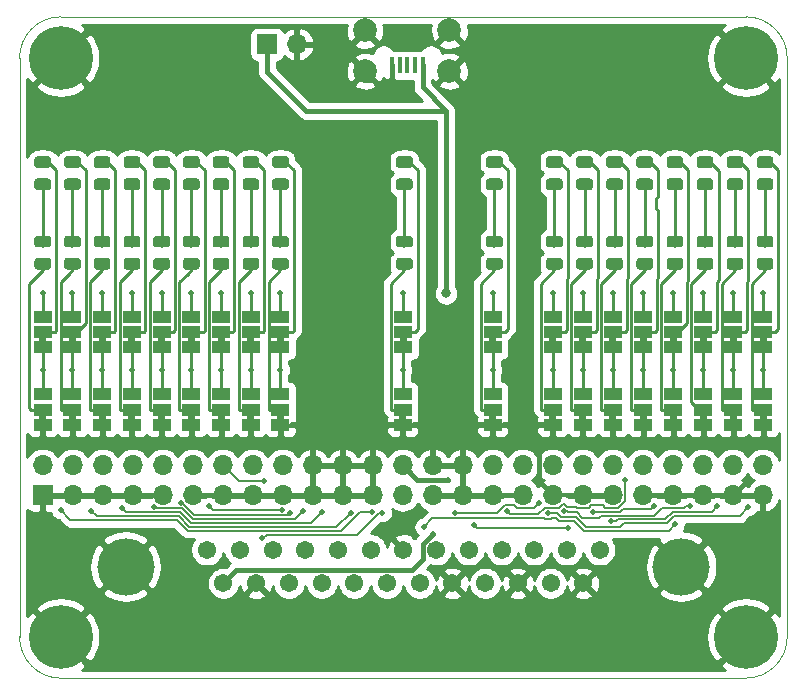
<source format=gbr>
%TF.GenerationSoftware,KiCad,Pcbnew,(5.1.4)-1*%
%TF.CreationDate,2020-08-22T19:58:44-05:00*%
%TF.ProjectId,rascsi_tester,72617363-7369-45f7-9465-737465722e6b,rev?*%
%TF.SameCoordinates,PX59d60c0PY325aa00*%
%TF.FileFunction,Copper,L1,Top*%
%TF.FilePolarity,Positive*%
%FSLAX46Y46*%
G04 Gerber Fmt 4.6, Leading zero omitted, Abs format (unit mm)*
G04 Created by KiCad (PCBNEW (5.1.4)-1) date 2020-08-22 19:58:44*
%MOMM*%
%LPD*%
G04 APERTURE LIST*
%TA.AperFunction,NonConductor*%
%ADD10C,0.050000*%
%TD*%
%TA.AperFunction,EtchedComponent*%
%ADD11C,0.150000*%
%TD*%
%TA.AperFunction,Conductor*%
%ADD12C,0.150000*%
%TD*%
%TA.AperFunction,SMDPad,CuDef*%
%ADD13C,0.975000*%
%TD*%
%TA.AperFunction,ComponentPad*%
%ADD14C,4.845000*%
%TD*%
%TA.AperFunction,ComponentPad*%
%ADD15C,1.545000*%
%TD*%
%TA.AperFunction,SMDPad,CuDef*%
%ADD16R,1.500000X1.000000*%
%TD*%
%TA.AperFunction,ComponentPad*%
%ADD17O,1.700000X1.700000*%
%TD*%
%TA.AperFunction,ComponentPad*%
%ADD18R,1.700000X1.700000*%
%TD*%
%TA.AperFunction,ComponentPad*%
%ADD19C,2.000000*%
%TD*%
%TA.AperFunction,SMDPad,CuDef*%
%ADD20R,0.400000X1.400000*%
%TD*%
%TA.AperFunction,ComponentPad*%
%ADD21C,0.800000*%
%TD*%
%TA.AperFunction,ComponentPad*%
%ADD22C,5.400000*%
%TD*%
%TA.AperFunction,ViaPad*%
%ADD23C,0.500000*%
%TD*%
%TA.AperFunction,ViaPad*%
%ADD24C,0.800000*%
%TD*%
%TA.AperFunction,Conductor*%
%ADD25C,0.400000*%
%TD*%
%TA.AperFunction,Conductor*%
%ADD26C,0.250000*%
%TD*%
%TA.AperFunction,Conductor*%
%ADD27C,0.200000*%
%TD*%
%TA.AperFunction,Conductor*%
%ADD28C,0.254000*%
%TD*%
G04 APERTURE END LIST*
D10*
X83800000Y-45696000D02*
X141800000Y-45696000D01*
X83800000Y-45696000D02*
G75*
G02X80300000Y-42196000I0J3500000D01*
G01*
X145300000Y-42196000D02*
G75*
G02X141800000Y-45696000I-3500000J0D01*
G01*
X80300000Y6800000D02*
X80300000Y-42196000D01*
X145300000Y6800000D02*
X145300000Y-42196000D01*
X83800000Y10300000D02*
X141800000Y10300000D01*
X80300000Y6800000D02*
G75*
G02X83800000Y10300000I3500000J0D01*
G01*
X141800000Y10300000D02*
G75*
G02X145300000Y6800000I0J-3500000D01*
G01*
D11*
%TO.C,JP19*%
G36*
X99579809Y-17290000D02*
G01*
X99579809Y-16790000D01*
X100179809Y-16790000D01*
X100179809Y-17290000D01*
X99579809Y-17290000D01*
G37*
%TO.C,JP38*%
G36*
X97063622Y-23855500D02*
G01*
X97063622Y-23355500D01*
X97663622Y-23355500D01*
X97663622Y-23855500D01*
X97063622Y-23855500D01*
G37*
%TO.C,JP37*%
G36*
X97063622Y-17290000D02*
G01*
X97063622Y-16790000D01*
X97663622Y-16790000D01*
X97663622Y-17290000D01*
X97063622Y-17290000D01*
G37*
%TO.C,JP36*%
G36*
X94547435Y-23855500D02*
G01*
X94547435Y-23355500D01*
X95147435Y-23355500D01*
X95147435Y-23855500D01*
X94547435Y-23855500D01*
G37*
%TO.C,JP35*%
G36*
X94547435Y-17290000D02*
G01*
X94547435Y-16790000D01*
X95147435Y-16790000D01*
X95147435Y-17290000D01*
X94547435Y-17290000D01*
G37*
%TO.C,JP34*%
G36*
X112446500Y-23855500D02*
G01*
X112446500Y-23355500D01*
X113046500Y-23355500D01*
X113046500Y-23855500D01*
X112446500Y-23855500D01*
G37*
%TO.C,JP33*%
G36*
X112510000Y-17290000D02*
G01*
X112510000Y-16790000D01*
X113110000Y-16790000D01*
X113110000Y-17290000D01*
X112510000Y-17290000D01*
G37*
%TO.C,JP32*%
G36*
X92031248Y-23855500D02*
G01*
X92031248Y-23355500D01*
X92631248Y-23355500D01*
X92631248Y-23855500D01*
X92031248Y-23855500D01*
G37*
%TO.C,JP31*%
G36*
X92031248Y-17290000D02*
G01*
X92031248Y-16790000D01*
X92631248Y-16790000D01*
X92631248Y-17290000D01*
X92031248Y-17290000D01*
G37*
%TO.C,JP30*%
G36*
X86998874Y-23855500D02*
G01*
X86998874Y-23355500D01*
X87598874Y-23355500D01*
X87598874Y-23855500D01*
X86998874Y-23855500D01*
G37*
%TO.C,JP29*%
G36*
X86998874Y-17290000D02*
G01*
X86998874Y-16790000D01*
X87598874Y-16790000D01*
X87598874Y-17290000D01*
X86998874Y-17290000D01*
G37*
%TO.C,JP28*%
G36*
X102095996Y-23855500D02*
G01*
X102095996Y-23355500D01*
X102695996Y-23355500D01*
X102695996Y-23855500D01*
X102095996Y-23855500D01*
G37*
%TO.C,JP27*%
G36*
X102095996Y-17290000D02*
G01*
X102095996Y-16790000D01*
X102695996Y-16790000D01*
X102695996Y-17290000D01*
X102095996Y-17290000D01*
G37*
%TO.C,JP26*%
G36*
X135342784Y-23855500D02*
G01*
X135342784Y-23355500D01*
X135942784Y-23355500D01*
X135942784Y-23855500D01*
X135342784Y-23855500D01*
G37*
%TO.C,JP25*%
G36*
X135342784Y-17290000D02*
G01*
X135342784Y-16790000D01*
X135942784Y-16790000D01*
X135942784Y-17290000D01*
X135342784Y-17290000D01*
G37*
%TO.C,JP24*%
G36*
X120066500Y-23855500D02*
G01*
X120066500Y-23355500D01*
X120666500Y-23355500D01*
X120666500Y-23855500D01*
X120066500Y-23855500D01*
G37*
%TO.C,JP23*%
G36*
X120066500Y-17290000D02*
G01*
X120066500Y-16790000D01*
X120666500Y-16790000D01*
X120666500Y-17290000D01*
X120066500Y-17290000D01*
G37*
%TO.C,JP22*%
G36*
X137891855Y-23855500D02*
G01*
X137891855Y-23355500D01*
X138491855Y-23355500D01*
X138491855Y-23855500D01*
X137891855Y-23855500D01*
G37*
%TO.C,JP21*%
G36*
X137891855Y-17290000D02*
G01*
X137891855Y-16790000D01*
X138491855Y-16790000D01*
X138491855Y-17290000D01*
X137891855Y-17290000D01*
G37*
%TO.C,JP20*%
G36*
X99579809Y-23855500D02*
G01*
X99579809Y-23355500D01*
X100179809Y-23355500D01*
X100179809Y-23855500D01*
X99579809Y-23855500D01*
G37*
%TO.C,JP18*%
G36*
X84482687Y-23855500D02*
G01*
X84482687Y-23355500D01*
X85082687Y-23355500D01*
X85082687Y-23855500D01*
X84482687Y-23855500D01*
G37*
%TO.C,JP17*%
G36*
X84482687Y-17290000D02*
G01*
X84482687Y-16790000D01*
X85082687Y-16790000D01*
X85082687Y-17290000D01*
X84482687Y-17290000D01*
G37*
%TO.C,JP16*%
G36*
X89515061Y-23855500D02*
G01*
X89515061Y-23355500D01*
X90115061Y-23355500D01*
X90115061Y-23855500D01*
X89515061Y-23855500D01*
G37*
%TO.C,JP15*%
G36*
X89515061Y-17290000D02*
G01*
X89515061Y-16790000D01*
X90115061Y-16790000D01*
X90115061Y-17290000D01*
X89515061Y-17290000D01*
G37*
%TO.C,JP14*%
G36*
X81966500Y-23855500D02*
G01*
X81966500Y-23355500D01*
X82566500Y-23355500D01*
X82566500Y-23855500D01*
X81966500Y-23855500D01*
G37*
%TO.C,JP13*%
G36*
X81966500Y-17290000D02*
G01*
X81966500Y-16790000D01*
X82566500Y-16790000D01*
X82566500Y-17290000D01*
X81966500Y-17290000D01*
G37*
%TO.C,JP12*%
G36*
X127695571Y-23855500D02*
G01*
X127695571Y-23355500D01*
X128295571Y-23355500D01*
X128295571Y-23855500D01*
X127695571Y-23855500D01*
G37*
%TO.C,JP11*%
G36*
X127695571Y-17290000D02*
G01*
X127695571Y-16790000D01*
X128295571Y-16790000D01*
X128295571Y-17290000D01*
X127695571Y-17290000D01*
G37*
%TO.C,JP10*%
G36*
X130244642Y-23855500D02*
G01*
X130244642Y-23355500D01*
X130844642Y-23355500D01*
X130844642Y-23855500D01*
X130244642Y-23855500D01*
G37*
%TO.C,JP9*%
G36*
X130244642Y-17290000D02*
G01*
X130244642Y-16790000D01*
X130844642Y-16790000D01*
X130844642Y-17290000D01*
X130244642Y-17290000D01*
G37*
%TO.C,JP8*%
G36*
X142989997Y-23855500D02*
G01*
X142989997Y-23355500D01*
X143589997Y-23355500D01*
X143589997Y-23855500D01*
X142989997Y-23855500D01*
G37*
%TO.C,JP7*%
G36*
X142989997Y-17290000D02*
G01*
X142989997Y-16790000D01*
X143589997Y-16790000D01*
X143589997Y-17290000D01*
X142989997Y-17290000D01*
G37*
%TO.C,JP6*%
G36*
X132793713Y-23855500D02*
G01*
X132793713Y-23355500D01*
X133393713Y-23355500D01*
X133393713Y-23855500D01*
X132793713Y-23855500D01*
G37*
%TO.C,JP5*%
G36*
X132793713Y-17290000D02*
G01*
X132793713Y-16790000D01*
X133393713Y-16790000D01*
X133393713Y-17290000D01*
X132793713Y-17290000D01*
G37*
%TO.C,JP4*%
G36*
X140440926Y-23855500D02*
G01*
X140440926Y-23355500D01*
X141040926Y-23355500D01*
X141040926Y-23855500D01*
X140440926Y-23855500D01*
G37*
%TO.C,JP3*%
G36*
X140440926Y-17290000D02*
G01*
X140440926Y-16790000D01*
X141040926Y-16790000D01*
X141040926Y-17290000D01*
X140440926Y-17290000D01*
G37*
%TO.C,JP2*%
G36*
X125146500Y-23855500D02*
G01*
X125146500Y-23355500D01*
X125746500Y-23355500D01*
X125746500Y-23855500D01*
X125146500Y-23855500D01*
G37*
%TO.C,JP1*%
G36*
X125146500Y-17290000D02*
G01*
X125146500Y-16790000D01*
X125746500Y-16790000D01*
X125746500Y-17290000D01*
X125146500Y-17290000D01*
G37*
%TD*%
D12*
%TO.N,Net-(JP38-Pad2)*%
%TO.C,R19*%
G36*
X97843764Y-10125674D02*
G01*
X97867425Y-10129184D01*
X97890629Y-10134996D01*
X97913151Y-10143054D01*
X97934775Y-10153282D01*
X97955292Y-10165579D01*
X97974505Y-10179829D01*
X97992229Y-10195893D01*
X98008293Y-10213617D01*
X98022543Y-10232830D01*
X98034840Y-10253347D01*
X98045068Y-10274971D01*
X98053126Y-10297493D01*
X98058938Y-10320697D01*
X98062448Y-10344358D01*
X98063622Y-10368250D01*
X98063622Y-10855750D01*
X98062448Y-10879642D01*
X98058938Y-10903303D01*
X98053126Y-10926507D01*
X98045068Y-10949029D01*
X98034840Y-10970653D01*
X98022543Y-10991170D01*
X98008293Y-11010383D01*
X97992229Y-11028107D01*
X97974505Y-11044171D01*
X97955292Y-11058421D01*
X97934775Y-11070718D01*
X97913151Y-11080946D01*
X97890629Y-11089004D01*
X97867425Y-11094816D01*
X97843764Y-11098326D01*
X97819872Y-11099500D01*
X96907372Y-11099500D01*
X96883480Y-11098326D01*
X96859819Y-11094816D01*
X96836615Y-11089004D01*
X96814093Y-11080946D01*
X96792469Y-11070718D01*
X96771952Y-11058421D01*
X96752739Y-11044171D01*
X96735015Y-11028107D01*
X96718951Y-11010383D01*
X96704701Y-10991170D01*
X96692404Y-10970653D01*
X96682176Y-10949029D01*
X96674118Y-10926507D01*
X96668306Y-10903303D01*
X96664796Y-10879642D01*
X96663622Y-10855750D01*
X96663622Y-10368250D01*
X96664796Y-10344358D01*
X96668306Y-10320697D01*
X96674118Y-10297493D01*
X96682176Y-10274971D01*
X96692404Y-10253347D01*
X96704701Y-10232830D01*
X96718951Y-10213617D01*
X96735015Y-10195893D01*
X96752739Y-10179829D01*
X96771952Y-10165579D01*
X96792469Y-10153282D01*
X96814093Y-10143054D01*
X96836615Y-10134996D01*
X96859819Y-10129184D01*
X96883480Y-10125674D01*
X96907372Y-10124500D01*
X97819872Y-10124500D01*
X97843764Y-10125674D01*
X97843764Y-10125674D01*
G37*
D13*
%TD*%
%TO.P,R19,2*%
%TO.N,Net-(JP38-Pad2)*%
X97363622Y-10612000D03*
D12*
%TO.N,Net-(D19-Pad1)*%
%TO.C,R19*%
G36*
X97843764Y-8250674D02*
G01*
X97867425Y-8254184D01*
X97890629Y-8259996D01*
X97913151Y-8268054D01*
X97934775Y-8278282D01*
X97955292Y-8290579D01*
X97974505Y-8304829D01*
X97992229Y-8320893D01*
X98008293Y-8338617D01*
X98022543Y-8357830D01*
X98034840Y-8378347D01*
X98045068Y-8399971D01*
X98053126Y-8422493D01*
X98058938Y-8445697D01*
X98062448Y-8469358D01*
X98063622Y-8493250D01*
X98063622Y-8980750D01*
X98062448Y-9004642D01*
X98058938Y-9028303D01*
X98053126Y-9051507D01*
X98045068Y-9074029D01*
X98034840Y-9095653D01*
X98022543Y-9116170D01*
X98008293Y-9135383D01*
X97992229Y-9153107D01*
X97974505Y-9169171D01*
X97955292Y-9183421D01*
X97934775Y-9195718D01*
X97913151Y-9205946D01*
X97890629Y-9214004D01*
X97867425Y-9219816D01*
X97843764Y-9223326D01*
X97819872Y-9224500D01*
X96907372Y-9224500D01*
X96883480Y-9223326D01*
X96859819Y-9219816D01*
X96836615Y-9214004D01*
X96814093Y-9205946D01*
X96792469Y-9195718D01*
X96771952Y-9183421D01*
X96752739Y-9169171D01*
X96735015Y-9153107D01*
X96718951Y-9135383D01*
X96704701Y-9116170D01*
X96692404Y-9095653D01*
X96682176Y-9074029D01*
X96674118Y-9051507D01*
X96668306Y-9028303D01*
X96664796Y-9004642D01*
X96663622Y-8980750D01*
X96663622Y-8493250D01*
X96664796Y-8469358D01*
X96668306Y-8445697D01*
X96674118Y-8422493D01*
X96682176Y-8399971D01*
X96692404Y-8378347D01*
X96704701Y-8357830D01*
X96718951Y-8338617D01*
X96735015Y-8320893D01*
X96752739Y-8304829D01*
X96771952Y-8290579D01*
X96792469Y-8278282D01*
X96814093Y-8268054D01*
X96836615Y-8259996D01*
X96859819Y-8254184D01*
X96883480Y-8250674D01*
X96907372Y-8249500D01*
X97819872Y-8249500D01*
X97843764Y-8250674D01*
X97843764Y-8250674D01*
G37*
D13*
%TD*%
%TO.P,R19,1*%
%TO.N,Net-(D19-Pad1)*%
X97363622Y-8737000D03*
D12*
%TO.N,Net-(JP36-Pad2)*%
%TO.C,R18*%
G36*
X95327577Y-10125674D02*
G01*
X95351238Y-10129184D01*
X95374442Y-10134996D01*
X95396964Y-10143054D01*
X95418588Y-10153282D01*
X95439105Y-10165579D01*
X95458318Y-10179829D01*
X95476042Y-10195893D01*
X95492106Y-10213617D01*
X95506356Y-10232830D01*
X95518653Y-10253347D01*
X95528881Y-10274971D01*
X95536939Y-10297493D01*
X95542751Y-10320697D01*
X95546261Y-10344358D01*
X95547435Y-10368250D01*
X95547435Y-10855750D01*
X95546261Y-10879642D01*
X95542751Y-10903303D01*
X95536939Y-10926507D01*
X95528881Y-10949029D01*
X95518653Y-10970653D01*
X95506356Y-10991170D01*
X95492106Y-11010383D01*
X95476042Y-11028107D01*
X95458318Y-11044171D01*
X95439105Y-11058421D01*
X95418588Y-11070718D01*
X95396964Y-11080946D01*
X95374442Y-11089004D01*
X95351238Y-11094816D01*
X95327577Y-11098326D01*
X95303685Y-11099500D01*
X94391185Y-11099500D01*
X94367293Y-11098326D01*
X94343632Y-11094816D01*
X94320428Y-11089004D01*
X94297906Y-11080946D01*
X94276282Y-11070718D01*
X94255765Y-11058421D01*
X94236552Y-11044171D01*
X94218828Y-11028107D01*
X94202764Y-11010383D01*
X94188514Y-10991170D01*
X94176217Y-10970653D01*
X94165989Y-10949029D01*
X94157931Y-10926507D01*
X94152119Y-10903303D01*
X94148609Y-10879642D01*
X94147435Y-10855750D01*
X94147435Y-10368250D01*
X94148609Y-10344358D01*
X94152119Y-10320697D01*
X94157931Y-10297493D01*
X94165989Y-10274971D01*
X94176217Y-10253347D01*
X94188514Y-10232830D01*
X94202764Y-10213617D01*
X94218828Y-10195893D01*
X94236552Y-10179829D01*
X94255765Y-10165579D01*
X94276282Y-10153282D01*
X94297906Y-10143054D01*
X94320428Y-10134996D01*
X94343632Y-10129184D01*
X94367293Y-10125674D01*
X94391185Y-10124500D01*
X95303685Y-10124500D01*
X95327577Y-10125674D01*
X95327577Y-10125674D01*
G37*
D13*
%TD*%
%TO.P,R18,2*%
%TO.N,Net-(JP36-Pad2)*%
X94847435Y-10612000D03*
D12*
%TO.N,Net-(D18-Pad1)*%
%TO.C,R18*%
G36*
X95327577Y-8250674D02*
G01*
X95351238Y-8254184D01*
X95374442Y-8259996D01*
X95396964Y-8268054D01*
X95418588Y-8278282D01*
X95439105Y-8290579D01*
X95458318Y-8304829D01*
X95476042Y-8320893D01*
X95492106Y-8338617D01*
X95506356Y-8357830D01*
X95518653Y-8378347D01*
X95528881Y-8399971D01*
X95536939Y-8422493D01*
X95542751Y-8445697D01*
X95546261Y-8469358D01*
X95547435Y-8493250D01*
X95547435Y-8980750D01*
X95546261Y-9004642D01*
X95542751Y-9028303D01*
X95536939Y-9051507D01*
X95528881Y-9074029D01*
X95518653Y-9095653D01*
X95506356Y-9116170D01*
X95492106Y-9135383D01*
X95476042Y-9153107D01*
X95458318Y-9169171D01*
X95439105Y-9183421D01*
X95418588Y-9195718D01*
X95396964Y-9205946D01*
X95374442Y-9214004D01*
X95351238Y-9219816D01*
X95327577Y-9223326D01*
X95303685Y-9224500D01*
X94391185Y-9224500D01*
X94367293Y-9223326D01*
X94343632Y-9219816D01*
X94320428Y-9214004D01*
X94297906Y-9205946D01*
X94276282Y-9195718D01*
X94255765Y-9183421D01*
X94236552Y-9169171D01*
X94218828Y-9153107D01*
X94202764Y-9135383D01*
X94188514Y-9116170D01*
X94176217Y-9095653D01*
X94165989Y-9074029D01*
X94157931Y-9051507D01*
X94152119Y-9028303D01*
X94148609Y-9004642D01*
X94147435Y-8980750D01*
X94147435Y-8493250D01*
X94148609Y-8469358D01*
X94152119Y-8445697D01*
X94157931Y-8422493D01*
X94165989Y-8399971D01*
X94176217Y-8378347D01*
X94188514Y-8357830D01*
X94202764Y-8338617D01*
X94218828Y-8320893D01*
X94236552Y-8304829D01*
X94255765Y-8290579D01*
X94276282Y-8278282D01*
X94297906Y-8268054D01*
X94320428Y-8259996D01*
X94343632Y-8254184D01*
X94367293Y-8250674D01*
X94391185Y-8249500D01*
X95303685Y-8249500D01*
X95327577Y-8250674D01*
X95327577Y-8250674D01*
G37*
D13*
%TD*%
%TO.P,R18,1*%
%TO.N,Net-(D18-Pad1)*%
X94847435Y-8737000D03*
D12*
%TO.N,Net-(JP34-Pad2)*%
%TO.C,R17*%
G36*
X113369142Y-10125674D02*
G01*
X113392803Y-10129184D01*
X113416007Y-10134996D01*
X113438529Y-10143054D01*
X113460153Y-10153282D01*
X113480670Y-10165579D01*
X113499883Y-10179829D01*
X113517607Y-10195893D01*
X113533671Y-10213617D01*
X113547921Y-10232830D01*
X113560218Y-10253347D01*
X113570446Y-10274971D01*
X113578504Y-10297493D01*
X113584316Y-10320697D01*
X113587826Y-10344358D01*
X113589000Y-10368250D01*
X113589000Y-10855750D01*
X113587826Y-10879642D01*
X113584316Y-10903303D01*
X113578504Y-10926507D01*
X113570446Y-10949029D01*
X113560218Y-10970653D01*
X113547921Y-10991170D01*
X113533671Y-11010383D01*
X113517607Y-11028107D01*
X113499883Y-11044171D01*
X113480670Y-11058421D01*
X113460153Y-11070718D01*
X113438529Y-11080946D01*
X113416007Y-11089004D01*
X113392803Y-11094816D01*
X113369142Y-11098326D01*
X113345250Y-11099500D01*
X112432750Y-11099500D01*
X112408858Y-11098326D01*
X112385197Y-11094816D01*
X112361993Y-11089004D01*
X112339471Y-11080946D01*
X112317847Y-11070718D01*
X112297330Y-11058421D01*
X112278117Y-11044171D01*
X112260393Y-11028107D01*
X112244329Y-11010383D01*
X112230079Y-10991170D01*
X112217782Y-10970653D01*
X112207554Y-10949029D01*
X112199496Y-10926507D01*
X112193684Y-10903303D01*
X112190174Y-10879642D01*
X112189000Y-10855750D01*
X112189000Y-10368250D01*
X112190174Y-10344358D01*
X112193684Y-10320697D01*
X112199496Y-10297493D01*
X112207554Y-10274971D01*
X112217782Y-10253347D01*
X112230079Y-10232830D01*
X112244329Y-10213617D01*
X112260393Y-10195893D01*
X112278117Y-10179829D01*
X112297330Y-10165579D01*
X112317847Y-10153282D01*
X112339471Y-10143054D01*
X112361993Y-10134996D01*
X112385197Y-10129184D01*
X112408858Y-10125674D01*
X112432750Y-10124500D01*
X113345250Y-10124500D01*
X113369142Y-10125674D01*
X113369142Y-10125674D01*
G37*
D13*
%TD*%
%TO.P,R17,2*%
%TO.N,Net-(JP34-Pad2)*%
X112889000Y-10612000D03*
D12*
%TO.N,Net-(D17-Pad1)*%
%TO.C,R17*%
G36*
X113369142Y-8250674D02*
G01*
X113392803Y-8254184D01*
X113416007Y-8259996D01*
X113438529Y-8268054D01*
X113460153Y-8278282D01*
X113480670Y-8290579D01*
X113499883Y-8304829D01*
X113517607Y-8320893D01*
X113533671Y-8338617D01*
X113547921Y-8357830D01*
X113560218Y-8378347D01*
X113570446Y-8399971D01*
X113578504Y-8422493D01*
X113584316Y-8445697D01*
X113587826Y-8469358D01*
X113589000Y-8493250D01*
X113589000Y-8980750D01*
X113587826Y-9004642D01*
X113584316Y-9028303D01*
X113578504Y-9051507D01*
X113570446Y-9074029D01*
X113560218Y-9095653D01*
X113547921Y-9116170D01*
X113533671Y-9135383D01*
X113517607Y-9153107D01*
X113499883Y-9169171D01*
X113480670Y-9183421D01*
X113460153Y-9195718D01*
X113438529Y-9205946D01*
X113416007Y-9214004D01*
X113392803Y-9219816D01*
X113369142Y-9223326D01*
X113345250Y-9224500D01*
X112432750Y-9224500D01*
X112408858Y-9223326D01*
X112385197Y-9219816D01*
X112361993Y-9214004D01*
X112339471Y-9205946D01*
X112317847Y-9195718D01*
X112297330Y-9183421D01*
X112278117Y-9169171D01*
X112260393Y-9153107D01*
X112244329Y-9135383D01*
X112230079Y-9116170D01*
X112217782Y-9095653D01*
X112207554Y-9074029D01*
X112199496Y-9051507D01*
X112193684Y-9028303D01*
X112190174Y-9004642D01*
X112189000Y-8980750D01*
X112189000Y-8493250D01*
X112190174Y-8469358D01*
X112193684Y-8445697D01*
X112199496Y-8422493D01*
X112207554Y-8399971D01*
X112217782Y-8378347D01*
X112230079Y-8357830D01*
X112244329Y-8338617D01*
X112260393Y-8320893D01*
X112278117Y-8304829D01*
X112297330Y-8290579D01*
X112317847Y-8278282D01*
X112339471Y-8268054D01*
X112361993Y-8259996D01*
X112385197Y-8254184D01*
X112408858Y-8250674D01*
X112432750Y-8249500D01*
X113345250Y-8249500D01*
X113369142Y-8250674D01*
X113369142Y-8250674D01*
G37*
D13*
%TD*%
%TO.P,R17,1*%
%TO.N,Net-(D17-Pad1)*%
X112889000Y-8737000D03*
D12*
%TO.N,Net-(JP32-Pad2)*%
%TO.C,R16*%
G36*
X92811390Y-10125674D02*
G01*
X92835051Y-10129184D01*
X92858255Y-10134996D01*
X92880777Y-10143054D01*
X92902401Y-10153282D01*
X92922918Y-10165579D01*
X92942131Y-10179829D01*
X92959855Y-10195893D01*
X92975919Y-10213617D01*
X92990169Y-10232830D01*
X93002466Y-10253347D01*
X93012694Y-10274971D01*
X93020752Y-10297493D01*
X93026564Y-10320697D01*
X93030074Y-10344358D01*
X93031248Y-10368250D01*
X93031248Y-10855750D01*
X93030074Y-10879642D01*
X93026564Y-10903303D01*
X93020752Y-10926507D01*
X93012694Y-10949029D01*
X93002466Y-10970653D01*
X92990169Y-10991170D01*
X92975919Y-11010383D01*
X92959855Y-11028107D01*
X92942131Y-11044171D01*
X92922918Y-11058421D01*
X92902401Y-11070718D01*
X92880777Y-11080946D01*
X92858255Y-11089004D01*
X92835051Y-11094816D01*
X92811390Y-11098326D01*
X92787498Y-11099500D01*
X91874998Y-11099500D01*
X91851106Y-11098326D01*
X91827445Y-11094816D01*
X91804241Y-11089004D01*
X91781719Y-11080946D01*
X91760095Y-11070718D01*
X91739578Y-11058421D01*
X91720365Y-11044171D01*
X91702641Y-11028107D01*
X91686577Y-11010383D01*
X91672327Y-10991170D01*
X91660030Y-10970653D01*
X91649802Y-10949029D01*
X91641744Y-10926507D01*
X91635932Y-10903303D01*
X91632422Y-10879642D01*
X91631248Y-10855750D01*
X91631248Y-10368250D01*
X91632422Y-10344358D01*
X91635932Y-10320697D01*
X91641744Y-10297493D01*
X91649802Y-10274971D01*
X91660030Y-10253347D01*
X91672327Y-10232830D01*
X91686577Y-10213617D01*
X91702641Y-10195893D01*
X91720365Y-10179829D01*
X91739578Y-10165579D01*
X91760095Y-10153282D01*
X91781719Y-10143054D01*
X91804241Y-10134996D01*
X91827445Y-10129184D01*
X91851106Y-10125674D01*
X91874998Y-10124500D01*
X92787498Y-10124500D01*
X92811390Y-10125674D01*
X92811390Y-10125674D01*
G37*
D13*
%TD*%
%TO.P,R16,2*%
%TO.N,Net-(JP32-Pad2)*%
X92331248Y-10612000D03*
D12*
%TO.N,Net-(D16-Pad1)*%
%TO.C,R16*%
G36*
X92811390Y-8250674D02*
G01*
X92835051Y-8254184D01*
X92858255Y-8259996D01*
X92880777Y-8268054D01*
X92902401Y-8278282D01*
X92922918Y-8290579D01*
X92942131Y-8304829D01*
X92959855Y-8320893D01*
X92975919Y-8338617D01*
X92990169Y-8357830D01*
X93002466Y-8378347D01*
X93012694Y-8399971D01*
X93020752Y-8422493D01*
X93026564Y-8445697D01*
X93030074Y-8469358D01*
X93031248Y-8493250D01*
X93031248Y-8980750D01*
X93030074Y-9004642D01*
X93026564Y-9028303D01*
X93020752Y-9051507D01*
X93012694Y-9074029D01*
X93002466Y-9095653D01*
X92990169Y-9116170D01*
X92975919Y-9135383D01*
X92959855Y-9153107D01*
X92942131Y-9169171D01*
X92922918Y-9183421D01*
X92902401Y-9195718D01*
X92880777Y-9205946D01*
X92858255Y-9214004D01*
X92835051Y-9219816D01*
X92811390Y-9223326D01*
X92787498Y-9224500D01*
X91874998Y-9224500D01*
X91851106Y-9223326D01*
X91827445Y-9219816D01*
X91804241Y-9214004D01*
X91781719Y-9205946D01*
X91760095Y-9195718D01*
X91739578Y-9183421D01*
X91720365Y-9169171D01*
X91702641Y-9153107D01*
X91686577Y-9135383D01*
X91672327Y-9116170D01*
X91660030Y-9095653D01*
X91649802Y-9074029D01*
X91641744Y-9051507D01*
X91635932Y-9028303D01*
X91632422Y-9004642D01*
X91631248Y-8980750D01*
X91631248Y-8493250D01*
X91632422Y-8469358D01*
X91635932Y-8445697D01*
X91641744Y-8422493D01*
X91649802Y-8399971D01*
X91660030Y-8378347D01*
X91672327Y-8357830D01*
X91686577Y-8338617D01*
X91702641Y-8320893D01*
X91720365Y-8304829D01*
X91739578Y-8290579D01*
X91760095Y-8278282D01*
X91781719Y-8268054D01*
X91804241Y-8259996D01*
X91827445Y-8254184D01*
X91851106Y-8250674D01*
X91874998Y-8249500D01*
X92787498Y-8249500D01*
X92811390Y-8250674D01*
X92811390Y-8250674D01*
G37*
D13*
%TD*%
%TO.P,R16,1*%
%TO.N,Net-(D16-Pad1)*%
X92331248Y-8737000D03*
D12*
%TO.N,Net-(JP30-Pad2)*%
%TO.C,R15*%
G36*
X87779016Y-10125674D02*
G01*
X87802677Y-10129184D01*
X87825881Y-10134996D01*
X87848403Y-10143054D01*
X87870027Y-10153282D01*
X87890544Y-10165579D01*
X87909757Y-10179829D01*
X87927481Y-10195893D01*
X87943545Y-10213617D01*
X87957795Y-10232830D01*
X87970092Y-10253347D01*
X87980320Y-10274971D01*
X87988378Y-10297493D01*
X87994190Y-10320697D01*
X87997700Y-10344358D01*
X87998874Y-10368250D01*
X87998874Y-10855750D01*
X87997700Y-10879642D01*
X87994190Y-10903303D01*
X87988378Y-10926507D01*
X87980320Y-10949029D01*
X87970092Y-10970653D01*
X87957795Y-10991170D01*
X87943545Y-11010383D01*
X87927481Y-11028107D01*
X87909757Y-11044171D01*
X87890544Y-11058421D01*
X87870027Y-11070718D01*
X87848403Y-11080946D01*
X87825881Y-11089004D01*
X87802677Y-11094816D01*
X87779016Y-11098326D01*
X87755124Y-11099500D01*
X86842624Y-11099500D01*
X86818732Y-11098326D01*
X86795071Y-11094816D01*
X86771867Y-11089004D01*
X86749345Y-11080946D01*
X86727721Y-11070718D01*
X86707204Y-11058421D01*
X86687991Y-11044171D01*
X86670267Y-11028107D01*
X86654203Y-11010383D01*
X86639953Y-10991170D01*
X86627656Y-10970653D01*
X86617428Y-10949029D01*
X86609370Y-10926507D01*
X86603558Y-10903303D01*
X86600048Y-10879642D01*
X86598874Y-10855750D01*
X86598874Y-10368250D01*
X86600048Y-10344358D01*
X86603558Y-10320697D01*
X86609370Y-10297493D01*
X86617428Y-10274971D01*
X86627656Y-10253347D01*
X86639953Y-10232830D01*
X86654203Y-10213617D01*
X86670267Y-10195893D01*
X86687991Y-10179829D01*
X86707204Y-10165579D01*
X86727721Y-10153282D01*
X86749345Y-10143054D01*
X86771867Y-10134996D01*
X86795071Y-10129184D01*
X86818732Y-10125674D01*
X86842624Y-10124500D01*
X87755124Y-10124500D01*
X87779016Y-10125674D01*
X87779016Y-10125674D01*
G37*
D13*
%TD*%
%TO.P,R15,2*%
%TO.N,Net-(JP30-Pad2)*%
X87298874Y-10612000D03*
D12*
%TO.N,Net-(D15-Pad1)*%
%TO.C,R15*%
G36*
X87779016Y-8250674D02*
G01*
X87802677Y-8254184D01*
X87825881Y-8259996D01*
X87848403Y-8268054D01*
X87870027Y-8278282D01*
X87890544Y-8290579D01*
X87909757Y-8304829D01*
X87927481Y-8320893D01*
X87943545Y-8338617D01*
X87957795Y-8357830D01*
X87970092Y-8378347D01*
X87980320Y-8399971D01*
X87988378Y-8422493D01*
X87994190Y-8445697D01*
X87997700Y-8469358D01*
X87998874Y-8493250D01*
X87998874Y-8980750D01*
X87997700Y-9004642D01*
X87994190Y-9028303D01*
X87988378Y-9051507D01*
X87980320Y-9074029D01*
X87970092Y-9095653D01*
X87957795Y-9116170D01*
X87943545Y-9135383D01*
X87927481Y-9153107D01*
X87909757Y-9169171D01*
X87890544Y-9183421D01*
X87870027Y-9195718D01*
X87848403Y-9205946D01*
X87825881Y-9214004D01*
X87802677Y-9219816D01*
X87779016Y-9223326D01*
X87755124Y-9224500D01*
X86842624Y-9224500D01*
X86818732Y-9223326D01*
X86795071Y-9219816D01*
X86771867Y-9214004D01*
X86749345Y-9205946D01*
X86727721Y-9195718D01*
X86707204Y-9183421D01*
X86687991Y-9169171D01*
X86670267Y-9153107D01*
X86654203Y-9135383D01*
X86639953Y-9116170D01*
X86627656Y-9095653D01*
X86617428Y-9074029D01*
X86609370Y-9051507D01*
X86603558Y-9028303D01*
X86600048Y-9004642D01*
X86598874Y-8980750D01*
X86598874Y-8493250D01*
X86600048Y-8469358D01*
X86603558Y-8445697D01*
X86609370Y-8422493D01*
X86617428Y-8399971D01*
X86627656Y-8378347D01*
X86639953Y-8357830D01*
X86654203Y-8338617D01*
X86670267Y-8320893D01*
X86687991Y-8304829D01*
X86707204Y-8290579D01*
X86727721Y-8278282D01*
X86749345Y-8268054D01*
X86771867Y-8259996D01*
X86795071Y-8254184D01*
X86818732Y-8250674D01*
X86842624Y-8249500D01*
X87755124Y-8249500D01*
X87779016Y-8250674D01*
X87779016Y-8250674D01*
G37*
D13*
%TD*%
%TO.P,R15,1*%
%TO.N,Net-(D15-Pad1)*%
X87298874Y-8737000D03*
D12*
%TO.N,Net-(JP28-Pad2)*%
%TO.C,R14*%
G36*
X102876138Y-10125674D02*
G01*
X102899799Y-10129184D01*
X102923003Y-10134996D01*
X102945525Y-10143054D01*
X102967149Y-10153282D01*
X102987666Y-10165579D01*
X103006879Y-10179829D01*
X103024603Y-10195893D01*
X103040667Y-10213617D01*
X103054917Y-10232830D01*
X103067214Y-10253347D01*
X103077442Y-10274971D01*
X103085500Y-10297493D01*
X103091312Y-10320697D01*
X103094822Y-10344358D01*
X103095996Y-10368250D01*
X103095996Y-10855750D01*
X103094822Y-10879642D01*
X103091312Y-10903303D01*
X103085500Y-10926507D01*
X103077442Y-10949029D01*
X103067214Y-10970653D01*
X103054917Y-10991170D01*
X103040667Y-11010383D01*
X103024603Y-11028107D01*
X103006879Y-11044171D01*
X102987666Y-11058421D01*
X102967149Y-11070718D01*
X102945525Y-11080946D01*
X102923003Y-11089004D01*
X102899799Y-11094816D01*
X102876138Y-11098326D01*
X102852246Y-11099500D01*
X101939746Y-11099500D01*
X101915854Y-11098326D01*
X101892193Y-11094816D01*
X101868989Y-11089004D01*
X101846467Y-11080946D01*
X101824843Y-11070718D01*
X101804326Y-11058421D01*
X101785113Y-11044171D01*
X101767389Y-11028107D01*
X101751325Y-11010383D01*
X101737075Y-10991170D01*
X101724778Y-10970653D01*
X101714550Y-10949029D01*
X101706492Y-10926507D01*
X101700680Y-10903303D01*
X101697170Y-10879642D01*
X101695996Y-10855750D01*
X101695996Y-10368250D01*
X101697170Y-10344358D01*
X101700680Y-10320697D01*
X101706492Y-10297493D01*
X101714550Y-10274971D01*
X101724778Y-10253347D01*
X101737075Y-10232830D01*
X101751325Y-10213617D01*
X101767389Y-10195893D01*
X101785113Y-10179829D01*
X101804326Y-10165579D01*
X101824843Y-10153282D01*
X101846467Y-10143054D01*
X101868989Y-10134996D01*
X101892193Y-10129184D01*
X101915854Y-10125674D01*
X101939746Y-10124500D01*
X102852246Y-10124500D01*
X102876138Y-10125674D01*
X102876138Y-10125674D01*
G37*
D13*
%TD*%
%TO.P,R14,2*%
%TO.N,Net-(JP28-Pad2)*%
X102395996Y-10612000D03*
D12*
%TO.N,Net-(D14-Pad1)*%
%TO.C,R14*%
G36*
X102876138Y-8250674D02*
G01*
X102899799Y-8254184D01*
X102923003Y-8259996D01*
X102945525Y-8268054D01*
X102967149Y-8278282D01*
X102987666Y-8290579D01*
X103006879Y-8304829D01*
X103024603Y-8320893D01*
X103040667Y-8338617D01*
X103054917Y-8357830D01*
X103067214Y-8378347D01*
X103077442Y-8399971D01*
X103085500Y-8422493D01*
X103091312Y-8445697D01*
X103094822Y-8469358D01*
X103095996Y-8493250D01*
X103095996Y-8980750D01*
X103094822Y-9004642D01*
X103091312Y-9028303D01*
X103085500Y-9051507D01*
X103077442Y-9074029D01*
X103067214Y-9095653D01*
X103054917Y-9116170D01*
X103040667Y-9135383D01*
X103024603Y-9153107D01*
X103006879Y-9169171D01*
X102987666Y-9183421D01*
X102967149Y-9195718D01*
X102945525Y-9205946D01*
X102923003Y-9214004D01*
X102899799Y-9219816D01*
X102876138Y-9223326D01*
X102852246Y-9224500D01*
X101939746Y-9224500D01*
X101915854Y-9223326D01*
X101892193Y-9219816D01*
X101868989Y-9214004D01*
X101846467Y-9205946D01*
X101824843Y-9195718D01*
X101804326Y-9183421D01*
X101785113Y-9169171D01*
X101767389Y-9153107D01*
X101751325Y-9135383D01*
X101737075Y-9116170D01*
X101724778Y-9095653D01*
X101714550Y-9074029D01*
X101706492Y-9051507D01*
X101700680Y-9028303D01*
X101697170Y-9004642D01*
X101695996Y-8980750D01*
X101695996Y-8493250D01*
X101697170Y-8469358D01*
X101700680Y-8445697D01*
X101706492Y-8422493D01*
X101714550Y-8399971D01*
X101724778Y-8378347D01*
X101737075Y-8357830D01*
X101751325Y-8338617D01*
X101767389Y-8320893D01*
X101785113Y-8304829D01*
X101804326Y-8290579D01*
X101824843Y-8278282D01*
X101846467Y-8268054D01*
X101868989Y-8259996D01*
X101892193Y-8254184D01*
X101915854Y-8250674D01*
X101939746Y-8249500D01*
X102852246Y-8249500D01*
X102876138Y-8250674D01*
X102876138Y-8250674D01*
G37*
D13*
%TD*%
%TO.P,R14,1*%
%TO.N,Net-(D14-Pad1)*%
X102395996Y-8737000D03*
D12*
%TO.N,Net-(JP26-Pad2)*%
%TO.C,R13*%
G36*
X136265426Y-10125674D02*
G01*
X136289087Y-10129184D01*
X136312291Y-10134996D01*
X136334813Y-10143054D01*
X136356437Y-10153282D01*
X136376954Y-10165579D01*
X136396167Y-10179829D01*
X136413891Y-10195893D01*
X136429955Y-10213617D01*
X136444205Y-10232830D01*
X136456502Y-10253347D01*
X136466730Y-10274971D01*
X136474788Y-10297493D01*
X136480600Y-10320697D01*
X136484110Y-10344358D01*
X136485284Y-10368250D01*
X136485284Y-10855750D01*
X136484110Y-10879642D01*
X136480600Y-10903303D01*
X136474788Y-10926507D01*
X136466730Y-10949029D01*
X136456502Y-10970653D01*
X136444205Y-10991170D01*
X136429955Y-11010383D01*
X136413891Y-11028107D01*
X136396167Y-11044171D01*
X136376954Y-11058421D01*
X136356437Y-11070718D01*
X136334813Y-11080946D01*
X136312291Y-11089004D01*
X136289087Y-11094816D01*
X136265426Y-11098326D01*
X136241534Y-11099500D01*
X135329034Y-11099500D01*
X135305142Y-11098326D01*
X135281481Y-11094816D01*
X135258277Y-11089004D01*
X135235755Y-11080946D01*
X135214131Y-11070718D01*
X135193614Y-11058421D01*
X135174401Y-11044171D01*
X135156677Y-11028107D01*
X135140613Y-11010383D01*
X135126363Y-10991170D01*
X135114066Y-10970653D01*
X135103838Y-10949029D01*
X135095780Y-10926507D01*
X135089968Y-10903303D01*
X135086458Y-10879642D01*
X135085284Y-10855750D01*
X135085284Y-10368250D01*
X135086458Y-10344358D01*
X135089968Y-10320697D01*
X135095780Y-10297493D01*
X135103838Y-10274971D01*
X135114066Y-10253347D01*
X135126363Y-10232830D01*
X135140613Y-10213617D01*
X135156677Y-10195893D01*
X135174401Y-10179829D01*
X135193614Y-10165579D01*
X135214131Y-10153282D01*
X135235755Y-10143054D01*
X135258277Y-10134996D01*
X135281481Y-10129184D01*
X135305142Y-10125674D01*
X135329034Y-10124500D01*
X136241534Y-10124500D01*
X136265426Y-10125674D01*
X136265426Y-10125674D01*
G37*
D13*
%TD*%
%TO.P,R13,2*%
%TO.N,Net-(JP26-Pad2)*%
X135785284Y-10612000D03*
D12*
%TO.N,Net-(D13-Pad1)*%
%TO.C,R13*%
G36*
X136265426Y-8250674D02*
G01*
X136289087Y-8254184D01*
X136312291Y-8259996D01*
X136334813Y-8268054D01*
X136356437Y-8278282D01*
X136376954Y-8290579D01*
X136396167Y-8304829D01*
X136413891Y-8320893D01*
X136429955Y-8338617D01*
X136444205Y-8357830D01*
X136456502Y-8378347D01*
X136466730Y-8399971D01*
X136474788Y-8422493D01*
X136480600Y-8445697D01*
X136484110Y-8469358D01*
X136485284Y-8493250D01*
X136485284Y-8980750D01*
X136484110Y-9004642D01*
X136480600Y-9028303D01*
X136474788Y-9051507D01*
X136466730Y-9074029D01*
X136456502Y-9095653D01*
X136444205Y-9116170D01*
X136429955Y-9135383D01*
X136413891Y-9153107D01*
X136396167Y-9169171D01*
X136376954Y-9183421D01*
X136356437Y-9195718D01*
X136334813Y-9205946D01*
X136312291Y-9214004D01*
X136289087Y-9219816D01*
X136265426Y-9223326D01*
X136241534Y-9224500D01*
X135329034Y-9224500D01*
X135305142Y-9223326D01*
X135281481Y-9219816D01*
X135258277Y-9214004D01*
X135235755Y-9205946D01*
X135214131Y-9195718D01*
X135193614Y-9183421D01*
X135174401Y-9169171D01*
X135156677Y-9153107D01*
X135140613Y-9135383D01*
X135126363Y-9116170D01*
X135114066Y-9095653D01*
X135103838Y-9074029D01*
X135095780Y-9051507D01*
X135089968Y-9028303D01*
X135086458Y-9004642D01*
X135085284Y-8980750D01*
X135085284Y-8493250D01*
X135086458Y-8469358D01*
X135089968Y-8445697D01*
X135095780Y-8422493D01*
X135103838Y-8399971D01*
X135114066Y-8378347D01*
X135126363Y-8357830D01*
X135140613Y-8338617D01*
X135156677Y-8320893D01*
X135174401Y-8304829D01*
X135193614Y-8290579D01*
X135214131Y-8278282D01*
X135235755Y-8268054D01*
X135258277Y-8259996D01*
X135281481Y-8254184D01*
X135305142Y-8250674D01*
X135329034Y-8249500D01*
X136241534Y-8249500D01*
X136265426Y-8250674D01*
X136265426Y-8250674D01*
G37*
D13*
%TD*%
%TO.P,R13,1*%
%TO.N,Net-(D13-Pad1)*%
X135785284Y-8737000D03*
D12*
%TO.N,Net-(JP24-Pad2)*%
%TO.C,R12*%
G36*
X120989142Y-10125674D02*
G01*
X121012803Y-10129184D01*
X121036007Y-10134996D01*
X121058529Y-10143054D01*
X121080153Y-10153282D01*
X121100670Y-10165579D01*
X121119883Y-10179829D01*
X121137607Y-10195893D01*
X121153671Y-10213617D01*
X121167921Y-10232830D01*
X121180218Y-10253347D01*
X121190446Y-10274971D01*
X121198504Y-10297493D01*
X121204316Y-10320697D01*
X121207826Y-10344358D01*
X121209000Y-10368250D01*
X121209000Y-10855750D01*
X121207826Y-10879642D01*
X121204316Y-10903303D01*
X121198504Y-10926507D01*
X121190446Y-10949029D01*
X121180218Y-10970653D01*
X121167921Y-10991170D01*
X121153671Y-11010383D01*
X121137607Y-11028107D01*
X121119883Y-11044171D01*
X121100670Y-11058421D01*
X121080153Y-11070718D01*
X121058529Y-11080946D01*
X121036007Y-11089004D01*
X121012803Y-11094816D01*
X120989142Y-11098326D01*
X120965250Y-11099500D01*
X120052750Y-11099500D01*
X120028858Y-11098326D01*
X120005197Y-11094816D01*
X119981993Y-11089004D01*
X119959471Y-11080946D01*
X119937847Y-11070718D01*
X119917330Y-11058421D01*
X119898117Y-11044171D01*
X119880393Y-11028107D01*
X119864329Y-11010383D01*
X119850079Y-10991170D01*
X119837782Y-10970653D01*
X119827554Y-10949029D01*
X119819496Y-10926507D01*
X119813684Y-10903303D01*
X119810174Y-10879642D01*
X119809000Y-10855750D01*
X119809000Y-10368250D01*
X119810174Y-10344358D01*
X119813684Y-10320697D01*
X119819496Y-10297493D01*
X119827554Y-10274971D01*
X119837782Y-10253347D01*
X119850079Y-10232830D01*
X119864329Y-10213617D01*
X119880393Y-10195893D01*
X119898117Y-10179829D01*
X119917330Y-10165579D01*
X119937847Y-10153282D01*
X119959471Y-10143054D01*
X119981993Y-10134996D01*
X120005197Y-10129184D01*
X120028858Y-10125674D01*
X120052750Y-10124500D01*
X120965250Y-10124500D01*
X120989142Y-10125674D01*
X120989142Y-10125674D01*
G37*
D13*
%TD*%
%TO.P,R12,2*%
%TO.N,Net-(JP24-Pad2)*%
X120509000Y-10612000D03*
D12*
%TO.N,Net-(D12-Pad1)*%
%TO.C,R12*%
G36*
X120989142Y-8250674D02*
G01*
X121012803Y-8254184D01*
X121036007Y-8259996D01*
X121058529Y-8268054D01*
X121080153Y-8278282D01*
X121100670Y-8290579D01*
X121119883Y-8304829D01*
X121137607Y-8320893D01*
X121153671Y-8338617D01*
X121167921Y-8357830D01*
X121180218Y-8378347D01*
X121190446Y-8399971D01*
X121198504Y-8422493D01*
X121204316Y-8445697D01*
X121207826Y-8469358D01*
X121209000Y-8493250D01*
X121209000Y-8980750D01*
X121207826Y-9004642D01*
X121204316Y-9028303D01*
X121198504Y-9051507D01*
X121190446Y-9074029D01*
X121180218Y-9095653D01*
X121167921Y-9116170D01*
X121153671Y-9135383D01*
X121137607Y-9153107D01*
X121119883Y-9169171D01*
X121100670Y-9183421D01*
X121080153Y-9195718D01*
X121058529Y-9205946D01*
X121036007Y-9214004D01*
X121012803Y-9219816D01*
X120989142Y-9223326D01*
X120965250Y-9224500D01*
X120052750Y-9224500D01*
X120028858Y-9223326D01*
X120005197Y-9219816D01*
X119981993Y-9214004D01*
X119959471Y-9205946D01*
X119937847Y-9195718D01*
X119917330Y-9183421D01*
X119898117Y-9169171D01*
X119880393Y-9153107D01*
X119864329Y-9135383D01*
X119850079Y-9116170D01*
X119837782Y-9095653D01*
X119827554Y-9074029D01*
X119819496Y-9051507D01*
X119813684Y-9028303D01*
X119810174Y-9004642D01*
X119809000Y-8980750D01*
X119809000Y-8493250D01*
X119810174Y-8469358D01*
X119813684Y-8445697D01*
X119819496Y-8422493D01*
X119827554Y-8399971D01*
X119837782Y-8378347D01*
X119850079Y-8357830D01*
X119864329Y-8338617D01*
X119880393Y-8320893D01*
X119898117Y-8304829D01*
X119917330Y-8290579D01*
X119937847Y-8278282D01*
X119959471Y-8268054D01*
X119981993Y-8259996D01*
X120005197Y-8254184D01*
X120028858Y-8250674D01*
X120052750Y-8249500D01*
X120965250Y-8249500D01*
X120989142Y-8250674D01*
X120989142Y-8250674D01*
G37*
D13*
%TD*%
%TO.P,R12,1*%
%TO.N,Net-(D12-Pad1)*%
X120509000Y-8737000D03*
D12*
%TO.N,Net-(JP22-Pad2)*%
%TO.C,R11*%
G36*
X138814497Y-10125674D02*
G01*
X138838158Y-10129184D01*
X138861362Y-10134996D01*
X138883884Y-10143054D01*
X138905508Y-10153282D01*
X138926025Y-10165579D01*
X138945238Y-10179829D01*
X138962962Y-10195893D01*
X138979026Y-10213617D01*
X138993276Y-10232830D01*
X139005573Y-10253347D01*
X139015801Y-10274971D01*
X139023859Y-10297493D01*
X139029671Y-10320697D01*
X139033181Y-10344358D01*
X139034355Y-10368250D01*
X139034355Y-10855750D01*
X139033181Y-10879642D01*
X139029671Y-10903303D01*
X139023859Y-10926507D01*
X139015801Y-10949029D01*
X139005573Y-10970653D01*
X138993276Y-10991170D01*
X138979026Y-11010383D01*
X138962962Y-11028107D01*
X138945238Y-11044171D01*
X138926025Y-11058421D01*
X138905508Y-11070718D01*
X138883884Y-11080946D01*
X138861362Y-11089004D01*
X138838158Y-11094816D01*
X138814497Y-11098326D01*
X138790605Y-11099500D01*
X137878105Y-11099500D01*
X137854213Y-11098326D01*
X137830552Y-11094816D01*
X137807348Y-11089004D01*
X137784826Y-11080946D01*
X137763202Y-11070718D01*
X137742685Y-11058421D01*
X137723472Y-11044171D01*
X137705748Y-11028107D01*
X137689684Y-11010383D01*
X137675434Y-10991170D01*
X137663137Y-10970653D01*
X137652909Y-10949029D01*
X137644851Y-10926507D01*
X137639039Y-10903303D01*
X137635529Y-10879642D01*
X137634355Y-10855750D01*
X137634355Y-10368250D01*
X137635529Y-10344358D01*
X137639039Y-10320697D01*
X137644851Y-10297493D01*
X137652909Y-10274971D01*
X137663137Y-10253347D01*
X137675434Y-10232830D01*
X137689684Y-10213617D01*
X137705748Y-10195893D01*
X137723472Y-10179829D01*
X137742685Y-10165579D01*
X137763202Y-10153282D01*
X137784826Y-10143054D01*
X137807348Y-10134996D01*
X137830552Y-10129184D01*
X137854213Y-10125674D01*
X137878105Y-10124500D01*
X138790605Y-10124500D01*
X138814497Y-10125674D01*
X138814497Y-10125674D01*
G37*
D13*
%TD*%
%TO.P,R11,2*%
%TO.N,Net-(JP22-Pad2)*%
X138334355Y-10612000D03*
D12*
%TO.N,Net-(D11-Pad1)*%
%TO.C,R11*%
G36*
X138814497Y-8250674D02*
G01*
X138838158Y-8254184D01*
X138861362Y-8259996D01*
X138883884Y-8268054D01*
X138905508Y-8278282D01*
X138926025Y-8290579D01*
X138945238Y-8304829D01*
X138962962Y-8320893D01*
X138979026Y-8338617D01*
X138993276Y-8357830D01*
X139005573Y-8378347D01*
X139015801Y-8399971D01*
X139023859Y-8422493D01*
X139029671Y-8445697D01*
X139033181Y-8469358D01*
X139034355Y-8493250D01*
X139034355Y-8980750D01*
X139033181Y-9004642D01*
X139029671Y-9028303D01*
X139023859Y-9051507D01*
X139015801Y-9074029D01*
X139005573Y-9095653D01*
X138993276Y-9116170D01*
X138979026Y-9135383D01*
X138962962Y-9153107D01*
X138945238Y-9169171D01*
X138926025Y-9183421D01*
X138905508Y-9195718D01*
X138883884Y-9205946D01*
X138861362Y-9214004D01*
X138838158Y-9219816D01*
X138814497Y-9223326D01*
X138790605Y-9224500D01*
X137878105Y-9224500D01*
X137854213Y-9223326D01*
X137830552Y-9219816D01*
X137807348Y-9214004D01*
X137784826Y-9205946D01*
X137763202Y-9195718D01*
X137742685Y-9183421D01*
X137723472Y-9169171D01*
X137705748Y-9153107D01*
X137689684Y-9135383D01*
X137675434Y-9116170D01*
X137663137Y-9095653D01*
X137652909Y-9074029D01*
X137644851Y-9051507D01*
X137639039Y-9028303D01*
X137635529Y-9004642D01*
X137634355Y-8980750D01*
X137634355Y-8493250D01*
X137635529Y-8469358D01*
X137639039Y-8445697D01*
X137644851Y-8422493D01*
X137652909Y-8399971D01*
X137663137Y-8378347D01*
X137675434Y-8357830D01*
X137689684Y-8338617D01*
X137705748Y-8320893D01*
X137723472Y-8304829D01*
X137742685Y-8290579D01*
X137763202Y-8278282D01*
X137784826Y-8268054D01*
X137807348Y-8259996D01*
X137830552Y-8254184D01*
X137854213Y-8250674D01*
X137878105Y-8249500D01*
X138790605Y-8249500D01*
X138814497Y-8250674D01*
X138814497Y-8250674D01*
G37*
D13*
%TD*%
%TO.P,R11,1*%
%TO.N,Net-(D11-Pad1)*%
X138334355Y-8737000D03*
D12*
%TO.N,Net-(JP20-Pad2)*%
%TO.C,R10*%
G36*
X100359951Y-10125674D02*
G01*
X100383612Y-10129184D01*
X100406816Y-10134996D01*
X100429338Y-10143054D01*
X100450962Y-10153282D01*
X100471479Y-10165579D01*
X100490692Y-10179829D01*
X100508416Y-10195893D01*
X100524480Y-10213617D01*
X100538730Y-10232830D01*
X100551027Y-10253347D01*
X100561255Y-10274971D01*
X100569313Y-10297493D01*
X100575125Y-10320697D01*
X100578635Y-10344358D01*
X100579809Y-10368250D01*
X100579809Y-10855750D01*
X100578635Y-10879642D01*
X100575125Y-10903303D01*
X100569313Y-10926507D01*
X100561255Y-10949029D01*
X100551027Y-10970653D01*
X100538730Y-10991170D01*
X100524480Y-11010383D01*
X100508416Y-11028107D01*
X100490692Y-11044171D01*
X100471479Y-11058421D01*
X100450962Y-11070718D01*
X100429338Y-11080946D01*
X100406816Y-11089004D01*
X100383612Y-11094816D01*
X100359951Y-11098326D01*
X100336059Y-11099500D01*
X99423559Y-11099500D01*
X99399667Y-11098326D01*
X99376006Y-11094816D01*
X99352802Y-11089004D01*
X99330280Y-11080946D01*
X99308656Y-11070718D01*
X99288139Y-11058421D01*
X99268926Y-11044171D01*
X99251202Y-11028107D01*
X99235138Y-11010383D01*
X99220888Y-10991170D01*
X99208591Y-10970653D01*
X99198363Y-10949029D01*
X99190305Y-10926507D01*
X99184493Y-10903303D01*
X99180983Y-10879642D01*
X99179809Y-10855750D01*
X99179809Y-10368250D01*
X99180983Y-10344358D01*
X99184493Y-10320697D01*
X99190305Y-10297493D01*
X99198363Y-10274971D01*
X99208591Y-10253347D01*
X99220888Y-10232830D01*
X99235138Y-10213617D01*
X99251202Y-10195893D01*
X99268926Y-10179829D01*
X99288139Y-10165579D01*
X99308656Y-10153282D01*
X99330280Y-10143054D01*
X99352802Y-10134996D01*
X99376006Y-10129184D01*
X99399667Y-10125674D01*
X99423559Y-10124500D01*
X100336059Y-10124500D01*
X100359951Y-10125674D01*
X100359951Y-10125674D01*
G37*
D13*
%TD*%
%TO.P,R10,2*%
%TO.N,Net-(JP20-Pad2)*%
X99879809Y-10612000D03*
D12*
%TO.N,Net-(D10-Pad1)*%
%TO.C,R10*%
G36*
X100359951Y-8250674D02*
G01*
X100383612Y-8254184D01*
X100406816Y-8259996D01*
X100429338Y-8268054D01*
X100450962Y-8278282D01*
X100471479Y-8290579D01*
X100490692Y-8304829D01*
X100508416Y-8320893D01*
X100524480Y-8338617D01*
X100538730Y-8357830D01*
X100551027Y-8378347D01*
X100561255Y-8399971D01*
X100569313Y-8422493D01*
X100575125Y-8445697D01*
X100578635Y-8469358D01*
X100579809Y-8493250D01*
X100579809Y-8980750D01*
X100578635Y-9004642D01*
X100575125Y-9028303D01*
X100569313Y-9051507D01*
X100561255Y-9074029D01*
X100551027Y-9095653D01*
X100538730Y-9116170D01*
X100524480Y-9135383D01*
X100508416Y-9153107D01*
X100490692Y-9169171D01*
X100471479Y-9183421D01*
X100450962Y-9195718D01*
X100429338Y-9205946D01*
X100406816Y-9214004D01*
X100383612Y-9219816D01*
X100359951Y-9223326D01*
X100336059Y-9224500D01*
X99423559Y-9224500D01*
X99399667Y-9223326D01*
X99376006Y-9219816D01*
X99352802Y-9214004D01*
X99330280Y-9205946D01*
X99308656Y-9195718D01*
X99288139Y-9183421D01*
X99268926Y-9169171D01*
X99251202Y-9153107D01*
X99235138Y-9135383D01*
X99220888Y-9116170D01*
X99208591Y-9095653D01*
X99198363Y-9074029D01*
X99190305Y-9051507D01*
X99184493Y-9028303D01*
X99180983Y-9004642D01*
X99179809Y-8980750D01*
X99179809Y-8493250D01*
X99180983Y-8469358D01*
X99184493Y-8445697D01*
X99190305Y-8422493D01*
X99198363Y-8399971D01*
X99208591Y-8378347D01*
X99220888Y-8357830D01*
X99235138Y-8338617D01*
X99251202Y-8320893D01*
X99268926Y-8304829D01*
X99288139Y-8290579D01*
X99308656Y-8278282D01*
X99330280Y-8268054D01*
X99352802Y-8259996D01*
X99376006Y-8254184D01*
X99399667Y-8250674D01*
X99423559Y-8249500D01*
X100336059Y-8249500D01*
X100359951Y-8250674D01*
X100359951Y-8250674D01*
G37*
D13*
%TD*%
%TO.P,R10,1*%
%TO.N,Net-(D10-Pad1)*%
X99879809Y-8737000D03*
D12*
%TO.N,Net-(JP18-Pad2)*%
%TO.C,R9*%
G36*
X85262829Y-10125674D02*
G01*
X85286490Y-10129184D01*
X85309694Y-10134996D01*
X85332216Y-10143054D01*
X85353840Y-10153282D01*
X85374357Y-10165579D01*
X85393570Y-10179829D01*
X85411294Y-10195893D01*
X85427358Y-10213617D01*
X85441608Y-10232830D01*
X85453905Y-10253347D01*
X85464133Y-10274971D01*
X85472191Y-10297493D01*
X85478003Y-10320697D01*
X85481513Y-10344358D01*
X85482687Y-10368250D01*
X85482687Y-10855750D01*
X85481513Y-10879642D01*
X85478003Y-10903303D01*
X85472191Y-10926507D01*
X85464133Y-10949029D01*
X85453905Y-10970653D01*
X85441608Y-10991170D01*
X85427358Y-11010383D01*
X85411294Y-11028107D01*
X85393570Y-11044171D01*
X85374357Y-11058421D01*
X85353840Y-11070718D01*
X85332216Y-11080946D01*
X85309694Y-11089004D01*
X85286490Y-11094816D01*
X85262829Y-11098326D01*
X85238937Y-11099500D01*
X84326437Y-11099500D01*
X84302545Y-11098326D01*
X84278884Y-11094816D01*
X84255680Y-11089004D01*
X84233158Y-11080946D01*
X84211534Y-11070718D01*
X84191017Y-11058421D01*
X84171804Y-11044171D01*
X84154080Y-11028107D01*
X84138016Y-11010383D01*
X84123766Y-10991170D01*
X84111469Y-10970653D01*
X84101241Y-10949029D01*
X84093183Y-10926507D01*
X84087371Y-10903303D01*
X84083861Y-10879642D01*
X84082687Y-10855750D01*
X84082687Y-10368250D01*
X84083861Y-10344358D01*
X84087371Y-10320697D01*
X84093183Y-10297493D01*
X84101241Y-10274971D01*
X84111469Y-10253347D01*
X84123766Y-10232830D01*
X84138016Y-10213617D01*
X84154080Y-10195893D01*
X84171804Y-10179829D01*
X84191017Y-10165579D01*
X84211534Y-10153282D01*
X84233158Y-10143054D01*
X84255680Y-10134996D01*
X84278884Y-10129184D01*
X84302545Y-10125674D01*
X84326437Y-10124500D01*
X85238937Y-10124500D01*
X85262829Y-10125674D01*
X85262829Y-10125674D01*
G37*
D13*
%TD*%
%TO.P,R9,2*%
%TO.N,Net-(JP18-Pad2)*%
X84782687Y-10612000D03*
D12*
%TO.N,Net-(D9-Pad1)*%
%TO.C,R9*%
G36*
X85262829Y-8250674D02*
G01*
X85286490Y-8254184D01*
X85309694Y-8259996D01*
X85332216Y-8268054D01*
X85353840Y-8278282D01*
X85374357Y-8290579D01*
X85393570Y-8304829D01*
X85411294Y-8320893D01*
X85427358Y-8338617D01*
X85441608Y-8357830D01*
X85453905Y-8378347D01*
X85464133Y-8399971D01*
X85472191Y-8422493D01*
X85478003Y-8445697D01*
X85481513Y-8469358D01*
X85482687Y-8493250D01*
X85482687Y-8980750D01*
X85481513Y-9004642D01*
X85478003Y-9028303D01*
X85472191Y-9051507D01*
X85464133Y-9074029D01*
X85453905Y-9095653D01*
X85441608Y-9116170D01*
X85427358Y-9135383D01*
X85411294Y-9153107D01*
X85393570Y-9169171D01*
X85374357Y-9183421D01*
X85353840Y-9195718D01*
X85332216Y-9205946D01*
X85309694Y-9214004D01*
X85286490Y-9219816D01*
X85262829Y-9223326D01*
X85238937Y-9224500D01*
X84326437Y-9224500D01*
X84302545Y-9223326D01*
X84278884Y-9219816D01*
X84255680Y-9214004D01*
X84233158Y-9205946D01*
X84211534Y-9195718D01*
X84191017Y-9183421D01*
X84171804Y-9169171D01*
X84154080Y-9153107D01*
X84138016Y-9135383D01*
X84123766Y-9116170D01*
X84111469Y-9095653D01*
X84101241Y-9074029D01*
X84093183Y-9051507D01*
X84087371Y-9028303D01*
X84083861Y-9004642D01*
X84082687Y-8980750D01*
X84082687Y-8493250D01*
X84083861Y-8469358D01*
X84087371Y-8445697D01*
X84093183Y-8422493D01*
X84101241Y-8399971D01*
X84111469Y-8378347D01*
X84123766Y-8357830D01*
X84138016Y-8338617D01*
X84154080Y-8320893D01*
X84171804Y-8304829D01*
X84191017Y-8290579D01*
X84211534Y-8278282D01*
X84233158Y-8268054D01*
X84255680Y-8259996D01*
X84278884Y-8254184D01*
X84302545Y-8250674D01*
X84326437Y-8249500D01*
X85238937Y-8249500D01*
X85262829Y-8250674D01*
X85262829Y-8250674D01*
G37*
D13*
%TD*%
%TO.P,R9,1*%
%TO.N,Net-(D9-Pad1)*%
X84782687Y-8737000D03*
D12*
%TO.N,Net-(JP16-Pad2)*%
%TO.C,R8*%
G36*
X90295203Y-10125674D02*
G01*
X90318864Y-10129184D01*
X90342068Y-10134996D01*
X90364590Y-10143054D01*
X90386214Y-10153282D01*
X90406731Y-10165579D01*
X90425944Y-10179829D01*
X90443668Y-10195893D01*
X90459732Y-10213617D01*
X90473982Y-10232830D01*
X90486279Y-10253347D01*
X90496507Y-10274971D01*
X90504565Y-10297493D01*
X90510377Y-10320697D01*
X90513887Y-10344358D01*
X90515061Y-10368250D01*
X90515061Y-10855750D01*
X90513887Y-10879642D01*
X90510377Y-10903303D01*
X90504565Y-10926507D01*
X90496507Y-10949029D01*
X90486279Y-10970653D01*
X90473982Y-10991170D01*
X90459732Y-11010383D01*
X90443668Y-11028107D01*
X90425944Y-11044171D01*
X90406731Y-11058421D01*
X90386214Y-11070718D01*
X90364590Y-11080946D01*
X90342068Y-11089004D01*
X90318864Y-11094816D01*
X90295203Y-11098326D01*
X90271311Y-11099500D01*
X89358811Y-11099500D01*
X89334919Y-11098326D01*
X89311258Y-11094816D01*
X89288054Y-11089004D01*
X89265532Y-11080946D01*
X89243908Y-11070718D01*
X89223391Y-11058421D01*
X89204178Y-11044171D01*
X89186454Y-11028107D01*
X89170390Y-11010383D01*
X89156140Y-10991170D01*
X89143843Y-10970653D01*
X89133615Y-10949029D01*
X89125557Y-10926507D01*
X89119745Y-10903303D01*
X89116235Y-10879642D01*
X89115061Y-10855750D01*
X89115061Y-10368250D01*
X89116235Y-10344358D01*
X89119745Y-10320697D01*
X89125557Y-10297493D01*
X89133615Y-10274971D01*
X89143843Y-10253347D01*
X89156140Y-10232830D01*
X89170390Y-10213617D01*
X89186454Y-10195893D01*
X89204178Y-10179829D01*
X89223391Y-10165579D01*
X89243908Y-10153282D01*
X89265532Y-10143054D01*
X89288054Y-10134996D01*
X89311258Y-10129184D01*
X89334919Y-10125674D01*
X89358811Y-10124500D01*
X90271311Y-10124500D01*
X90295203Y-10125674D01*
X90295203Y-10125674D01*
G37*
D13*
%TD*%
%TO.P,R8,2*%
%TO.N,Net-(JP16-Pad2)*%
X89815061Y-10612000D03*
D12*
%TO.N,Net-(D8-Pad1)*%
%TO.C,R8*%
G36*
X90295203Y-8250674D02*
G01*
X90318864Y-8254184D01*
X90342068Y-8259996D01*
X90364590Y-8268054D01*
X90386214Y-8278282D01*
X90406731Y-8290579D01*
X90425944Y-8304829D01*
X90443668Y-8320893D01*
X90459732Y-8338617D01*
X90473982Y-8357830D01*
X90486279Y-8378347D01*
X90496507Y-8399971D01*
X90504565Y-8422493D01*
X90510377Y-8445697D01*
X90513887Y-8469358D01*
X90515061Y-8493250D01*
X90515061Y-8980750D01*
X90513887Y-9004642D01*
X90510377Y-9028303D01*
X90504565Y-9051507D01*
X90496507Y-9074029D01*
X90486279Y-9095653D01*
X90473982Y-9116170D01*
X90459732Y-9135383D01*
X90443668Y-9153107D01*
X90425944Y-9169171D01*
X90406731Y-9183421D01*
X90386214Y-9195718D01*
X90364590Y-9205946D01*
X90342068Y-9214004D01*
X90318864Y-9219816D01*
X90295203Y-9223326D01*
X90271311Y-9224500D01*
X89358811Y-9224500D01*
X89334919Y-9223326D01*
X89311258Y-9219816D01*
X89288054Y-9214004D01*
X89265532Y-9205946D01*
X89243908Y-9195718D01*
X89223391Y-9183421D01*
X89204178Y-9169171D01*
X89186454Y-9153107D01*
X89170390Y-9135383D01*
X89156140Y-9116170D01*
X89143843Y-9095653D01*
X89133615Y-9074029D01*
X89125557Y-9051507D01*
X89119745Y-9028303D01*
X89116235Y-9004642D01*
X89115061Y-8980750D01*
X89115061Y-8493250D01*
X89116235Y-8469358D01*
X89119745Y-8445697D01*
X89125557Y-8422493D01*
X89133615Y-8399971D01*
X89143843Y-8378347D01*
X89156140Y-8357830D01*
X89170390Y-8338617D01*
X89186454Y-8320893D01*
X89204178Y-8304829D01*
X89223391Y-8290579D01*
X89243908Y-8278282D01*
X89265532Y-8268054D01*
X89288054Y-8259996D01*
X89311258Y-8254184D01*
X89334919Y-8250674D01*
X89358811Y-8249500D01*
X90271311Y-8249500D01*
X90295203Y-8250674D01*
X90295203Y-8250674D01*
G37*
D13*
%TD*%
%TO.P,R8,1*%
%TO.N,Net-(D8-Pad1)*%
X89815061Y-8737000D03*
D12*
%TO.N,Net-(JP14-Pad2)*%
%TO.C,R7*%
G36*
X82746642Y-10125674D02*
G01*
X82770303Y-10129184D01*
X82793507Y-10134996D01*
X82816029Y-10143054D01*
X82837653Y-10153282D01*
X82858170Y-10165579D01*
X82877383Y-10179829D01*
X82895107Y-10195893D01*
X82911171Y-10213617D01*
X82925421Y-10232830D01*
X82937718Y-10253347D01*
X82947946Y-10274971D01*
X82956004Y-10297493D01*
X82961816Y-10320697D01*
X82965326Y-10344358D01*
X82966500Y-10368250D01*
X82966500Y-10855750D01*
X82965326Y-10879642D01*
X82961816Y-10903303D01*
X82956004Y-10926507D01*
X82947946Y-10949029D01*
X82937718Y-10970653D01*
X82925421Y-10991170D01*
X82911171Y-11010383D01*
X82895107Y-11028107D01*
X82877383Y-11044171D01*
X82858170Y-11058421D01*
X82837653Y-11070718D01*
X82816029Y-11080946D01*
X82793507Y-11089004D01*
X82770303Y-11094816D01*
X82746642Y-11098326D01*
X82722750Y-11099500D01*
X81810250Y-11099500D01*
X81786358Y-11098326D01*
X81762697Y-11094816D01*
X81739493Y-11089004D01*
X81716971Y-11080946D01*
X81695347Y-11070718D01*
X81674830Y-11058421D01*
X81655617Y-11044171D01*
X81637893Y-11028107D01*
X81621829Y-11010383D01*
X81607579Y-10991170D01*
X81595282Y-10970653D01*
X81585054Y-10949029D01*
X81576996Y-10926507D01*
X81571184Y-10903303D01*
X81567674Y-10879642D01*
X81566500Y-10855750D01*
X81566500Y-10368250D01*
X81567674Y-10344358D01*
X81571184Y-10320697D01*
X81576996Y-10297493D01*
X81585054Y-10274971D01*
X81595282Y-10253347D01*
X81607579Y-10232830D01*
X81621829Y-10213617D01*
X81637893Y-10195893D01*
X81655617Y-10179829D01*
X81674830Y-10165579D01*
X81695347Y-10153282D01*
X81716971Y-10143054D01*
X81739493Y-10134996D01*
X81762697Y-10129184D01*
X81786358Y-10125674D01*
X81810250Y-10124500D01*
X82722750Y-10124500D01*
X82746642Y-10125674D01*
X82746642Y-10125674D01*
G37*
D13*
%TD*%
%TO.P,R7,2*%
%TO.N,Net-(JP14-Pad2)*%
X82266500Y-10612000D03*
D12*
%TO.N,Net-(D7-Pad1)*%
%TO.C,R7*%
G36*
X82746642Y-8250674D02*
G01*
X82770303Y-8254184D01*
X82793507Y-8259996D01*
X82816029Y-8268054D01*
X82837653Y-8278282D01*
X82858170Y-8290579D01*
X82877383Y-8304829D01*
X82895107Y-8320893D01*
X82911171Y-8338617D01*
X82925421Y-8357830D01*
X82937718Y-8378347D01*
X82947946Y-8399971D01*
X82956004Y-8422493D01*
X82961816Y-8445697D01*
X82965326Y-8469358D01*
X82966500Y-8493250D01*
X82966500Y-8980750D01*
X82965326Y-9004642D01*
X82961816Y-9028303D01*
X82956004Y-9051507D01*
X82947946Y-9074029D01*
X82937718Y-9095653D01*
X82925421Y-9116170D01*
X82911171Y-9135383D01*
X82895107Y-9153107D01*
X82877383Y-9169171D01*
X82858170Y-9183421D01*
X82837653Y-9195718D01*
X82816029Y-9205946D01*
X82793507Y-9214004D01*
X82770303Y-9219816D01*
X82746642Y-9223326D01*
X82722750Y-9224500D01*
X81810250Y-9224500D01*
X81786358Y-9223326D01*
X81762697Y-9219816D01*
X81739493Y-9214004D01*
X81716971Y-9205946D01*
X81695347Y-9195718D01*
X81674830Y-9183421D01*
X81655617Y-9169171D01*
X81637893Y-9153107D01*
X81621829Y-9135383D01*
X81607579Y-9116170D01*
X81595282Y-9095653D01*
X81585054Y-9074029D01*
X81576996Y-9051507D01*
X81571184Y-9028303D01*
X81567674Y-9004642D01*
X81566500Y-8980750D01*
X81566500Y-8493250D01*
X81567674Y-8469358D01*
X81571184Y-8445697D01*
X81576996Y-8422493D01*
X81585054Y-8399971D01*
X81595282Y-8378347D01*
X81607579Y-8357830D01*
X81621829Y-8338617D01*
X81637893Y-8320893D01*
X81655617Y-8304829D01*
X81674830Y-8290579D01*
X81695347Y-8278282D01*
X81716971Y-8268054D01*
X81739493Y-8259996D01*
X81762697Y-8254184D01*
X81786358Y-8250674D01*
X81810250Y-8249500D01*
X82722750Y-8249500D01*
X82746642Y-8250674D01*
X82746642Y-8250674D01*
G37*
D13*
%TD*%
%TO.P,R7,1*%
%TO.N,Net-(D7-Pad1)*%
X82266500Y-8737000D03*
D12*
%TO.N,Net-(JP12-Pad2)*%
%TO.C,R6*%
G36*
X128618213Y-10125674D02*
G01*
X128641874Y-10129184D01*
X128665078Y-10134996D01*
X128687600Y-10143054D01*
X128709224Y-10153282D01*
X128729741Y-10165579D01*
X128748954Y-10179829D01*
X128766678Y-10195893D01*
X128782742Y-10213617D01*
X128796992Y-10232830D01*
X128809289Y-10253347D01*
X128819517Y-10274971D01*
X128827575Y-10297493D01*
X128833387Y-10320697D01*
X128836897Y-10344358D01*
X128838071Y-10368250D01*
X128838071Y-10855750D01*
X128836897Y-10879642D01*
X128833387Y-10903303D01*
X128827575Y-10926507D01*
X128819517Y-10949029D01*
X128809289Y-10970653D01*
X128796992Y-10991170D01*
X128782742Y-11010383D01*
X128766678Y-11028107D01*
X128748954Y-11044171D01*
X128729741Y-11058421D01*
X128709224Y-11070718D01*
X128687600Y-11080946D01*
X128665078Y-11089004D01*
X128641874Y-11094816D01*
X128618213Y-11098326D01*
X128594321Y-11099500D01*
X127681821Y-11099500D01*
X127657929Y-11098326D01*
X127634268Y-11094816D01*
X127611064Y-11089004D01*
X127588542Y-11080946D01*
X127566918Y-11070718D01*
X127546401Y-11058421D01*
X127527188Y-11044171D01*
X127509464Y-11028107D01*
X127493400Y-11010383D01*
X127479150Y-10991170D01*
X127466853Y-10970653D01*
X127456625Y-10949029D01*
X127448567Y-10926507D01*
X127442755Y-10903303D01*
X127439245Y-10879642D01*
X127438071Y-10855750D01*
X127438071Y-10368250D01*
X127439245Y-10344358D01*
X127442755Y-10320697D01*
X127448567Y-10297493D01*
X127456625Y-10274971D01*
X127466853Y-10253347D01*
X127479150Y-10232830D01*
X127493400Y-10213617D01*
X127509464Y-10195893D01*
X127527188Y-10179829D01*
X127546401Y-10165579D01*
X127566918Y-10153282D01*
X127588542Y-10143054D01*
X127611064Y-10134996D01*
X127634268Y-10129184D01*
X127657929Y-10125674D01*
X127681821Y-10124500D01*
X128594321Y-10124500D01*
X128618213Y-10125674D01*
X128618213Y-10125674D01*
G37*
D13*
%TD*%
%TO.P,R6,2*%
%TO.N,Net-(JP12-Pad2)*%
X128138071Y-10612000D03*
D12*
%TO.N,Net-(D6-Pad1)*%
%TO.C,R6*%
G36*
X128618213Y-8250674D02*
G01*
X128641874Y-8254184D01*
X128665078Y-8259996D01*
X128687600Y-8268054D01*
X128709224Y-8278282D01*
X128729741Y-8290579D01*
X128748954Y-8304829D01*
X128766678Y-8320893D01*
X128782742Y-8338617D01*
X128796992Y-8357830D01*
X128809289Y-8378347D01*
X128819517Y-8399971D01*
X128827575Y-8422493D01*
X128833387Y-8445697D01*
X128836897Y-8469358D01*
X128838071Y-8493250D01*
X128838071Y-8980750D01*
X128836897Y-9004642D01*
X128833387Y-9028303D01*
X128827575Y-9051507D01*
X128819517Y-9074029D01*
X128809289Y-9095653D01*
X128796992Y-9116170D01*
X128782742Y-9135383D01*
X128766678Y-9153107D01*
X128748954Y-9169171D01*
X128729741Y-9183421D01*
X128709224Y-9195718D01*
X128687600Y-9205946D01*
X128665078Y-9214004D01*
X128641874Y-9219816D01*
X128618213Y-9223326D01*
X128594321Y-9224500D01*
X127681821Y-9224500D01*
X127657929Y-9223326D01*
X127634268Y-9219816D01*
X127611064Y-9214004D01*
X127588542Y-9205946D01*
X127566918Y-9195718D01*
X127546401Y-9183421D01*
X127527188Y-9169171D01*
X127509464Y-9153107D01*
X127493400Y-9135383D01*
X127479150Y-9116170D01*
X127466853Y-9095653D01*
X127456625Y-9074029D01*
X127448567Y-9051507D01*
X127442755Y-9028303D01*
X127439245Y-9004642D01*
X127438071Y-8980750D01*
X127438071Y-8493250D01*
X127439245Y-8469358D01*
X127442755Y-8445697D01*
X127448567Y-8422493D01*
X127456625Y-8399971D01*
X127466853Y-8378347D01*
X127479150Y-8357830D01*
X127493400Y-8338617D01*
X127509464Y-8320893D01*
X127527188Y-8304829D01*
X127546401Y-8290579D01*
X127566918Y-8278282D01*
X127588542Y-8268054D01*
X127611064Y-8259996D01*
X127634268Y-8254184D01*
X127657929Y-8250674D01*
X127681821Y-8249500D01*
X128594321Y-8249500D01*
X128618213Y-8250674D01*
X128618213Y-8250674D01*
G37*
D13*
%TD*%
%TO.P,R6,1*%
%TO.N,Net-(D6-Pad1)*%
X128138071Y-8737000D03*
D12*
%TO.N,Net-(JP10-Pad2)*%
%TO.C,R5*%
G36*
X131167284Y-10125674D02*
G01*
X131190945Y-10129184D01*
X131214149Y-10134996D01*
X131236671Y-10143054D01*
X131258295Y-10153282D01*
X131278812Y-10165579D01*
X131298025Y-10179829D01*
X131315749Y-10195893D01*
X131331813Y-10213617D01*
X131346063Y-10232830D01*
X131358360Y-10253347D01*
X131368588Y-10274971D01*
X131376646Y-10297493D01*
X131382458Y-10320697D01*
X131385968Y-10344358D01*
X131387142Y-10368250D01*
X131387142Y-10855750D01*
X131385968Y-10879642D01*
X131382458Y-10903303D01*
X131376646Y-10926507D01*
X131368588Y-10949029D01*
X131358360Y-10970653D01*
X131346063Y-10991170D01*
X131331813Y-11010383D01*
X131315749Y-11028107D01*
X131298025Y-11044171D01*
X131278812Y-11058421D01*
X131258295Y-11070718D01*
X131236671Y-11080946D01*
X131214149Y-11089004D01*
X131190945Y-11094816D01*
X131167284Y-11098326D01*
X131143392Y-11099500D01*
X130230892Y-11099500D01*
X130207000Y-11098326D01*
X130183339Y-11094816D01*
X130160135Y-11089004D01*
X130137613Y-11080946D01*
X130115989Y-11070718D01*
X130095472Y-11058421D01*
X130076259Y-11044171D01*
X130058535Y-11028107D01*
X130042471Y-11010383D01*
X130028221Y-10991170D01*
X130015924Y-10970653D01*
X130005696Y-10949029D01*
X129997638Y-10926507D01*
X129991826Y-10903303D01*
X129988316Y-10879642D01*
X129987142Y-10855750D01*
X129987142Y-10368250D01*
X129988316Y-10344358D01*
X129991826Y-10320697D01*
X129997638Y-10297493D01*
X130005696Y-10274971D01*
X130015924Y-10253347D01*
X130028221Y-10232830D01*
X130042471Y-10213617D01*
X130058535Y-10195893D01*
X130076259Y-10179829D01*
X130095472Y-10165579D01*
X130115989Y-10153282D01*
X130137613Y-10143054D01*
X130160135Y-10134996D01*
X130183339Y-10129184D01*
X130207000Y-10125674D01*
X130230892Y-10124500D01*
X131143392Y-10124500D01*
X131167284Y-10125674D01*
X131167284Y-10125674D01*
G37*
D13*
%TD*%
%TO.P,R5,2*%
%TO.N,Net-(JP10-Pad2)*%
X130687142Y-10612000D03*
D12*
%TO.N,Net-(D5-Pad1)*%
%TO.C,R5*%
G36*
X131167284Y-8250674D02*
G01*
X131190945Y-8254184D01*
X131214149Y-8259996D01*
X131236671Y-8268054D01*
X131258295Y-8278282D01*
X131278812Y-8290579D01*
X131298025Y-8304829D01*
X131315749Y-8320893D01*
X131331813Y-8338617D01*
X131346063Y-8357830D01*
X131358360Y-8378347D01*
X131368588Y-8399971D01*
X131376646Y-8422493D01*
X131382458Y-8445697D01*
X131385968Y-8469358D01*
X131387142Y-8493250D01*
X131387142Y-8980750D01*
X131385968Y-9004642D01*
X131382458Y-9028303D01*
X131376646Y-9051507D01*
X131368588Y-9074029D01*
X131358360Y-9095653D01*
X131346063Y-9116170D01*
X131331813Y-9135383D01*
X131315749Y-9153107D01*
X131298025Y-9169171D01*
X131278812Y-9183421D01*
X131258295Y-9195718D01*
X131236671Y-9205946D01*
X131214149Y-9214004D01*
X131190945Y-9219816D01*
X131167284Y-9223326D01*
X131143392Y-9224500D01*
X130230892Y-9224500D01*
X130207000Y-9223326D01*
X130183339Y-9219816D01*
X130160135Y-9214004D01*
X130137613Y-9205946D01*
X130115989Y-9195718D01*
X130095472Y-9183421D01*
X130076259Y-9169171D01*
X130058535Y-9153107D01*
X130042471Y-9135383D01*
X130028221Y-9116170D01*
X130015924Y-9095653D01*
X130005696Y-9074029D01*
X129997638Y-9051507D01*
X129991826Y-9028303D01*
X129988316Y-9004642D01*
X129987142Y-8980750D01*
X129987142Y-8493250D01*
X129988316Y-8469358D01*
X129991826Y-8445697D01*
X129997638Y-8422493D01*
X130005696Y-8399971D01*
X130015924Y-8378347D01*
X130028221Y-8357830D01*
X130042471Y-8338617D01*
X130058535Y-8320893D01*
X130076259Y-8304829D01*
X130095472Y-8290579D01*
X130115989Y-8278282D01*
X130137613Y-8268054D01*
X130160135Y-8259996D01*
X130183339Y-8254184D01*
X130207000Y-8250674D01*
X130230892Y-8249500D01*
X131143392Y-8249500D01*
X131167284Y-8250674D01*
X131167284Y-8250674D01*
G37*
D13*
%TD*%
%TO.P,R5,1*%
%TO.N,Net-(D5-Pad1)*%
X130687142Y-8737000D03*
D12*
%TO.N,Net-(JP8-Pad2)*%
%TO.C,R4*%
G36*
X143912642Y-10125674D02*
G01*
X143936303Y-10129184D01*
X143959507Y-10134996D01*
X143982029Y-10143054D01*
X144003653Y-10153282D01*
X144024170Y-10165579D01*
X144043383Y-10179829D01*
X144061107Y-10195893D01*
X144077171Y-10213617D01*
X144091421Y-10232830D01*
X144103718Y-10253347D01*
X144113946Y-10274971D01*
X144122004Y-10297493D01*
X144127816Y-10320697D01*
X144131326Y-10344358D01*
X144132500Y-10368250D01*
X144132500Y-10855750D01*
X144131326Y-10879642D01*
X144127816Y-10903303D01*
X144122004Y-10926507D01*
X144113946Y-10949029D01*
X144103718Y-10970653D01*
X144091421Y-10991170D01*
X144077171Y-11010383D01*
X144061107Y-11028107D01*
X144043383Y-11044171D01*
X144024170Y-11058421D01*
X144003653Y-11070718D01*
X143982029Y-11080946D01*
X143959507Y-11089004D01*
X143936303Y-11094816D01*
X143912642Y-11098326D01*
X143888750Y-11099500D01*
X142976250Y-11099500D01*
X142952358Y-11098326D01*
X142928697Y-11094816D01*
X142905493Y-11089004D01*
X142882971Y-11080946D01*
X142861347Y-11070718D01*
X142840830Y-11058421D01*
X142821617Y-11044171D01*
X142803893Y-11028107D01*
X142787829Y-11010383D01*
X142773579Y-10991170D01*
X142761282Y-10970653D01*
X142751054Y-10949029D01*
X142742996Y-10926507D01*
X142737184Y-10903303D01*
X142733674Y-10879642D01*
X142732500Y-10855750D01*
X142732500Y-10368250D01*
X142733674Y-10344358D01*
X142737184Y-10320697D01*
X142742996Y-10297493D01*
X142751054Y-10274971D01*
X142761282Y-10253347D01*
X142773579Y-10232830D01*
X142787829Y-10213617D01*
X142803893Y-10195893D01*
X142821617Y-10179829D01*
X142840830Y-10165579D01*
X142861347Y-10153282D01*
X142882971Y-10143054D01*
X142905493Y-10134996D01*
X142928697Y-10129184D01*
X142952358Y-10125674D01*
X142976250Y-10124500D01*
X143888750Y-10124500D01*
X143912642Y-10125674D01*
X143912642Y-10125674D01*
G37*
D13*
%TD*%
%TO.P,R4,2*%
%TO.N,Net-(JP8-Pad2)*%
X143432500Y-10612000D03*
D12*
%TO.N,Net-(D4-Pad1)*%
%TO.C,R4*%
G36*
X143912642Y-8250674D02*
G01*
X143936303Y-8254184D01*
X143959507Y-8259996D01*
X143982029Y-8268054D01*
X144003653Y-8278282D01*
X144024170Y-8290579D01*
X144043383Y-8304829D01*
X144061107Y-8320893D01*
X144077171Y-8338617D01*
X144091421Y-8357830D01*
X144103718Y-8378347D01*
X144113946Y-8399971D01*
X144122004Y-8422493D01*
X144127816Y-8445697D01*
X144131326Y-8469358D01*
X144132500Y-8493250D01*
X144132500Y-8980750D01*
X144131326Y-9004642D01*
X144127816Y-9028303D01*
X144122004Y-9051507D01*
X144113946Y-9074029D01*
X144103718Y-9095653D01*
X144091421Y-9116170D01*
X144077171Y-9135383D01*
X144061107Y-9153107D01*
X144043383Y-9169171D01*
X144024170Y-9183421D01*
X144003653Y-9195718D01*
X143982029Y-9205946D01*
X143959507Y-9214004D01*
X143936303Y-9219816D01*
X143912642Y-9223326D01*
X143888750Y-9224500D01*
X142976250Y-9224500D01*
X142952358Y-9223326D01*
X142928697Y-9219816D01*
X142905493Y-9214004D01*
X142882971Y-9205946D01*
X142861347Y-9195718D01*
X142840830Y-9183421D01*
X142821617Y-9169171D01*
X142803893Y-9153107D01*
X142787829Y-9135383D01*
X142773579Y-9116170D01*
X142761282Y-9095653D01*
X142751054Y-9074029D01*
X142742996Y-9051507D01*
X142737184Y-9028303D01*
X142733674Y-9004642D01*
X142732500Y-8980750D01*
X142732500Y-8493250D01*
X142733674Y-8469358D01*
X142737184Y-8445697D01*
X142742996Y-8422493D01*
X142751054Y-8399971D01*
X142761282Y-8378347D01*
X142773579Y-8357830D01*
X142787829Y-8338617D01*
X142803893Y-8320893D01*
X142821617Y-8304829D01*
X142840830Y-8290579D01*
X142861347Y-8278282D01*
X142882971Y-8268054D01*
X142905493Y-8259996D01*
X142928697Y-8254184D01*
X142952358Y-8250674D01*
X142976250Y-8249500D01*
X143888750Y-8249500D01*
X143912642Y-8250674D01*
X143912642Y-8250674D01*
G37*
D13*
%TD*%
%TO.P,R4,1*%
%TO.N,Net-(D4-Pad1)*%
X143432500Y-8737000D03*
D12*
%TO.N,Net-(JP6-Pad2)*%
%TO.C,R3*%
G36*
X133716355Y-10125674D02*
G01*
X133740016Y-10129184D01*
X133763220Y-10134996D01*
X133785742Y-10143054D01*
X133807366Y-10153282D01*
X133827883Y-10165579D01*
X133847096Y-10179829D01*
X133864820Y-10195893D01*
X133880884Y-10213617D01*
X133895134Y-10232830D01*
X133907431Y-10253347D01*
X133917659Y-10274971D01*
X133925717Y-10297493D01*
X133931529Y-10320697D01*
X133935039Y-10344358D01*
X133936213Y-10368250D01*
X133936213Y-10855750D01*
X133935039Y-10879642D01*
X133931529Y-10903303D01*
X133925717Y-10926507D01*
X133917659Y-10949029D01*
X133907431Y-10970653D01*
X133895134Y-10991170D01*
X133880884Y-11010383D01*
X133864820Y-11028107D01*
X133847096Y-11044171D01*
X133827883Y-11058421D01*
X133807366Y-11070718D01*
X133785742Y-11080946D01*
X133763220Y-11089004D01*
X133740016Y-11094816D01*
X133716355Y-11098326D01*
X133692463Y-11099500D01*
X132779963Y-11099500D01*
X132756071Y-11098326D01*
X132732410Y-11094816D01*
X132709206Y-11089004D01*
X132686684Y-11080946D01*
X132665060Y-11070718D01*
X132644543Y-11058421D01*
X132625330Y-11044171D01*
X132607606Y-11028107D01*
X132591542Y-11010383D01*
X132577292Y-10991170D01*
X132564995Y-10970653D01*
X132554767Y-10949029D01*
X132546709Y-10926507D01*
X132540897Y-10903303D01*
X132537387Y-10879642D01*
X132536213Y-10855750D01*
X132536213Y-10368250D01*
X132537387Y-10344358D01*
X132540897Y-10320697D01*
X132546709Y-10297493D01*
X132554767Y-10274971D01*
X132564995Y-10253347D01*
X132577292Y-10232830D01*
X132591542Y-10213617D01*
X132607606Y-10195893D01*
X132625330Y-10179829D01*
X132644543Y-10165579D01*
X132665060Y-10153282D01*
X132686684Y-10143054D01*
X132709206Y-10134996D01*
X132732410Y-10129184D01*
X132756071Y-10125674D01*
X132779963Y-10124500D01*
X133692463Y-10124500D01*
X133716355Y-10125674D01*
X133716355Y-10125674D01*
G37*
D13*
%TD*%
%TO.P,R3,2*%
%TO.N,Net-(JP6-Pad2)*%
X133236213Y-10612000D03*
D12*
%TO.N,Net-(D3-Pad1)*%
%TO.C,R3*%
G36*
X133716355Y-8250674D02*
G01*
X133740016Y-8254184D01*
X133763220Y-8259996D01*
X133785742Y-8268054D01*
X133807366Y-8278282D01*
X133827883Y-8290579D01*
X133847096Y-8304829D01*
X133864820Y-8320893D01*
X133880884Y-8338617D01*
X133895134Y-8357830D01*
X133907431Y-8378347D01*
X133917659Y-8399971D01*
X133925717Y-8422493D01*
X133931529Y-8445697D01*
X133935039Y-8469358D01*
X133936213Y-8493250D01*
X133936213Y-8980750D01*
X133935039Y-9004642D01*
X133931529Y-9028303D01*
X133925717Y-9051507D01*
X133917659Y-9074029D01*
X133907431Y-9095653D01*
X133895134Y-9116170D01*
X133880884Y-9135383D01*
X133864820Y-9153107D01*
X133847096Y-9169171D01*
X133827883Y-9183421D01*
X133807366Y-9195718D01*
X133785742Y-9205946D01*
X133763220Y-9214004D01*
X133740016Y-9219816D01*
X133716355Y-9223326D01*
X133692463Y-9224500D01*
X132779963Y-9224500D01*
X132756071Y-9223326D01*
X132732410Y-9219816D01*
X132709206Y-9214004D01*
X132686684Y-9205946D01*
X132665060Y-9195718D01*
X132644543Y-9183421D01*
X132625330Y-9169171D01*
X132607606Y-9153107D01*
X132591542Y-9135383D01*
X132577292Y-9116170D01*
X132564995Y-9095653D01*
X132554767Y-9074029D01*
X132546709Y-9051507D01*
X132540897Y-9028303D01*
X132537387Y-9004642D01*
X132536213Y-8980750D01*
X132536213Y-8493250D01*
X132537387Y-8469358D01*
X132540897Y-8445697D01*
X132546709Y-8422493D01*
X132554767Y-8399971D01*
X132564995Y-8378347D01*
X132577292Y-8357830D01*
X132591542Y-8338617D01*
X132607606Y-8320893D01*
X132625330Y-8304829D01*
X132644543Y-8290579D01*
X132665060Y-8278282D01*
X132686684Y-8268054D01*
X132709206Y-8259996D01*
X132732410Y-8254184D01*
X132756071Y-8250674D01*
X132779963Y-8249500D01*
X133692463Y-8249500D01*
X133716355Y-8250674D01*
X133716355Y-8250674D01*
G37*
D13*
%TD*%
%TO.P,R3,1*%
%TO.N,Net-(D3-Pad1)*%
X133236213Y-8737000D03*
D12*
%TO.N,Net-(JP4-Pad2)*%
%TO.C,R2*%
G36*
X141363568Y-10125674D02*
G01*
X141387229Y-10129184D01*
X141410433Y-10134996D01*
X141432955Y-10143054D01*
X141454579Y-10153282D01*
X141475096Y-10165579D01*
X141494309Y-10179829D01*
X141512033Y-10195893D01*
X141528097Y-10213617D01*
X141542347Y-10232830D01*
X141554644Y-10253347D01*
X141564872Y-10274971D01*
X141572930Y-10297493D01*
X141578742Y-10320697D01*
X141582252Y-10344358D01*
X141583426Y-10368250D01*
X141583426Y-10855750D01*
X141582252Y-10879642D01*
X141578742Y-10903303D01*
X141572930Y-10926507D01*
X141564872Y-10949029D01*
X141554644Y-10970653D01*
X141542347Y-10991170D01*
X141528097Y-11010383D01*
X141512033Y-11028107D01*
X141494309Y-11044171D01*
X141475096Y-11058421D01*
X141454579Y-11070718D01*
X141432955Y-11080946D01*
X141410433Y-11089004D01*
X141387229Y-11094816D01*
X141363568Y-11098326D01*
X141339676Y-11099500D01*
X140427176Y-11099500D01*
X140403284Y-11098326D01*
X140379623Y-11094816D01*
X140356419Y-11089004D01*
X140333897Y-11080946D01*
X140312273Y-11070718D01*
X140291756Y-11058421D01*
X140272543Y-11044171D01*
X140254819Y-11028107D01*
X140238755Y-11010383D01*
X140224505Y-10991170D01*
X140212208Y-10970653D01*
X140201980Y-10949029D01*
X140193922Y-10926507D01*
X140188110Y-10903303D01*
X140184600Y-10879642D01*
X140183426Y-10855750D01*
X140183426Y-10368250D01*
X140184600Y-10344358D01*
X140188110Y-10320697D01*
X140193922Y-10297493D01*
X140201980Y-10274971D01*
X140212208Y-10253347D01*
X140224505Y-10232830D01*
X140238755Y-10213617D01*
X140254819Y-10195893D01*
X140272543Y-10179829D01*
X140291756Y-10165579D01*
X140312273Y-10153282D01*
X140333897Y-10143054D01*
X140356419Y-10134996D01*
X140379623Y-10129184D01*
X140403284Y-10125674D01*
X140427176Y-10124500D01*
X141339676Y-10124500D01*
X141363568Y-10125674D01*
X141363568Y-10125674D01*
G37*
D13*
%TD*%
%TO.P,R2,2*%
%TO.N,Net-(JP4-Pad2)*%
X140883426Y-10612000D03*
D12*
%TO.N,Net-(D2-Pad1)*%
%TO.C,R2*%
G36*
X141363568Y-8250674D02*
G01*
X141387229Y-8254184D01*
X141410433Y-8259996D01*
X141432955Y-8268054D01*
X141454579Y-8278282D01*
X141475096Y-8290579D01*
X141494309Y-8304829D01*
X141512033Y-8320893D01*
X141528097Y-8338617D01*
X141542347Y-8357830D01*
X141554644Y-8378347D01*
X141564872Y-8399971D01*
X141572930Y-8422493D01*
X141578742Y-8445697D01*
X141582252Y-8469358D01*
X141583426Y-8493250D01*
X141583426Y-8980750D01*
X141582252Y-9004642D01*
X141578742Y-9028303D01*
X141572930Y-9051507D01*
X141564872Y-9074029D01*
X141554644Y-9095653D01*
X141542347Y-9116170D01*
X141528097Y-9135383D01*
X141512033Y-9153107D01*
X141494309Y-9169171D01*
X141475096Y-9183421D01*
X141454579Y-9195718D01*
X141432955Y-9205946D01*
X141410433Y-9214004D01*
X141387229Y-9219816D01*
X141363568Y-9223326D01*
X141339676Y-9224500D01*
X140427176Y-9224500D01*
X140403284Y-9223326D01*
X140379623Y-9219816D01*
X140356419Y-9214004D01*
X140333897Y-9205946D01*
X140312273Y-9195718D01*
X140291756Y-9183421D01*
X140272543Y-9169171D01*
X140254819Y-9153107D01*
X140238755Y-9135383D01*
X140224505Y-9116170D01*
X140212208Y-9095653D01*
X140201980Y-9074029D01*
X140193922Y-9051507D01*
X140188110Y-9028303D01*
X140184600Y-9004642D01*
X140183426Y-8980750D01*
X140183426Y-8493250D01*
X140184600Y-8469358D01*
X140188110Y-8445697D01*
X140193922Y-8422493D01*
X140201980Y-8399971D01*
X140212208Y-8378347D01*
X140224505Y-8357830D01*
X140238755Y-8338617D01*
X140254819Y-8320893D01*
X140272543Y-8304829D01*
X140291756Y-8290579D01*
X140312273Y-8278282D01*
X140333897Y-8268054D01*
X140356419Y-8259996D01*
X140379623Y-8254184D01*
X140403284Y-8250674D01*
X140427176Y-8249500D01*
X141339676Y-8249500D01*
X141363568Y-8250674D01*
X141363568Y-8250674D01*
G37*
D13*
%TD*%
%TO.P,R2,1*%
%TO.N,Net-(D2-Pad1)*%
X140883426Y-8737000D03*
D12*
%TO.N,Net-(JP2-Pad2)*%
%TO.C,R1*%
G36*
X126069142Y-10125674D02*
G01*
X126092803Y-10129184D01*
X126116007Y-10134996D01*
X126138529Y-10143054D01*
X126160153Y-10153282D01*
X126180670Y-10165579D01*
X126199883Y-10179829D01*
X126217607Y-10195893D01*
X126233671Y-10213617D01*
X126247921Y-10232830D01*
X126260218Y-10253347D01*
X126270446Y-10274971D01*
X126278504Y-10297493D01*
X126284316Y-10320697D01*
X126287826Y-10344358D01*
X126289000Y-10368250D01*
X126289000Y-10855750D01*
X126287826Y-10879642D01*
X126284316Y-10903303D01*
X126278504Y-10926507D01*
X126270446Y-10949029D01*
X126260218Y-10970653D01*
X126247921Y-10991170D01*
X126233671Y-11010383D01*
X126217607Y-11028107D01*
X126199883Y-11044171D01*
X126180670Y-11058421D01*
X126160153Y-11070718D01*
X126138529Y-11080946D01*
X126116007Y-11089004D01*
X126092803Y-11094816D01*
X126069142Y-11098326D01*
X126045250Y-11099500D01*
X125132750Y-11099500D01*
X125108858Y-11098326D01*
X125085197Y-11094816D01*
X125061993Y-11089004D01*
X125039471Y-11080946D01*
X125017847Y-11070718D01*
X124997330Y-11058421D01*
X124978117Y-11044171D01*
X124960393Y-11028107D01*
X124944329Y-11010383D01*
X124930079Y-10991170D01*
X124917782Y-10970653D01*
X124907554Y-10949029D01*
X124899496Y-10926507D01*
X124893684Y-10903303D01*
X124890174Y-10879642D01*
X124889000Y-10855750D01*
X124889000Y-10368250D01*
X124890174Y-10344358D01*
X124893684Y-10320697D01*
X124899496Y-10297493D01*
X124907554Y-10274971D01*
X124917782Y-10253347D01*
X124930079Y-10232830D01*
X124944329Y-10213617D01*
X124960393Y-10195893D01*
X124978117Y-10179829D01*
X124997330Y-10165579D01*
X125017847Y-10153282D01*
X125039471Y-10143054D01*
X125061993Y-10134996D01*
X125085197Y-10129184D01*
X125108858Y-10125674D01*
X125132750Y-10124500D01*
X126045250Y-10124500D01*
X126069142Y-10125674D01*
X126069142Y-10125674D01*
G37*
D13*
%TD*%
%TO.P,R1,2*%
%TO.N,Net-(JP2-Pad2)*%
X125589000Y-10612000D03*
D12*
%TO.N,Net-(D1-Pad1)*%
%TO.C,R1*%
G36*
X126069142Y-8250674D02*
G01*
X126092803Y-8254184D01*
X126116007Y-8259996D01*
X126138529Y-8268054D01*
X126160153Y-8278282D01*
X126180670Y-8290579D01*
X126199883Y-8304829D01*
X126217607Y-8320893D01*
X126233671Y-8338617D01*
X126247921Y-8357830D01*
X126260218Y-8378347D01*
X126270446Y-8399971D01*
X126278504Y-8422493D01*
X126284316Y-8445697D01*
X126287826Y-8469358D01*
X126289000Y-8493250D01*
X126289000Y-8980750D01*
X126287826Y-9004642D01*
X126284316Y-9028303D01*
X126278504Y-9051507D01*
X126270446Y-9074029D01*
X126260218Y-9095653D01*
X126247921Y-9116170D01*
X126233671Y-9135383D01*
X126217607Y-9153107D01*
X126199883Y-9169171D01*
X126180670Y-9183421D01*
X126160153Y-9195718D01*
X126138529Y-9205946D01*
X126116007Y-9214004D01*
X126092803Y-9219816D01*
X126069142Y-9223326D01*
X126045250Y-9224500D01*
X125132750Y-9224500D01*
X125108858Y-9223326D01*
X125085197Y-9219816D01*
X125061993Y-9214004D01*
X125039471Y-9205946D01*
X125017847Y-9195718D01*
X124997330Y-9183421D01*
X124978117Y-9169171D01*
X124960393Y-9153107D01*
X124944329Y-9135383D01*
X124930079Y-9116170D01*
X124917782Y-9095653D01*
X124907554Y-9074029D01*
X124899496Y-9051507D01*
X124893684Y-9028303D01*
X124890174Y-9004642D01*
X124889000Y-8980750D01*
X124889000Y-8493250D01*
X124890174Y-8469358D01*
X124893684Y-8445697D01*
X124899496Y-8422493D01*
X124907554Y-8399971D01*
X124917782Y-8378347D01*
X124930079Y-8357830D01*
X124944329Y-8338617D01*
X124960393Y-8320893D01*
X124978117Y-8304829D01*
X124997330Y-8290579D01*
X125017847Y-8278282D01*
X125039471Y-8268054D01*
X125061993Y-8259996D01*
X125085197Y-8254184D01*
X125108858Y-8250674D01*
X125132750Y-8249500D01*
X126045250Y-8249500D01*
X126069142Y-8250674D01*
X126069142Y-8250674D01*
G37*
D13*
%TD*%
%TO.P,R1,1*%
%TO.N,Net-(D1-Pad1)*%
X125589000Y-8737000D03*
D14*
%TO.P,J4,MH2*%
%TO.N,GND*%
X89281600Y-36250000D03*
%TO.P,J4,MH1*%
X136321600Y-36250000D03*
D15*
%TO.P,J4,25*%
%TO.N,TERMPOW*%
X97566600Y-37670000D03*
%TO.P,J4,24*%
%TO.N,GND*%
X100336600Y-37670000D03*
%TO.P,J4,23*%
%TO.N,C-D4*%
X103106600Y-37670000D03*
%TO.P,J4,22*%
%TO.N,C-D2*%
X105876600Y-37670000D03*
%TO.P,J4,21*%
%TO.N,C-D1*%
X108646600Y-37670000D03*
%TO.P,J4,20*%
%TO.N,C-DP*%
X111416600Y-37670000D03*
%TO.P,J4,19*%
%TO.N,C-SEL*%
X114186600Y-37670000D03*
%TO.P,J4,18*%
%TO.N,GND*%
X116956600Y-37670000D03*
%TO.P,J4,17*%
%TO.N,C-ATN*%
X119726600Y-37670000D03*
%TO.P,J4,16*%
%TO.N,GND*%
X122496600Y-37670000D03*
%TO.P,J4,15*%
%TO.N,C-C_D*%
X125266600Y-37670000D03*
%TO.P,J4,14*%
%TO.N,GND*%
X128036600Y-37670000D03*
%TO.P,J4,13*%
%TO.N,C-D7*%
X96181600Y-34830000D03*
%TO.P,J4,12*%
%TO.N,C-D6*%
X98951600Y-34830000D03*
%TO.P,J4,11*%
%TO.N,C-D5*%
X101721600Y-34830000D03*
%TO.P,J4,10*%
%TO.N,C-D3*%
X104491600Y-34830000D03*
%TO.P,J4,9*%
%TO.N,GND*%
X107261600Y-34830000D03*
%TO.P,J4,8*%
%TO.N,C-D0*%
X110031600Y-34830000D03*
%TO.P,J4,7*%
%TO.N,GND*%
X112801600Y-34830000D03*
%TO.P,J4,6*%
%TO.N,C-BSY*%
X115571600Y-34830000D03*
%TO.P,J4,5*%
%TO.N,C-ACK*%
X118341600Y-34830000D03*
%TO.P,J4,4*%
%TO.N,C-RST*%
X121111600Y-34830000D03*
%TO.P,J4,3*%
%TO.N,C-I_O*%
X123881600Y-34830000D03*
%TO.P,J4,2*%
%TO.N,C-MSG*%
X126651600Y-34830000D03*
%TO.P,J4,1*%
%TO.N,C-REQ*%
X129421600Y-34830000D03*
%TD*%
D12*
%TO.N,Net-(D19-Pad2)*%
%TO.C,D19*%
G36*
X97843764Y-1515174D02*
G01*
X97867425Y-1518684D01*
X97890629Y-1524496D01*
X97913151Y-1532554D01*
X97934775Y-1542782D01*
X97955292Y-1555079D01*
X97974505Y-1569329D01*
X97992229Y-1585393D01*
X98008293Y-1603117D01*
X98022543Y-1622330D01*
X98034840Y-1642847D01*
X98045068Y-1664471D01*
X98053126Y-1686993D01*
X98058938Y-1710197D01*
X98062448Y-1733858D01*
X98063622Y-1757750D01*
X98063622Y-2245250D01*
X98062448Y-2269142D01*
X98058938Y-2292803D01*
X98053126Y-2316007D01*
X98045068Y-2338529D01*
X98034840Y-2360153D01*
X98022543Y-2380670D01*
X98008293Y-2399883D01*
X97992229Y-2417607D01*
X97974505Y-2433671D01*
X97955292Y-2447921D01*
X97934775Y-2460218D01*
X97913151Y-2470446D01*
X97890629Y-2478504D01*
X97867425Y-2484316D01*
X97843764Y-2487826D01*
X97819872Y-2489000D01*
X96907372Y-2489000D01*
X96883480Y-2487826D01*
X96859819Y-2484316D01*
X96836615Y-2478504D01*
X96814093Y-2470446D01*
X96792469Y-2460218D01*
X96771952Y-2447921D01*
X96752739Y-2433671D01*
X96735015Y-2417607D01*
X96718951Y-2399883D01*
X96704701Y-2380670D01*
X96692404Y-2360153D01*
X96682176Y-2338529D01*
X96674118Y-2316007D01*
X96668306Y-2292803D01*
X96664796Y-2269142D01*
X96663622Y-2245250D01*
X96663622Y-1757750D01*
X96664796Y-1733858D01*
X96668306Y-1710197D01*
X96674118Y-1686993D01*
X96682176Y-1664471D01*
X96692404Y-1642847D01*
X96704701Y-1622330D01*
X96718951Y-1603117D01*
X96735015Y-1585393D01*
X96752739Y-1569329D01*
X96771952Y-1555079D01*
X96792469Y-1542782D01*
X96814093Y-1532554D01*
X96836615Y-1524496D01*
X96859819Y-1518684D01*
X96883480Y-1515174D01*
X96907372Y-1514000D01*
X97819872Y-1514000D01*
X97843764Y-1515174D01*
X97843764Y-1515174D01*
G37*
D13*
%TD*%
%TO.P,D19,2*%
%TO.N,Net-(D19-Pad2)*%
X97363622Y-2001500D03*
D12*
%TO.N,Net-(D19-Pad1)*%
%TO.C,D19*%
G36*
X97843764Y-3390174D02*
G01*
X97867425Y-3393684D01*
X97890629Y-3399496D01*
X97913151Y-3407554D01*
X97934775Y-3417782D01*
X97955292Y-3430079D01*
X97974505Y-3444329D01*
X97992229Y-3460393D01*
X98008293Y-3478117D01*
X98022543Y-3497330D01*
X98034840Y-3517847D01*
X98045068Y-3539471D01*
X98053126Y-3561993D01*
X98058938Y-3585197D01*
X98062448Y-3608858D01*
X98063622Y-3632750D01*
X98063622Y-4120250D01*
X98062448Y-4144142D01*
X98058938Y-4167803D01*
X98053126Y-4191007D01*
X98045068Y-4213529D01*
X98034840Y-4235153D01*
X98022543Y-4255670D01*
X98008293Y-4274883D01*
X97992229Y-4292607D01*
X97974505Y-4308671D01*
X97955292Y-4322921D01*
X97934775Y-4335218D01*
X97913151Y-4345446D01*
X97890629Y-4353504D01*
X97867425Y-4359316D01*
X97843764Y-4362826D01*
X97819872Y-4364000D01*
X96907372Y-4364000D01*
X96883480Y-4362826D01*
X96859819Y-4359316D01*
X96836615Y-4353504D01*
X96814093Y-4345446D01*
X96792469Y-4335218D01*
X96771952Y-4322921D01*
X96752739Y-4308671D01*
X96735015Y-4292607D01*
X96718951Y-4274883D01*
X96704701Y-4255670D01*
X96692404Y-4235153D01*
X96682176Y-4213529D01*
X96674118Y-4191007D01*
X96668306Y-4167803D01*
X96664796Y-4144142D01*
X96663622Y-4120250D01*
X96663622Y-3632750D01*
X96664796Y-3608858D01*
X96668306Y-3585197D01*
X96674118Y-3561993D01*
X96682176Y-3539471D01*
X96692404Y-3517847D01*
X96704701Y-3497330D01*
X96718951Y-3478117D01*
X96735015Y-3460393D01*
X96752739Y-3444329D01*
X96771952Y-3430079D01*
X96792469Y-3417782D01*
X96814093Y-3407554D01*
X96836615Y-3399496D01*
X96859819Y-3393684D01*
X96883480Y-3390174D01*
X96907372Y-3389000D01*
X97819872Y-3389000D01*
X97843764Y-3390174D01*
X97843764Y-3390174D01*
G37*
D13*
%TD*%
%TO.P,D19,1*%
%TO.N,Net-(D19-Pad1)*%
X97363622Y-3876500D03*
D12*
%TO.N,Net-(D18-Pad2)*%
%TO.C,D18*%
G36*
X95327577Y-1515174D02*
G01*
X95351238Y-1518684D01*
X95374442Y-1524496D01*
X95396964Y-1532554D01*
X95418588Y-1542782D01*
X95439105Y-1555079D01*
X95458318Y-1569329D01*
X95476042Y-1585393D01*
X95492106Y-1603117D01*
X95506356Y-1622330D01*
X95518653Y-1642847D01*
X95528881Y-1664471D01*
X95536939Y-1686993D01*
X95542751Y-1710197D01*
X95546261Y-1733858D01*
X95547435Y-1757750D01*
X95547435Y-2245250D01*
X95546261Y-2269142D01*
X95542751Y-2292803D01*
X95536939Y-2316007D01*
X95528881Y-2338529D01*
X95518653Y-2360153D01*
X95506356Y-2380670D01*
X95492106Y-2399883D01*
X95476042Y-2417607D01*
X95458318Y-2433671D01*
X95439105Y-2447921D01*
X95418588Y-2460218D01*
X95396964Y-2470446D01*
X95374442Y-2478504D01*
X95351238Y-2484316D01*
X95327577Y-2487826D01*
X95303685Y-2489000D01*
X94391185Y-2489000D01*
X94367293Y-2487826D01*
X94343632Y-2484316D01*
X94320428Y-2478504D01*
X94297906Y-2470446D01*
X94276282Y-2460218D01*
X94255765Y-2447921D01*
X94236552Y-2433671D01*
X94218828Y-2417607D01*
X94202764Y-2399883D01*
X94188514Y-2380670D01*
X94176217Y-2360153D01*
X94165989Y-2338529D01*
X94157931Y-2316007D01*
X94152119Y-2292803D01*
X94148609Y-2269142D01*
X94147435Y-2245250D01*
X94147435Y-1757750D01*
X94148609Y-1733858D01*
X94152119Y-1710197D01*
X94157931Y-1686993D01*
X94165989Y-1664471D01*
X94176217Y-1642847D01*
X94188514Y-1622330D01*
X94202764Y-1603117D01*
X94218828Y-1585393D01*
X94236552Y-1569329D01*
X94255765Y-1555079D01*
X94276282Y-1542782D01*
X94297906Y-1532554D01*
X94320428Y-1524496D01*
X94343632Y-1518684D01*
X94367293Y-1515174D01*
X94391185Y-1514000D01*
X95303685Y-1514000D01*
X95327577Y-1515174D01*
X95327577Y-1515174D01*
G37*
D13*
%TD*%
%TO.P,D18,2*%
%TO.N,Net-(D18-Pad2)*%
X94847435Y-2001500D03*
D12*
%TO.N,Net-(D18-Pad1)*%
%TO.C,D18*%
G36*
X95327577Y-3390174D02*
G01*
X95351238Y-3393684D01*
X95374442Y-3399496D01*
X95396964Y-3407554D01*
X95418588Y-3417782D01*
X95439105Y-3430079D01*
X95458318Y-3444329D01*
X95476042Y-3460393D01*
X95492106Y-3478117D01*
X95506356Y-3497330D01*
X95518653Y-3517847D01*
X95528881Y-3539471D01*
X95536939Y-3561993D01*
X95542751Y-3585197D01*
X95546261Y-3608858D01*
X95547435Y-3632750D01*
X95547435Y-4120250D01*
X95546261Y-4144142D01*
X95542751Y-4167803D01*
X95536939Y-4191007D01*
X95528881Y-4213529D01*
X95518653Y-4235153D01*
X95506356Y-4255670D01*
X95492106Y-4274883D01*
X95476042Y-4292607D01*
X95458318Y-4308671D01*
X95439105Y-4322921D01*
X95418588Y-4335218D01*
X95396964Y-4345446D01*
X95374442Y-4353504D01*
X95351238Y-4359316D01*
X95327577Y-4362826D01*
X95303685Y-4364000D01*
X94391185Y-4364000D01*
X94367293Y-4362826D01*
X94343632Y-4359316D01*
X94320428Y-4353504D01*
X94297906Y-4345446D01*
X94276282Y-4335218D01*
X94255765Y-4322921D01*
X94236552Y-4308671D01*
X94218828Y-4292607D01*
X94202764Y-4274883D01*
X94188514Y-4255670D01*
X94176217Y-4235153D01*
X94165989Y-4213529D01*
X94157931Y-4191007D01*
X94152119Y-4167803D01*
X94148609Y-4144142D01*
X94147435Y-4120250D01*
X94147435Y-3632750D01*
X94148609Y-3608858D01*
X94152119Y-3585197D01*
X94157931Y-3561993D01*
X94165989Y-3539471D01*
X94176217Y-3517847D01*
X94188514Y-3497330D01*
X94202764Y-3478117D01*
X94218828Y-3460393D01*
X94236552Y-3444329D01*
X94255765Y-3430079D01*
X94276282Y-3417782D01*
X94297906Y-3407554D01*
X94320428Y-3399496D01*
X94343632Y-3393684D01*
X94367293Y-3390174D01*
X94391185Y-3389000D01*
X95303685Y-3389000D01*
X95327577Y-3390174D01*
X95327577Y-3390174D01*
G37*
D13*
%TD*%
%TO.P,D18,1*%
%TO.N,Net-(D18-Pad1)*%
X94847435Y-3876500D03*
D12*
%TO.N,Net-(D17-Pad2)*%
%TO.C,D17*%
G36*
X113369142Y-1515174D02*
G01*
X113392803Y-1518684D01*
X113416007Y-1524496D01*
X113438529Y-1532554D01*
X113460153Y-1542782D01*
X113480670Y-1555079D01*
X113499883Y-1569329D01*
X113517607Y-1585393D01*
X113533671Y-1603117D01*
X113547921Y-1622330D01*
X113560218Y-1642847D01*
X113570446Y-1664471D01*
X113578504Y-1686993D01*
X113584316Y-1710197D01*
X113587826Y-1733858D01*
X113589000Y-1757750D01*
X113589000Y-2245250D01*
X113587826Y-2269142D01*
X113584316Y-2292803D01*
X113578504Y-2316007D01*
X113570446Y-2338529D01*
X113560218Y-2360153D01*
X113547921Y-2380670D01*
X113533671Y-2399883D01*
X113517607Y-2417607D01*
X113499883Y-2433671D01*
X113480670Y-2447921D01*
X113460153Y-2460218D01*
X113438529Y-2470446D01*
X113416007Y-2478504D01*
X113392803Y-2484316D01*
X113369142Y-2487826D01*
X113345250Y-2489000D01*
X112432750Y-2489000D01*
X112408858Y-2487826D01*
X112385197Y-2484316D01*
X112361993Y-2478504D01*
X112339471Y-2470446D01*
X112317847Y-2460218D01*
X112297330Y-2447921D01*
X112278117Y-2433671D01*
X112260393Y-2417607D01*
X112244329Y-2399883D01*
X112230079Y-2380670D01*
X112217782Y-2360153D01*
X112207554Y-2338529D01*
X112199496Y-2316007D01*
X112193684Y-2292803D01*
X112190174Y-2269142D01*
X112189000Y-2245250D01*
X112189000Y-1757750D01*
X112190174Y-1733858D01*
X112193684Y-1710197D01*
X112199496Y-1686993D01*
X112207554Y-1664471D01*
X112217782Y-1642847D01*
X112230079Y-1622330D01*
X112244329Y-1603117D01*
X112260393Y-1585393D01*
X112278117Y-1569329D01*
X112297330Y-1555079D01*
X112317847Y-1542782D01*
X112339471Y-1532554D01*
X112361993Y-1524496D01*
X112385197Y-1518684D01*
X112408858Y-1515174D01*
X112432750Y-1514000D01*
X113345250Y-1514000D01*
X113369142Y-1515174D01*
X113369142Y-1515174D01*
G37*
D13*
%TD*%
%TO.P,D17,2*%
%TO.N,Net-(D17-Pad2)*%
X112889000Y-2001500D03*
D12*
%TO.N,Net-(D17-Pad1)*%
%TO.C,D17*%
G36*
X113369142Y-3390174D02*
G01*
X113392803Y-3393684D01*
X113416007Y-3399496D01*
X113438529Y-3407554D01*
X113460153Y-3417782D01*
X113480670Y-3430079D01*
X113499883Y-3444329D01*
X113517607Y-3460393D01*
X113533671Y-3478117D01*
X113547921Y-3497330D01*
X113560218Y-3517847D01*
X113570446Y-3539471D01*
X113578504Y-3561993D01*
X113584316Y-3585197D01*
X113587826Y-3608858D01*
X113589000Y-3632750D01*
X113589000Y-4120250D01*
X113587826Y-4144142D01*
X113584316Y-4167803D01*
X113578504Y-4191007D01*
X113570446Y-4213529D01*
X113560218Y-4235153D01*
X113547921Y-4255670D01*
X113533671Y-4274883D01*
X113517607Y-4292607D01*
X113499883Y-4308671D01*
X113480670Y-4322921D01*
X113460153Y-4335218D01*
X113438529Y-4345446D01*
X113416007Y-4353504D01*
X113392803Y-4359316D01*
X113369142Y-4362826D01*
X113345250Y-4364000D01*
X112432750Y-4364000D01*
X112408858Y-4362826D01*
X112385197Y-4359316D01*
X112361993Y-4353504D01*
X112339471Y-4345446D01*
X112317847Y-4335218D01*
X112297330Y-4322921D01*
X112278117Y-4308671D01*
X112260393Y-4292607D01*
X112244329Y-4274883D01*
X112230079Y-4255670D01*
X112217782Y-4235153D01*
X112207554Y-4213529D01*
X112199496Y-4191007D01*
X112193684Y-4167803D01*
X112190174Y-4144142D01*
X112189000Y-4120250D01*
X112189000Y-3632750D01*
X112190174Y-3608858D01*
X112193684Y-3585197D01*
X112199496Y-3561993D01*
X112207554Y-3539471D01*
X112217782Y-3517847D01*
X112230079Y-3497330D01*
X112244329Y-3478117D01*
X112260393Y-3460393D01*
X112278117Y-3444329D01*
X112297330Y-3430079D01*
X112317847Y-3417782D01*
X112339471Y-3407554D01*
X112361993Y-3399496D01*
X112385197Y-3393684D01*
X112408858Y-3390174D01*
X112432750Y-3389000D01*
X113345250Y-3389000D01*
X113369142Y-3390174D01*
X113369142Y-3390174D01*
G37*
D13*
%TD*%
%TO.P,D17,1*%
%TO.N,Net-(D17-Pad1)*%
X112889000Y-3876500D03*
D12*
%TO.N,Net-(D16-Pad2)*%
%TO.C,D16*%
G36*
X92811390Y-1515174D02*
G01*
X92835051Y-1518684D01*
X92858255Y-1524496D01*
X92880777Y-1532554D01*
X92902401Y-1542782D01*
X92922918Y-1555079D01*
X92942131Y-1569329D01*
X92959855Y-1585393D01*
X92975919Y-1603117D01*
X92990169Y-1622330D01*
X93002466Y-1642847D01*
X93012694Y-1664471D01*
X93020752Y-1686993D01*
X93026564Y-1710197D01*
X93030074Y-1733858D01*
X93031248Y-1757750D01*
X93031248Y-2245250D01*
X93030074Y-2269142D01*
X93026564Y-2292803D01*
X93020752Y-2316007D01*
X93012694Y-2338529D01*
X93002466Y-2360153D01*
X92990169Y-2380670D01*
X92975919Y-2399883D01*
X92959855Y-2417607D01*
X92942131Y-2433671D01*
X92922918Y-2447921D01*
X92902401Y-2460218D01*
X92880777Y-2470446D01*
X92858255Y-2478504D01*
X92835051Y-2484316D01*
X92811390Y-2487826D01*
X92787498Y-2489000D01*
X91874998Y-2489000D01*
X91851106Y-2487826D01*
X91827445Y-2484316D01*
X91804241Y-2478504D01*
X91781719Y-2470446D01*
X91760095Y-2460218D01*
X91739578Y-2447921D01*
X91720365Y-2433671D01*
X91702641Y-2417607D01*
X91686577Y-2399883D01*
X91672327Y-2380670D01*
X91660030Y-2360153D01*
X91649802Y-2338529D01*
X91641744Y-2316007D01*
X91635932Y-2292803D01*
X91632422Y-2269142D01*
X91631248Y-2245250D01*
X91631248Y-1757750D01*
X91632422Y-1733858D01*
X91635932Y-1710197D01*
X91641744Y-1686993D01*
X91649802Y-1664471D01*
X91660030Y-1642847D01*
X91672327Y-1622330D01*
X91686577Y-1603117D01*
X91702641Y-1585393D01*
X91720365Y-1569329D01*
X91739578Y-1555079D01*
X91760095Y-1542782D01*
X91781719Y-1532554D01*
X91804241Y-1524496D01*
X91827445Y-1518684D01*
X91851106Y-1515174D01*
X91874998Y-1514000D01*
X92787498Y-1514000D01*
X92811390Y-1515174D01*
X92811390Y-1515174D01*
G37*
D13*
%TD*%
%TO.P,D16,2*%
%TO.N,Net-(D16-Pad2)*%
X92331248Y-2001500D03*
D12*
%TO.N,Net-(D16-Pad1)*%
%TO.C,D16*%
G36*
X92811390Y-3390174D02*
G01*
X92835051Y-3393684D01*
X92858255Y-3399496D01*
X92880777Y-3407554D01*
X92902401Y-3417782D01*
X92922918Y-3430079D01*
X92942131Y-3444329D01*
X92959855Y-3460393D01*
X92975919Y-3478117D01*
X92990169Y-3497330D01*
X93002466Y-3517847D01*
X93012694Y-3539471D01*
X93020752Y-3561993D01*
X93026564Y-3585197D01*
X93030074Y-3608858D01*
X93031248Y-3632750D01*
X93031248Y-4120250D01*
X93030074Y-4144142D01*
X93026564Y-4167803D01*
X93020752Y-4191007D01*
X93012694Y-4213529D01*
X93002466Y-4235153D01*
X92990169Y-4255670D01*
X92975919Y-4274883D01*
X92959855Y-4292607D01*
X92942131Y-4308671D01*
X92922918Y-4322921D01*
X92902401Y-4335218D01*
X92880777Y-4345446D01*
X92858255Y-4353504D01*
X92835051Y-4359316D01*
X92811390Y-4362826D01*
X92787498Y-4364000D01*
X91874998Y-4364000D01*
X91851106Y-4362826D01*
X91827445Y-4359316D01*
X91804241Y-4353504D01*
X91781719Y-4345446D01*
X91760095Y-4335218D01*
X91739578Y-4322921D01*
X91720365Y-4308671D01*
X91702641Y-4292607D01*
X91686577Y-4274883D01*
X91672327Y-4255670D01*
X91660030Y-4235153D01*
X91649802Y-4213529D01*
X91641744Y-4191007D01*
X91635932Y-4167803D01*
X91632422Y-4144142D01*
X91631248Y-4120250D01*
X91631248Y-3632750D01*
X91632422Y-3608858D01*
X91635932Y-3585197D01*
X91641744Y-3561993D01*
X91649802Y-3539471D01*
X91660030Y-3517847D01*
X91672327Y-3497330D01*
X91686577Y-3478117D01*
X91702641Y-3460393D01*
X91720365Y-3444329D01*
X91739578Y-3430079D01*
X91760095Y-3417782D01*
X91781719Y-3407554D01*
X91804241Y-3399496D01*
X91827445Y-3393684D01*
X91851106Y-3390174D01*
X91874998Y-3389000D01*
X92787498Y-3389000D01*
X92811390Y-3390174D01*
X92811390Y-3390174D01*
G37*
D13*
%TD*%
%TO.P,D16,1*%
%TO.N,Net-(D16-Pad1)*%
X92331248Y-3876500D03*
D12*
%TO.N,Net-(D15-Pad2)*%
%TO.C,D15*%
G36*
X87779016Y-1515174D02*
G01*
X87802677Y-1518684D01*
X87825881Y-1524496D01*
X87848403Y-1532554D01*
X87870027Y-1542782D01*
X87890544Y-1555079D01*
X87909757Y-1569329D01*
X87927481Y-1585393D01*
X87943545Y-1603117D01*
X87957795Y-1622330D01*
X87970092Y-1642847D01*
X87980320Y-1664471D01*
X87988378Y-1686993D01*
X87994190Y-1710197D01*
X87997700Y-1733858D01*
X87998874Y-1757750D01*
X87998874Y-2245250D01*
X87997700Y-2269142D01*
X87994190Y-2292803D01*
X87988378Y-2316007D01*
X87980320Y-2338529D01*
X87970092Y-2360153D01*
X87957795Y-2380670D01*
X87943545Y-2399883D01*
X87927481Y-2417607D01*
X87909757Y-2433671D01*
X87890544Y-2447921D01*
X87870027Y-2460218D01*
X87848403Y-2470446D01*
X87825881Y-2478504D01*
X87802677Y-2484316D01*
X87779016Y-2487826D01*
X87755124Y-2489000D01*
X86842624Y-2489000D01*
X86818732Y-2487826D01*
X86795071Y-2484316D01*
X86771867Y-2478504D01*
X86749345Y-2470446D01*
X86727721Y-2460218D01*
X86707204Y-2447921D01*
X86687991Y-2433671D01*
X86670267Y-2417607D01*
X86654203Y-2399883D01*
X86639953Y-2380670D01*
X86627656Y-2360153D01*
X86617428Y-2338529D01*
X86609370Y-2316007D01*
X86603558Y-2292803D01*
X86600048Y-2269142D01*
X86598874Y-2245250D01*
X86598874Y-1757750D01*
X86600048Y-1733858D01*
X86603558Y-1710197D01*
X86609370Y-1686993D01*
X86617428Y-1664471D01*
X86627656Y-1642847D01*
X86639953Y-1622330D01*
X86654203Y-1603117D01*
X86670267Y-1585393D01*
X86687991Y-1569329D01*
X86707204Y-1555079D01*
X86727721Y-1542782D01*
X86749345Y-1532554D01*
X86771867Y-1524496D01*
X86795071Y-1518684D01*
X86818732Y-1515174D01*
X86842624Y-1514000D01*
X87755124Y-1514000D01*
X87779016Y-1515174D01*
X87779016Y-1515174D01*
G37*
D13*
%TD*%
%TO.P,D15,2*%
%TO.N,Net-(D15-Pad2)*%
X87298874Y-2001500D03*
D12*
%TO.N,Net-(D15-Pad1)*%
%TO.C,D15*%
G36*
X87779016Y-3390174D02*
G01*
X87802677Y-3393684D01*
X87825881Y-3399496D01*
X87848403Y-3407554D01*
X87870027Y-3417782D01*
X87890544Y-3430079D01*
X87909757Y-3444329D01*
X87927481Y-3460393D01*
X87943545Y-3478117D01*
X87957795Y-3497330D01*
X87970092Y-3517847D01*
X87980320Y-3539471D01*
X87988378Y-3561993D01*
X87994190Y-3585197D01*
X87997700Y-3608858D01*
X87998874Y-3632750D01*
X87998874Y-4120250D01*
X87997700Y-4144142D01*
X87994190Y-4167803D01*
X87988378Y-4191007D01*
X87980320Y-4213529D01*
X87970092Y-4235153D01*
X87957795Y-4255670D01*
X87943545Y-4274883D01*
X87927481Y-4292607D01*
X87909757Y-4308671D01*
X87890544Y-4322921D01*
X87870027Y-4335218D01*
X87848403Y-4345446D01*
X87825881Y-4353504D01*
X87802677Y-4359316D01*
X87779016Y-4362826D01*
X87755124Y-4364000D01*
X86842624Y-4364000D01*
X86818732Y-4362826D01*
X86795071Y-4359316D01*
X86771867Y-4353504D01*
X86749345Y-4345446D01*
X86727721Y-4335218D01*
X86707204Y-4322921D01*
X86687991Y-4308671D01*
X86670267Y-4292607D01*
X86654203Y-4274883D01*
X86639953Y-4255670D01*
X86627656Y-4235153D01*
X86617428Y-4213529D01*
X86609370Y-4191007D01*
X86603558Y-4167803D01*
X86600048Y-4144142D01*
X86598874Y-4120250D01*
X86598874Y-3632750D01*
X86600048Y-3608858D01*
X86603558Y-3585197D01*
X86609370Y-3561993D01*
X86617428Y-3539471D01*
X86627656Y-3517847D01*
X86639953Y-3497330D01*
X86654203Y-3478117D01*
X86670267Y-3460393D01*
X86687991Y-3444329D01*
X86707204Y-3430079D01*
X86727721Y-3417782D01*
X86749345Y-3407554D01*
X86771867Y-3399496D01*
X86795071Y-3393684D01*
X86818732Y-3390174D01*
X86842624Y-3389000D01*
X87755124Y-3389000D01*
X87779016Y-3390174D01*
X87779016Y-3390174D01*
G37*
D13*
%TD*%
%TO.P,D15,1*%
%TO.N,Net-(D15-Pad1)*%
X87298874Y-3876500D03*
D12*
%TO.N,Net-(D14-Pad2)*%
%TO.C,D14*%
G36*
X102876138Y-1515174D02*
G01*
X102899799Y-1518684D01*
X102923003Y-1524496D01*
X102945525Y-1532554D01*
X102967149Y-1542782D01*
X102987666Y-1555079D01*
X103006879Y-1569329D01*
X103024603Y-1585393D01*
X103040667Y-1603117D01*
X103054917Y-1622330D01*
X103067214Y-1642847D01*
X103077442Y-1664471D01*
X103085500Y-1686993D01*
X103091312Y-1710197D01*
X103094822Y-1733858D01*
X103095996Y-1757750D01*
X103095996Y-2245250D01*
X103094822Y-2269142D01*
X103091312Y-2292803D01*
X103085500Y-2316007D01*
X103077442Y-2338529D01*
X103067214Y-2360153D01*
X103054917Y-2380670D01*
X103040667Y-2399883D01*
X103024603Y-2417607D01*
X103006879Y-2433671D01*
X102987666Y-2447921D01*
X102967149Y-2460218D01*
X102945525Y-2470446D01*
X102923003Y-2478504D01*
X102899799Y-2484316D01*
X102876138Y-2487826D01*
X102852246Y-2489000D01*
X101939746Y-2489000D01*
X101915854Y-2487826D01*
X101892193Y-2484316D01*
X101868989Y-2478504D01*
X101846467Y-2470446D01*
X101824843Y-2460218D01*
X101804326Y-2447921D01*
X101785113Y-2433671D01*
X101767389Y-2417607D01*
X101751325Y-2399883D01*
X101737075Y-2380670D01*
X101724778Y-2360153D01*
X101714550Y-2338529D01*
X101706492Y-2316007D01*
X101700680Y-2292803D01*
X101697170Y-2269142D01*
X101695996Y-2245250D01*
X101695996Y-1757750D01*
X101697170Y-1733858D01*
X101700680Y-1710197D01*
X101706492Y-1686993D01*
X101714550Y-1664471D01*
X101724778Y-1642847D01*
X101737075Y-1622330D01*
X101751325Y-1603117D01*
X101767389Y-1585393D01*
X101785113Y-1569329D01*
X101804326Y-1555079D01*
X101824843Y-1542782D01*
X101846467Y-1532554D01*
X101868989Y-1524496D01*
X101892193Y-1518684D01*
X101915854Y-1515174D01*
X101939746Y-1514000D01*
X102852246Y-1514000D01*
X102876138Y-1515174D01*
X102876138Y-1515174D01*
G37*
D13*
%TD*%
%TO.P,D14,2*%
%TO.N,Net-(D14-Pad2)*%
X102395996Y-2001500D03*
D12*
%TO.N,Net-(D14-Pad1)*%
%TO.C,D14*%
G36*
X102876138Y-3390174D02*
G01*
X102899799Y-3393684D01*
X102923003Y-3399496D01*
X102945525Y-3407554D01*
X102967149Y-3417782D01*
X102987666Y-3430079D01*
X103006879Y-3444329D01*
X103024603Y-3460393D01*
X103040667Y-3478117D01*
X103054917Y-3497330D01*
X103067214Y-3517847D01*
X103077442Y-3539471D01*
X103085500Y-3561993D01*
X103091312Y-3585197D01*
X103094822Y-3608858D01*
X103095996Y-3632750D01*
X103095996Y-4120250D01*
X103094822Y-4144142D01*
X103091312Y-4167803D01*
X103085500Y-4191007D01*
X103077442Y-4213529D01*
X103067214Y-4235153D01*
X103054917Y-4255670D01*
X103040667Y-4274883D01*
X103024603Y-4292607D01*
X103006879Y-4308671D01*
X102987666Y-4322921D01*
X102967149Y-4335218D01*
X102945525Y-4345446D01*
X102923003Y-4353504D01*
X102899799Y-4359316D01*
X102876138Y-4362826D01*
X102852246Y-4364000D01*
X101939746Y-4364000D01*
X101915854Y-4362826D01*
X101892193Y-4359316D01*
X101868989Y-4353504D01*
X101846467Y-4345446D01*
X101824843Y-4335218D01*
X101804326Y-4322921D01*
X101785113Y-4308671D01*
X101767389Y-4292607D01*
X101751325Y-4274883D01*
X101737075Y-4255670D01*
X101724778Y-4235153D01*
X101714550Y-4213529D01*
X101706492Y-4191007D01*
X101700680Y-4167803D01*
X101697170Y-4144142D01*
X101695996Y-4120250D01*
X101695996Y-3632750D01*
X101697170Y-3608858D01*
X101700680Y-3585197D01*
X101706492Y-3561993D01*
X101714550Y-3539471D01*
X101724778Y-3517847D01*
X101737075Y-3497330D01*
X101751325Y-3478117D01*
X101767389Y-3460393D01*
X101785113Y-3444329D01*
X101804326Y-3430079D01*
X101824843Y-3417782D01*
X101846467Y-3407554D01*
X101868989Y-3399496D01*
X101892193Y-3393684D01*
X101915854Y-3390174D01*
X101939746Y-3389000D01*
X102852246Y-3389000D01*
X102876138Y-3390174D01*
X102876138Y-3390174D01*
G37*
D13*
%TD*%
%TO.P,D14,1*%
%TO.N,Net-(D14-Pad1)*%
X102395996Y-3876500D03*
D12*
%TO.N,Net-(D13-Pad2)*%
%TO.C,D13*%
G36*
X136265426Y-1515174D02*
G01*
X136289087Y-1518684D01*
X136312291Y-1524496D01*
X136334813Y-1532554D01*
X136356437Y-1542782D01*
X136376954Y-1555079D01*
X136396167Y-1569329D01*
X136413891Y-1585393D01*
X136429955Y-1603117D01*
X136444205Y-1622330D01*
X136456502Y-1642847D01*
X136466730Y-1664471D01*
X136474788Y-1686993D01*
X136480600Y-1710197D01*
X136484110Y-1733858D01*
X136485284Y-1757750D01*
X136485284Y-2245250D01*
X136484110Y-2269142D01*
X136480600Y-2292803D01*
X136474788Y-2316007D01*
X136466730Y-2338529D01*
X136456502Y-2360153D01*
X136444205Y-2380670D01*
X136429955Y-2399883D01*
X136413891Y-2417607D01*
X136396167Y-2433671D01*
X136376954Y-2447921D01*
X136356437Y-2460218D01*
X136334813Y-2470446D01*
X136312291Y-2478504D01*
X136289087Y-2484316D01*
X136265426Y-2487826D01*
X136241534Y-2489000D01*
X135329034Y-2489000D01*
X135305142Y-2487826D01*
X135281481Y-2484316D01*
X135258277Y-2478504D01*
X135235755Y-2470446D01*
X135214131Y-2460218D01*
X135193614Y-2447921D01*
X135174401Y-2433671D01*
X135156677Y-2417607D01*
X135140613Y-2399883D01*
X135126363Y-2380670D01*
X135114066Y-2360153D01*
X135103838Y-2338529D01*
X135095780Y-2316007D01*
X135089968Y-2292803D01*
X135086458Y-2269142D01*
X135085284Y-2245250D01*
X135085284Y-1757750D01*
X135086458Y-1733858D01*
X135089968Y-1710197D01*
X135095780Y-1686993D01*
X135103838Y-1664471D01*
X135114066Y-1642847D01*
X135126363Y-1622330D01*
X135140613Y-1603117D01*
X135156677Y-1585393D01*
X135174401Y-1569329D01*
X135193614Y-1555079D01*
X135214131Y-1542782D01*
X135235755Y-1532554D01*
X135258277Y-1524496D01*
X135281481Y-1518684D01*
X135305142Y-1515174D01*
X135329034Y-1514000D01*
X136241534Y-1514000D01*
X136265426Y-1515174D01*
X136265426Y-1515174D01*
G37*
D13*
%TD*%
%TO.P,D13,2*%
%TO.N,Net-(D13-Pad2)*%
X135785284Y-2001500D03*
D12*
%TO.N,Net-(D13-Pad1)*%
%TO.C,D13*%
G36*
X136265426Y-3390174D02*
G01*
X136289087Y-3393684D01*
X136312291Y-3399496D01*
X136334813Y-3407554D01*
X136356437Y-3417782D01*
X136376954Y-3430079D01*
X136396167Y-3444329D01*
X136413891Y-3460393D01*
X136429955Y-3478117D01*
X136444205Y-3497330D01*
X136456502Y-3517847D01*
X136466730Y-3539471D01*
X136474788Y-3561993D01*
X136480600Y-3585197D01*
X136484110Y-3608858D01*
X136485284Y-3632750D01*
X136485284Y-4120250D01*
X136484110Y-4144142D01*
X136480600Y-4167803D01*
X136474788Y-4191007D01*
X136466730Y-4213529D01*
X136456502Y-4235153D01*
X136444205Y-4255670D01*
X136429955Y-4274883D01*
X136413891Y-4292607D01*
X136396167Y-4308671D01*
X136376954Y-4322921D01*
X136356437Y-4335218D01*
X136334813Y-4345446D01*
X136312291Y-4353504D01*
X136289087Y-4359316D01*
X136265426Y-4362826D01*
X136241534Y-4364000D01*
X135329034Y-4364000D01*
X135305142Y-4362826D01*
X135281481Y-4359316D01*
X135258277Y-4353504D01*
X135235755Y-4345446D01*
X135214131Y-4335218D01*
X135193614Y-4322921D01*
X135174401Y-4308671D01*
X135156677Y-4292607D01*
X135140613Y-4274883D01*
X135126363Y-4255670D01*
X135114066Y-4235153D01*
X135103838Y-4213529D01*
X135095780Y-4191007D01*
X135089968Y-4167803D01*
X135086458Y-4144142D01*
X135085284Y-4120250D01*
X135085284Y-3632750D01*
X135086458Y-3608858D01*
X135089968Y-3585197D01*
X135095780Y-3561993D01*
X135103838Y-3539471D01*
X135114066Y-3517847D01*
X135126363Y-3497330D01*
X135140613Y-3478117D01*
X135156677Y-3460393D01*
X135174401Y-3444329D01*
X135193614Y-3430079D01*
X135214131Y-3417782D01*
X135235755Y-3407554D01*
X135258277Y-3399496D01*
X135281481Y-3393684D01*
X135305142Y-3390174D01*
X135329034Y-3389000D01*
X136241534Y-3389000D01*
X136265426Y-3390174D01*
X136265426Y-3390174D01*
G37*
D13*
%TD*%
%TO.P,D13,1*%
%TO.N,Net-(D13-Pad1)*%
X135785284Y-3876500D03*
D12*
%TO.N,Net-(D12-Pad2)*%
%TO.C,D12*%
G36*
X120989142Y-1515174D02*
G01*
X121012803Y-1518684D01*
X121036007Y-1524496D01*
X121058529Y-1532554D01*
X121080153Y-1542782D01*
X121100670Y-1555079D01*
X121119883Y-1569329D01*
X121137607Y-1585393D01*
X121153671Y-1603117D01*
X121167921Y-1622330D01*
X121180218Y-1642847D01*
X121190446Y-1664471D01*
X121198504Y-1686993D01*
X121204316Y-1710197D01*
X121207826Y-1733858D01*
X121209000Y-1757750D01*
X121209000Y-2245250D01*
X121207826Y-2269142D01*
X121204316Y-2292803D01*
X121198504Y-2316007D01*
X121190446Y-2338529D01*
X121180218Y-2360153D01*
X121167921Y-2380670D01*
X121153671Y-2399883D01*
X121137607Y-2417607D01*
X121119883Y-2433671D01*
X121100670Y-2447921D01*
X121080153Y-2460218D01*
X121058529Y-2470446D01*
X121036007Y-2478504D01*
X121012803Y-2484316D01*
X120989142Y-2487826D01*
X120965250Y-2489000D01*
X120052750Y-2489000D01*
X120028858Y-2487826D01*
X120005197Y-2484316D01*
X119981993Y-2478504D01*
X119959471Y-2470446D01*
X119937847Y-2460218D01*
X119917330Y-2447921D01*
X119898117Y-2433671D01*
X119880393Y-2417607D01*
X119864329Y-2399883D01*
X119850079Y-2380670D01*
X119837782Y-2360153D01*
X119827554Y-2338529D01*
X119819496Y-2316007D01*
X119813684Y-2292803D01*
X119810174Y-2269142D01*
X119809000Y-2245250D01*
X119809000Y-1757750D01*
X119810174Y-1733858D01*
X119813684Y-1710197D01*
X119819496Y-1686993D01*
X119827554Y-1664471D01*
X119837782Y-1642847D01*
X119850079Y-1622330D01*
X119864329Y-1603117D01*
X119880393Y-1585393D01*
X119898117Y-1569329D01*
X119917330Y-1555079D01*
X119937847Y-1542782D01*
X119959471Y-1532554D01*
X119981993Y-1524496D01*
X120005197Y-1518684D01*
X120028858Y-1515174D01*
X120052750Y-1514000D01*
X120965250Y-1514000D01*
X120989142Y-1515174D01*
X120989142Y-1515174D01*
G37*
D13*
%TD*%
%TO.P,D12,2*%
%TO.N,Net-(D12-Pad2)*%
X120509000Y-2001500D03*
D12*
%TO.N,Net-(D12-Pad1)*%
%TO.C,D12*%
G36*
X120989142Y-3390174D02*
G01*
X121012803Y-3393684D01*
X121036007Y-3399496D01*
X121058529Y-3407554D01*
X121080153Y-3417782D01*
X121100670Y-3430079D01*
X121119883Y-3444329D01*
X121137607Y-3460393D01*
X121153671Y-3478117D01*
X121167921Y-3497330D01*
X121180218Y-3517847D01*
X121190446Y-3539471D01*
X121198504Y-3561993D01*
X121204316Y-3585197D01*
X121207826Y-3608858D01*
X121209000Y-3632750D01*
X121209000Y-4120250D01*
X121207826Y-4144142D01*
X121204316Y-4167803D01*
X121198504Y-4191007D01*
X121190446Y-4213529D01*
X121180218Y-4235153D01*
X121167921Y-4255670D01*
X121153671Y-4274883D01*
X121137607Y-4292607D01*
X121119883Y-4308671D01*
X121100670Y-4322921D01*
X121080153Y-4335218D01*
X121058529Y-4345446D01*
X121036007Y-4353504D01*
X121012803Y-4359316D01*
X120989142Y-4362826D01*
X120965250Y-4364000D01*
X120052750Y-4364000D01*
X120028858Y-4362826D01*
X120005197Y-4359316D01*
X119981993Y-4353504D01*
X119959471Y-4345446D01*
X119937847Y-4335218D01*
X119917330Y-4322921D01*
X119898117Y-4308671D01*
X119880393Y-4292607D01*
X119864329Y-4274883D01*
X119850079Y-4255670D01*
X119837782Y-4235153D01*
X119827554Y-4213529D01*
X119819496Y-4191007D01*
X119813684Y-4167803D01*
X119810174Y-4144142D01*
X119809000Y-4120250D01*
X119809000Y-3632750D01*
X119810174Y-3608858D01*
X119813684Y-3585197D01*
X119819496Y-3561993D01*
X119827554Y-3539471D01*
X119837782Y-3517847D01*
X119850079Y-3497330D01*
X119864329Y-3478117D01*
X119880393Y-3460393D01*
X119898117Y-3444329D01*
X119917330Y-3430079D01*
X119937847Y-3417782D01*
X119959471Y-3407554D01*
X119981993Y-3399496D01*
X120005197Y-3393684D01*
X120028858Y-3390174D01*
X120052750Y-3389000D01*
X120965250Y-3389000D01*
X120989142Y-3390174D01*
X120989142Y-3390174D01*
G37*
D13*
%TD*%
%TO.P,D12,1*%
%TO.N,Net-(D12-Pad1)*%
X120509000Y-3876500D03*
D12*
%TO.N,Net-(D11-Pad2)*%
%TO.C,D11*%
G36*
X138814497Y-1515174D02*
G01*
X138838158Y-1518684D01*
X138861362Y-1524496D01*
X138883884Y-1532554D01*
X138905508Y-1542782D01*
X138926025Y-1555079D01*
X138945238Y-1569329D01*
X138962962Y-1585393D01*
X138979026Y-1603117D01*
X138993276Y-1622330D01*
X139005573Y-1642847D01*
X139015801Y-1664471D01*
X139023859Y-1686993D01*
X139029671Y-1710197D01*
X139033181Y-1733858D01*
X139034355Y-1757750D01*
X139034355Y-2245250D01*
X139033181Y-2269142D01*
X139029671Y-2292803D01*
X139023859Y-2316007D01*
X139015801Y-2338529D01*
X139005573Y-2360153D01*
X138993276Y-2380670D01*
X138979026Y-2399883D01*
X138962962Y-2417607D01*
X138945238Y-2433671D01*
X138926025Y-2447921D01*
X138905508Y-2460218D01*
X138883884Y-2470446D01*
X138861362Y-2478504D01*
X138838158Y-2484316D01*
X138814497Y-2487826D01*
X138790605Y-2489000D01*
X137878105Y-2489000D01*
X137854213Y-2487826D01*
X137830552Y-2484316D01*
X137807348Y-2478504D01*
X137784826Y-2470446D01*
X137763202Y-2460218D01*
X137742685Y-2447921D01*
X137723472Y-2433671D01*
X137705748Y-2417607D01*
X137689684Y-2399883D01*
X137675434Y-2380670D01*
X137663137Y-2360153D01*
X137652909Y-2338529D01*
X137644851Y-2316007D01*
X137639039Y-2292803D01*
X137635529Y-2269142D01*
X137634355Y-2245250D01*
X137634355Y-1757750D01*
X137635529Y-1733858D01*
X137639039Y-1710197D01*
X137644851Y-1686993D01*
X137652909Y-1664471D01*
X137663137Y-1642847D01*
X137675434Y-1622330D01*
X137689684Y-1603117D01*
X137705748Y-1585393D01*
X137723472Y-1569329D01*
X137742685Y-1555079D01*
X137763202Y-1542782D01*
X137784826Y-1532554D01*
X137807348Y-1524496D01*
X137830552Y-1518684D01*
X137854213Y-1515174D01*
X137878105Y-1514000D01*
X138790605Y-1514000D01*
X138814497Y-1515174D01*
X138814497Y-1515174D01*
G37*
D13*
%TD*%
%TO.P,D11,2*%
%TO.N,Net-(D11-Pad2)*%
X138334355Y-2001500D03*
D12*
%TO.N,Net-(D11-Pad1)*%
%TO.C,D11*%
G36*
X138814497Y-3390174D02*
G01*
X138838158Y-3393684D01*
X138861362Y-3399496D01*
X138883884Y-3407554D01*
X138905508Y-3417782D01*
X138926025Y-3430079D01*
X138945238Y-3444329D01*
X138962962Y-3460393D01*
X138979026Y-3478117D01*
X138993276Y-3497330D01*
X139005573Y-3517847D01*
X139015801Y-3539471D01*
X139023859Y-3561993D01*
X139029671Y-3585197D01*
X139033181Y-3608858D01*
X139034355Y-3632750D01*
X139034355Y-4120250D01*
X139033181Y-4144142D01*
X139029671Y-4167803D01*
X139023859Y-4191007D01*
X139015801Y-4213529D01*
X139005573Y-4235153D01*
X138993276Y-4255670D01*
X138979026Y-4274883D01*
X138962962Y-4292607D01*
X138945238Y-4308671D01*
X138926025Y-4322921D01*
X138905508Y-4335218D01*
X138883884Y-4345446D01*
X138861362Y-4353504D01*
X138838158Y-4359316D01*
X138814497Y-4362826D01*
X138790605Y-4364000D01*
X137878105Y-4364000D01*
X137854213Y-4362826D01*
X137830552Y-4359316D01*
X137807348Y-4353504D01*
X137784826Y-4345446D01*
X137763202Y-4335218D01*
X137742685Y-4322921D01*
X137723472Y-4308671D01*
X137705748Y-4292607D01*
X137689684Y-4274883D01*
X137675434Y-4255670D01*
X137663137Y-4235153D01*
X137652909Y-4213529D01*
X137644851Y-4191007D01*
X137639039Y-4167803D01*
X137635529Y-4144142D01*
X137634355Y-4120250D01*
X137634355Y-3632750D01*
X137635529Y-3608858D01*
X137639039Y-3585197D01*
X137644851Y-3561993D01*
X137652909Y-3539471D01*
X137663137Y-3517847D01*
X137675434Y-3497330D01*
X137689684Y-3478117D01*
X137705748Y-3460393D01*
X137723472Y-3444329D01*
X137742685Y-3430079D01*
X137763202Y-3417782D01*
X137784826Y-3407554D01*
X137807348Y-3399496D01*
X137830552Y-3393684D01*
X137854213Y-3390174D01*
X137878105Y-3389000D01*
X138790605Y-3389000D01*
X138814497Y-3390174D01*
X138814497Y-3390174D01*
G37*
D13*
%TD*%
%TO.P,D11,1*%
%TO.N,Net-(D11-Pad1)*%
X138334355Y-3876500D03*
D12*
%TO.N,Net-(D10-Pad2)*%
%TO.C,D10*%
G36*
X100359951Y-1515174D02*
G01*
X100383612Y-1518684D01*
X100406816Y-1524496D01*
X100429338Y-1532554D01*
X100450962Y-1542782D01*
X100471479Y-1555079D01*
X100490692Y-1569329D01*
X100508416Y-1585393D01*
X100524480Y-1603117D01*
X100538730Y-1622330D01*
X100551027Y-1642847D01*
X100561255Y-1664471D01*
X100569313Y-1686993D01*
X100575125Y-1710197D01*
X100578635Y-1733858D01*
X100579809Y-1757750D01*
X100579809Y-2245250D01*
X100578635Y-2269142D01*
X100575125Y-2292803D01*
X100569313Y-2316007D01*
X100561255Y-2338529D01*
X100551027Y-2360153D01*
X100538730Y-2380670D01*
X100524480Y-2399883D01*
X100508416Y-2417607D01*
X100490692Y-2433671D01*
X100471479Y-2447921D01*
X100450962Y-2460218D01*
X100429338Y-2470446D01*
X100406816Y-2478504D01*
X100383612Y-2484316D01*
X100359951Y-2487826D01*
X100336059Y-2489000D01*
X99423559Y-2489000D01*
X99399667Y-2487826D01*
X99376006Y-2484316D01*
X99352802Y-2478504D01*
X99330280Y-2470446D01*
X99308656Y-2460218D01*
X99288139Y-2447921D01*
X99268926Y-2433671D01*
X99251202Y-2417607D01*
X99235138Y-2399883D01*
X99220888Y-2380670D01*
X99208591Y-2360153D01*
X99198363Y-2338529D01*
X99190305Y-2316007D01*
X99184493Y-2292803D01*
X99180983Y-2269142D01*
X99179809Y-2245250D01*
X99179809Y-1757750D01*
X99180983Y-1733858D01*
X99184493Y-1710197D01*
X99190305Y-1686993D01*
X99198363Y-1664471D01*
X99208591Y-1642847D01*
X99220888Y-1622330D01*
X99235138Y-1603117D01*
X99251202Y-1585393D01*
X99268926Y-1569329D01*
X99288139Y-1555079D01*
X99308656Y-1542782D01*
X99330280Y-1532554D01*
X99352802Y-1524496D01*
X99376006Y-1518684D01*
X99399667Y-1515174D01*
X99423559Y-1514000D01*
X100336059Y-1514000D01*
X100359951Y-1515174D01*
X100359951Y-1515174D01*
G37*
D13*
%TD*%
%TO.P,D10,2*%
%TO.N,Net-(D10-Pad2)*%
X99879809Y-2001500D03*
D12*
%TO.N,Net-(D10-Pad1)*%
%TO.C,D10*%
G36*
X100359951Y-3390174D02*
G01*
X100383612Y-3393684D01*
X100406816Y-3399496D01*
X100429338Y-3407554D01*
X100450962Y-3417782D01*
X100471479Y-3430079D01*
X100490692Y-3444329D01*
X100508416Y-3460393D01*
X100524480Y-3478117D01*
X100538730Y-3497330D01*
X100551027Y-3517847D01*
X100561255Y-3539471D01*
X100569313Y-3561993D01*
X100575125Y-3585197D01*
X100578635Y-3608858D01*
X100579809Y-3632750D01*
X100579809Y-4120250D01*
X100578635Y-4144142D01*
X100575125Y-4167803D01*
X100569313Y-4191007D01*
X100561255Y-4213529D01*
X100551027Y-4235153D01*
X100538730Y-4255670D01*
X100524480Y-4274883D01*
X100508416Y-4292607D01*
X100490692Y-4308671D01*
X100471479Y-4322921D01*
X100450962Y-4335218D01*
X100429338Y-4345446D01*
X100406816Y-4353504D01*
X100383612Y-4359316D01*
X100359951Y-4362826D01*
X100336059Y-4364000D01*
X99423559Y-4364000D01*
X99399667Y-4362826D01*
X99376006Y-4359316D01*
X99352802Y-4353504D01*
X99330280Y-4345446D01*
X99308656Y-4335218D01*
X99288139Y-4322921D01*
X99268926Y-4308671D01*
X99251202Y-4292607D01*
X99235138Y-4274883D01*
X99220888Y-4255670D01*
X99208591Y-4235153D01*
X99198363Y-4213529D01*
X99190305Y-4191007D01*
X99184493Y-4167803D01*
X99180983Y-4144142D01*
X99179809Y-4120250D01*
X99179809Y-3632750D01*
X99180983Y-3608858D01*
X99184493Y-3585197D01*
X99190305Y-3561993D01*
X99198363Y-3539471D01*
X99208591Y-3517847D01*
X99220888Y-3497330D01*
X99235138Y-3478117D01*
X99251202Y-3460393D01*
X99268926Y-3444329D01*
X99288139Y-3430079D01*
X99308656Y-3417782D01*
X99330280Y-3407554D01*
X99352802Y-3399496D01*
X99376006Y-3393684D01*
X99399667Y-3390174D01*
X99423559Y-3389000D01*
X100336059Y-3389000D01*
X100359951Y-3390174D01*
X100359951Y-3390174D01*
G37*
D13*
%TD*%
%TO.P,D10,1*%
%TO.N,Net-(D10-Pad1)*%
X99879809Y-3876500D03*
D12*
%TO.N,Net-(D9-Pad2)*%
%TO.C,D9*%
G36*
X85262829Y-1515174D02*
G01*
X85286490Y-1518684D01*
X85309694Y-1524496D01*
X85332216Y-1532554D01*
X85353840Y-1542782D01*
X85374357Y-1555079D01*
X85393570Y-1569329D01*
X85411294Y-1585393D01*
X85427358Y-1603117D01*
X85441608Y-1622330D01*
X85453905Y-1642847D01*
X85464133Y-1664471D01*
X85472191Y-1686993D01*
X85478003Y-1710197D01*
X85481513Y-1733858D01*
X85482687Y-1757750D01*
X85482687Y-2245250D01*
X85481513Y-2269142D01*
X85478003Y-2292803D01*
X85472191Y-2316007D01*
X85464133Y-2338529D01*
X85453905Y-2360153D01*
X85441608Y-2380670D01*
X85427358Y-2399883D01*
X85411294Y-2417607D01*
X85393570Y-2433671D01*
X85374357Y-2447921D01*
X85353840Y-2460218D01*
X85332216Y-2470446D01*
X85309694Y-2478504D01*
X85286490Y-2484316D01*
X85262829Y-2487826D01*
X85238937Y-2489000D01*
X84326437Y-2489000D01*
X84302545Y-2487826D01*
X84278884Y-2484316D01*
X84255680Y-2478504D01*
X84233158Y-2470446D01*
X84211534Y-2460218D01*
X84191017Y-2447921D01*
X84171804Y-2433671D01*
X84154080Y-2417607D01*
X84138016Y-2399883D01*
X84123766Y-2380670D01*
X84111469Y-2360153D01*
X84101241Y-2338529D01*
X84093183Y-2316007D01*
X84087371Y-2292803D01*
X84083861Y-2269142D01*
X84082687Y-2245250D01*
X84082687Y-1757750D01*
X84083861Y-1733858D01*
X84087371Y-1710197D01*
X84093183Y-1686993D01*
X84101241Y-1664471D01*
X84111469Y-1642847D01*
X84123766Y-1622330D01*
X84138016Y-1603117D01*
X84154080Y-1585393D01*
X84171804Y-1569329D01*
X84191017Y-1555079D01*
X84211534Y-1542782D01*
X84233158Y-1532554D01*
X84255680Y-1524496D01*
X84278884Y-1518684D01*
X84302545Y-1515174D01*
X84326437Y-1514000D01*
X85238937Y-1514000D01*
X85262829Y-1515174D01*
X85262829Y-1515174D01*
G37*
D13*
%TD*%
%TO.P,D9,2*%
%TO.N,Net-(D9-Pad2)*%
X84782687Y-2001500D03*
D12*
%TO.N,Net-(D9-Pad1)*%
%TO.C,D9*%
G36*
X85262829Y-3390174D02*
G01*
X85286490Y-3393684D01*
X85309694Y-3399496D01*
X85332216Y-3407554D01*
X85353840Y-3417782D01*
X85374357Y-3430079D01*
X85393570Y-3444329D01*
X85411294Y-3460393D01*
X85427358Y-3478117D01*
X85441608Y-3497330D01*
X85453905Y-3517847D01*
X85464133Y-3539471D01*
X85472191Y-3561993D01*
X85478003Y-3585197D01*
X85481513Y-3608858D01*
X85482687Y-3632750D01*
X85482687Y-4120250D01*
X85481513Y-4144142D01*
X85478003Y-4167803D01*
X85472191Y-4191007D01*
X85464133Y-4213529D01*
X85453905Y-4235153D01*
X85441608Y-4255670D01*
X85427358Y-4274883D01*
X85411294Y-4292607D01*
X85393570Y-4308671D01*
X85374357Y-4322921D01*
X85353840Y-4335218D01*
X85332216Y-4345446D01*
X85309694Y-4353504D01*
X85286490Y-4359316D01*
X85262829Y-4362826D01*
X85238937Y-4364000D01*
X84326437Y-4364000D01*
X84302545Y-4362826D01*
X84278884Y-4359316D01*
X84255680Y-4353504D01*
X84233158Y-4345446D01*
X84211534Y-4335218D01*
X84191017Y-4322921D01*
X84171804Y-4308671D01*
X84154080Y-4292607D01*
X84138016Y-4274883D01*
X84123766Y-4255670D01*
X84111469Y-4235153D01*
X84101241Y-4213529D01*
X84093183Y-4191007D01*
X84087371Y-4167803D01*
X84083861Y-4144142D01*
X84082687Y-4120250D01*
X84082687Y-3632750D01*
X84083861Y-3608858D01*
X84087371Y-3585197D01*
X84093183Y-3561993D01*
X84101241Y-3539471D01*
X84111469Y-3517847D01*
X84123766Y-3497330D01*
X84138016Y-3478117D01*
X84154080Y-3460393D01*
X84171804Y-3444329D01*
X84191017Y-3430079D01*
X84211534Y-3417782D01*
X84233158Y-3407554D01*
X84255680Y-3399496D01*
X84278884Y-3393684D01*
X84302545Y-3390174D01*
X84326437Y-3389000D01*
X85238937Y-3389000D01*
X85262829Y-3390174D01*
X85262829Y-3390174D01*
G37*
D13*
%TD*%
%TO.P,D9,1*%
%TO.N,Net-(D9-Pad1)*%
X84782687Y-3876500D03*
D12*
%TO.N,Net-(D8-Pad2)*%
%TO.C,D8*%
G36*
X90295203Y-1515174D02*
G01*
X90318864Y-1518684D01*
X90342068Y-1524496D01*
X90364590Y-1532554D01*
X90386214Y-1542782D01*
X90406731Y-1555079D01*
X90425944Y-1569329D01*
X90443668Y-1585393D01*
X90459732Y-1603117D01*
X90473982Y-1622330D01*
X90486279Y-1642847D01*
X90496507Y-1664471D01*
X90504565Y-1686993D01*
X90510377Y-1710197D01*
X90513887Y-1733858D01*
X90515061Y-1757750D01*
X90515061Y-2245250D01*
X90513887Y-2269142D01*
X90510377Y-2292803D01*
X90504565Y-2316007D01*
X90496507Y-2338529D01*
X90486279Y-2360153D01*
X90473982Y-2380670D01*
X90459732Y-2399883D01*
X90443668Y-2417607D01*
X90425944Y-2433671D01*
X90406731Y-2447921D01*
X90386214Y-2460218D01*
X90364590Y-2470446D01*
X90342068Y-2478504D01*
X90318864Y-2484316D01*
X90295203Y-2487826D01*
X90271311Y-2489000D01*
X89358811Y-2489000D01*
X89334919Y-2487826D01*
X89311258Y-2484316D01*
X89288054Y-2478504D01*
X89265532Y-2470446D01*
X89243908Y-2460218D01*
X89223391Y-2447921D01*
X89204178Y-2433671D01*
X89186454Y-2417607D01*
X89170390Y-2399883D01*
X89156140Y-2380670D01*
X89143843Y-2360153D01*
X89133615Y-2338529D01*
X89125557Y-2316007D01*
X89119745Y-2292803D01*
X89116235Y-2269142D01*
X89115061Y-2245250D01*
X89115061Y-1757750D01*
X89116235Y-1733858D01*
X89119745Y-1710197D01*
X89125557Y-1686993D01*
X89133615Y-1664471D01*
X89143843Y-1642847D01*
X89156140Y-1622330D01*
X89170390Y-1603117D01*
X89186454Y-1585393D01*
X89204178Y-1569329D01*
X89223391Y-1555079D01*
X89243908Y-1542782D01*
X89265532Y-1532554D01*
X89288054Y-1524496D01*
X89311258Y-1518684D01*
X89334919Y-1515174D01*
X89358811Y-1514000D01*
X90271311Y-1514000D01*
X90295203Y-1515174D01*
X90295203Y-1515174D01*
G37*
D13*
%TD*%
%TO.P,D8,2*%
%TO.N,Net-(D8-Pad2)*%
X89815061Y-2001500D03*
D12*
%TO.N,Net-(D8-Pad1)*%
%TO.C,D8*%
G36*
X90295203Y-3390174D02*
G01*
X90318864Y-3393684D01*
X90342068Y-3399496D01*
X90364590Y-3407554D01*
X90386214Y-3417782D01*
X90406731Y-3430079D01*
X90425944Y-3444329D01*
X90443668Y-3460393D01*
X90459732Y-3478117D01*
X90473982Y-3497330D01*
X90486279Y-3517847D01*
X90496507Y-3539471D01*
X90504565Y-3561993D01*
X90510377Y-3585197D01*
X90513887Y-3608858D01*
X90515061Y-3632750D01*
X90515061Y-4120250D01*
X90513887Y-4144142D01*
X90510377Y-4167803D01*
X90504565Y-4191007D01*
X90496507Y-4213529D01*
X90486279Y-4235153D01*
X90473982Y-4255670D01*
X90459732Y-4274883D01*
X90443668Y-4292607D01*
X90425944Y-4308671D01*
X90406731Y-4322921D01*
X90386214Y-4335218D01*
X90364590Y-4345446D01*
X90342068Y-4353504D01*
X90318864Y-4359316D01*
X90295203Y-4362826D01*
X90271311Y-4364000D01*
X89358811Y-4364000D01*
X89334919Y-4362826D01*
X89311258Y-4359316D01*
X89288054Y-4353504D01*
X89265532Y-4345446D01*
X89243908Y-4335218D01*
X89223391Y-4322921D01*
X89204178Y-4308671D01*
X89186454Y-4292607D01*
X89170390Y-4274883D01*
X89156140Y-4255670D01*
X89143843Y-4235153D01*
X89133615Y-4213529D01*
X89125557Y-4191007D01*
X89119745Y-4167803D01*
X89116235Y-4144142D01*
X89115061Y-4120250D01*
X89115061Y-3632750D01*
X89116235Y-3608858D01*
X89119745Y-3585197D01*
X89125557Y-3561993D01*
X89133615Y-3539471D01*
X89143843Y-3517847D01*
X89156140Y-3497330D01*
X89170390Y-3478117D01*
X89186454Y-3460393D01*
X89204178Y-3444329D01*
X89223391Y-3430079D01*
X89243908Y-3417782D01*
X89265532Y-3407554D01*
X89288054Y-3399496D01*
X89311258Y-3393684D01*
X89334919Y-3390174D01*
X89358811Y-3389000D01*
X90271311Y-3389000D01*
X90295203Y-3390174D01*
X90295203Y-3390174D01*
G37*
D13*
%TD*%
%TO.P,D8,1*%
%TO.N,Net-(D8-Pad1)*%
X89815061Y-3876500D03*
D12*
%TO.N,Net-(D7-Pad2)*%
%TO.C,D7*%
G36*
X82746642Y-1515174D02*
G01*
X82770303Y-1518684D01*
X82793507Y-1524496D01*
X82816029Y-1532554D01*
X82837653Y-1542782D01*
X82858170Y-1555079D01*
X82877383Y-1569329D01*
X82895107Y-1585393D01*
X82911171Y-1603117D01*
X82925421Y-1622330D01*
X82937718Y-1642847D01*
X82947946Y-1664471D01*
X82956004Y-1686993D01*
X82961816Y-1710197D01*
X82965326Y-1733858D01*
X82966500Y-1757750D01*
X82966500Y-2245250D01*
X82965326Y-2269142D01*
X82961816Y-2292803D01*
X82956004Y-2316007D01*
X82947946Y-2338529D01*
X82937718Y-2360153D01*
X82925421Y-2380670D01*
X82911171Y-2399883D01*
X82895107Y-2417607D01*
X82877383Y-2433671D01*
X82858170Y-2447921D01*
X82837653Y-2460218D01*
X82816029Y-2470446D01*
X82793507Y-2478504D01*
X82770303Y-2484316D01*
X82746642Y-2487826D01*
X82722750Y-2489000D01*
X81810250Y-2489000D01*
X81786358Y-2487826D01*
X81762697Y-2484316D01*
X81739493Y-2478504D01*
X81716971Y-2470446D01*
X81695347Y-2460218D01*
X81674830Y-2447921D01*
X81655617Y-2433671D01*
X81637893Y-2417607D01*
X81621829Y-2399883D01*
X81607579Y-2380670D01*
X81595282Y-2360153D01*
X81585054Y-2338529D01*
X81576996Y-2316007D01*
X81571184Y-2292803D01*
X81567674Y-2269142D01*
X81566500Y-2245250D01*
X81566500Y-1757750D01*
X81567674Y-1733858D01*
X81571184Y-1710197D01*
X81576996Y-1686993D01*
X81585054Y-1664471D01*
X81595282Y-1642847D01*
X81607579Y-1622330D01*
X81621829Y-1603117D01*
X81637893Y-1585393D01*
X81655617Y-1569329D01*
X81674830Y-1555079D01*
X81695347Y-1542782D01*
X81716971Y-1532554D01*
X81739493Y-1524496D01*
X81762697Y-1518684D01*
X81786358Y-1515174D01*
X81810250Y-1514000D01*
X82722750Y-1514000D01*
X82746642Y-1515174D01*
X82746642Y-1515174D01*
G37*
D13*
%TD*%
%TO.P,D7,2*%
%TO.N,Net-(D7-Pad2)*%
X82266500Y-2001500D03*
D12*
%TO.N,Net-(D7-Pad1)*%
%TO.C,D7*%
G36*
X82746642Y-3390174D02*
G01*
X82770303Y-3393684D01*
X82793507Y-3399496D01*
X82816029Y-3407554D01*
X82837653Y-3417782D01*
X82858170Y-3430079D01*
X82877383Y-3444329D01*
X82895107Y-3460393D01*
X82911171Y-3478117D01*
X82925421Y-3497330D01*
X82937718Y-3517847D01*
X82947946Y-3539471D01*
X82956004Y-3561993D01*
X82961816Y-3585197D01*
X82965326Y-3608858D01*
X82966500Y-3632750D01*
X82966500Y-4120250D01*
X82965326Y-4144142D01*
X82961816Y-4167803D01*
X82956004Y-4191007D01*
X82947946Y-4213529D01*
X82937718Y-4235153D01*
X82925421Y-4255670D01*
X82911171Y-4274883D01*
X82895107Y-4292607D01*
X82877383Y-4308671D01*
X82858170Y-4322921D01*
X82837653Y-4335218D01*
X82816029Y-4345446D01*
X82793507Y-4353504D01*
X82770303Y-4359316D01*
X82746642Y-4362826D01*
X82722750Y-4364000D01*
X81810250Y-4364000D01*
X81786358Y-4362826D01*
X81762697Y-4359316D01*
X81739493Y-4353504D01*
X81716971Y-4345446D01*
X81695347Y-4335218D01*
X81674830Y-4322921D01*
X81655617Y-4308671D01*
X81637893Y-4292607D01*
X81621829Y-4274883D01*
X81607579Y-4255670D01*
X81595282Y-4235153D01*
X81585054Y-4213529D01*
X81576996Y-4191007D01*
X81571184Y-4167803D01*
X81567674Y-4144142D01*
X81566500Y-4120250D01*
X81566500Y-3632750D01*
X81567674Y-3608858D01*
X81571184Y-3585197D01*
X81576996Y-3561993D01*
X81585054Y-3539471D01*
X81595282Y-3517847D01*
X81607579Y-3497330D01*
X81621829Y-3478117D01*
X81637893Y-3460393D01*
X81655617Y-3444329D01*
X81674830Y-3430079D01*
X81695347Y-3417782D01*
X81716971Y-3407554D01*
X81739493Y-3399496D01*
X81762697Y-3393684D01*
X81786358Y-3390174D01*
X81810250Y-3389000D01*
X82722750Y-3389000D01*
X82746642Y-3390174D01*
X82746642Y-3390174D01*
G37*
D13*
%TD*%
%TO.P,D7,1*%
%TO.N,Net-(D7-Pad1)*%
X82266500Y-3876500D03*
D12*
%TO.N,Net-(D6-Pad2)*%
%TO.C,D6*%
G36*
X128618213Y-1515174D02*
G01*
X128641874Y-1518684D01*
X128665078Y-1524496D01*
X128687600Y-1532554D01*
X128709224Y-1542782D01*
X128729741Y-1555079D01*
X128748954Y-1569329D01*
X128766678Y-1585393D01*
X128782742Y-1603117D01*
X128796992Y-1622330D01*
X128809289Y-1642847D01*
X128819517Y-1664471D01*
X128827575Y-1686993D01*
X128833387Y-1710197D01*
X128836897Y-1733858D01*
X128838071Y-1757750D01*
X128838071Y-2245250D01*
X128836897Y-2269142D01*
X128833387Y-2292803D01*
X128827575Y-2316007D01*
X128819517Y-2338529D01*
X128809289Y-2360153D01*
X128796992Y-2380670D01*
X128782742Y-2399883D01*
X128766678Y-2417607D01*
X128748954Y-2433671D01*
X128729741Y-2447921D01*
X128709224Y-2460218D01*
X128687600Y-2470446D01*
X128665078Y-2478504D01*
X128641874Y-2484316D01*
X128618213Y-2487826D01*
X128594321Y-2489000D01*
X127681821Y-2489000D01*
X127657929Y-2487826D01*
X127634268Y-2484316D01*
X127611064Y-2478504D01*
X127588542Y-2470446D01*
X127566918Y-2460218D01*
X127546401Y-2447921D01*
X127527188Y-2433671D01*
X127509464Y-2417607D01*
X127493400Y-2399883D01*
X127479150Y-2380670D01*
X127466853Y-2360153D01*
X127456625Y-2338529D01*
X127448567Y-2316007D01*
X127442755Y-2292803D01*
X127439245Y-2269142D01*
X127438071Y-2245250D01*
X127438071Y-1757750D01*
X127439245Y-1733858D01*
X127442755Y-1710197D01*
X127448567Y-1686993D01*
X127456625Y-1664471D01*
X127466853Y-1642847D01*
X127479150Y-1622330D01*
X127493400Y-1603117D01*
X127509464Y-1585393D01*
X127527188Y-1569329D01*
X127546401Y-1555079D01*
X127566918Y-1542782D01*
X127588542Y-1532554D01*
X127611064Y-1524496D01*
X127634268Y-1518684D01*
X127657929Y-1515174D01*
X127681821Y-1514000D01*
X128594321Y-1514000D01*
X128618213Y-1515174D01*
X128618213Y-1515174D01*
G37*
D13*
%TD*%
%TO.P,D6,2*%
%TO.N,Net-(D6-Pad2)*%
X128138071Y-2001500D03*
D12*
%TO.N,Net-(D6-Pad1)*%
%TO.C,D6*%
G36*
X128618213Y-3390174D02*
G01*
X128641874Y-3393684D01*
X128665078Y-3399496D01*
X128687600Y-3407554D01*
X128709224Y-3417782D01*
X128729741Y-3430079D01*
X128748954Y-3444329D01*
X128766678Y-3460393D01*
X128782742Y-3478117D01*
X128796992Y-3497330D01*
X128809289Y-3517847D01*
X128819517Y-3539471D01*
X128827575Y-3561993D01*
X128833387Y-3585197D01*
X128836897Y-3608858D01*
X128838071Y-3632750D01*
X128838071Y-4120250D01*
X128836897Y-4144142D01*
X128833387Y-4167803D01*
X128827575Y-4191007D01*
X128819517Y-4213529D01*
X128809289Y-4235153D01*
X128796992Y-4255670D01*
X128782742Y-4274883D01*
X128766678Y-4292607D01*
X128748954Y-4308671D01*
X128729741Y-4322921D01*
X128709224Y-4335218D01*
X128687600Y-4345446D01*
X128665078Y-4353504D01*
X128641874Y-4359316D01*
X128618213Y-4362826D01*
X128594321Y-4364000D01*
X127681821Y-4364000D01*
X127657929Y-4362826D01*
X127634268Y-4359316D01*
X127611064Y-4353504D01*
X127588542Y-4345446D01*
X127566918Y-4335218D01*
X127546401Y-4322921D01*
X127527188Y-4308671D01*
X127509464Y-4292607D01*
X127493400Y-4274883D01*
X127479150Y-4255670D01*
X127466853Y-4235153D01*
X127456625Y-4213529D01*
X127448567Y-4191007D01*
X127442755Y-4167803D01*
X127439245Y-4144142D01*
X127438071Y-4120250D01*
X127438071Y-3632750D01*
X127439245Y-3608858D01*
X127442755Y-3585197D01*
X127448567Y-3561993D01*
X127456625Y-3539471D01*
X127466853Y-3517847D01*
X127479150Y-3497330D01*
X127493400Y-3478117D01*
X127509464Y-3460393D01*
X127527188Y-3444329D01*
X127546401Y-3430079D01*
X127566918Y-3417782D01*
X127588542Y-3407554D01*
X127611064Y-3399496D01*
X127634268Y-3393684D01*
X127657929Y-3390174D01*
X127681821Y-3389000D01*
X128594321Y-3389000D01*
X128618213Y-3390174D01*
X128618213Y-3390174D01*
G37*
D13*
%TD*%
%TO.P,D6,1*%
%TO.N,Net-(D6-Pad1)*%
X128138071Y-3876500D03*
D12*
%TO.N,Net-(D5-Pad2)*%
%TO.C,D5*%
G36*
X131167284Y-1515174D02*
G01*
X131190945Y-1518684D01*
X131214149Y-1524496D01*
X131236671Y-1532554D01*
X131258295Y-1542782D01*
X131278812Y-1555079D01*
X131298025Y-1569329D01*
X131315749Y-1585393D01*
X131331813Y-1603117D01*
X131346063Y-1622330D01*
X131358360Y-1642847D01*
X131368588Y-1664471D01*
X131376646Y-1686993D01*
X131382458Y-1710197D01*
X131385968Y-1733858D01*
X131387142Y-1757750D01*
X131387142Y-2245250D01*
X131385968Y-2269142D01*
X131382458Y-2292803D01*
X131376646Y-2316007D01*
X131368588Y-2338529D01*
X131358360Y-2360153D01*
X131346063Y-2380670D01*
X131331813Y-2399883D01*
X131315749Y-2417607D01*
X131298025Y-2433671D01*
X131278812Y-2447921D01*
X131258295Y-2460218D01*
X131236671Y-2470446D01*
X131214149Y-2478504D01*
X131190945Y-2484316D01*
X131167284Y-2487826D01*
X131143392Y-2489000D01*
X130230892Y-2489000D01*
X130207000Y-2487826D01*
X130183339Y-2484316D01*
X130160135Y-2478504D01*
X130137613Y-2470446D01*
X130115989Y-2460218D01*
X130095472Y-2447921D01*
X130076259Y-2433671D01*
X130058535Y-2417607D01*
X130042471Y-2399883D01*
X130028221Y-2380670D01*
X130015924Y-2360153D01*
X130005696Y-2338529D01*
X129997638Y-2316007D01*
X129991826Y-2292803D01*
X129988316Y-2269142D01*
X129987142Y-2245250D01*
X129987142Y-1757750D01*
X129988316Y-1733858D01*
X129991826Y-1710197D01*
X129997638Y-1686993D01*
X130005696Y-1664471D01*
X130015924Y-1642847D01*
X130028221Y-1622330D01*
X130042471Y-1603117D01*
X130058535Y-1585393D01*
X130076259Y-1569329D01*
X130095472Y-1555079D01*
X130115989Y-1542782D01*
X130137613Y-1532554D01*
X130160135Y-1524496D01*
X130183339Y-1518684D01*
X130207000Y-1515174D01*
X130230892Y-1514000D01*
X131143392Y-1514000D01*
X131167284Y-1515174D01*
X131167284Y-1515174D01*
G37*
D13*
%TD*%
%TO.P,D5,2*%
%TO.N,Net-(D5-Pad2)*%
X130687142Y-2001500D03*
D12*
%TO.N,Net-(D5-Pad1)*%
%TO.C,D5*%
G36*
X131167284Y-3390174D02*
G01*
X131190945Y-3393684D01*
X131214149Y-3399496D01*
X131236671Y-3407554D01*
X131258295Y-3417782D01*
X131278812Y-3430079D01*
X131298025Y-3444329D01*
X131315749Y-3460393D01*
X131331813Y-3478117D01*
X131346063Y-3497330D01*
X131358360Y-3517847D01*
X131368588Y-3539471D01*
X131376646Y-3561993D01*
X131382458Y-3585197D01*
X131385968Y-3608858D01*
X131387142Y-3632750D01*
X131387142Y-4120250D01*
X131385968Y-4144142D01*
X131382458Y-4167803D01*
X131376646Y-4191007D01*
X131368588Y-4213529D01*
X131358360Y-4235153D01*
X131346063Y-4255670D01*
X131331813Y-4274883D01*
X131315749Y-4292607D01*
X131298025Y-4308671D01*
X131278812Y-4322921D01*
X131258295Y-4335218D01*
X131236671Y-4345446D01*
X131214149Y-4353504D01*
X131190945Y-4359316D01*
X131167284Y-4362826D01*
X131143392Y-4364000D01*
X130230892Y-4364000D01*
X130207000Y-4362826D01*
X130183339Y-4359316D01*
X130160135Y-4353504D01*
X130137613Y-4345446D01*
X130115989Y-4335218D01*
X130095472Y-4322921D01*
X130076259Y-4308671D01*
X130058535Y-4292607D01*
X130042471Y-4274883D01*
X130028221Y-4255670D01*
X130015924Y-4235153D01*
X130005696Y-4213529D01*
X129997638Y-4191007D01*
X129991826Y-4167803D01*
X129988316Y-4144142D01*
X129987142Y-4120250D01*
X129987142Y-3632750D01*
X129988316Y-3608858D01*
X129991826Y-3585197D01*
X129997638Y-3561993D01*
X130005696Y-3539471D01*
X130015924Y-3517847D01*
X130028221Y-3497330D01*
X130042471Y-3478117D01*
X130058535Y-3460393D01*
X130076259Y-3444329D01*
X130095472Y-3430079D01*
X130115989Y-3417782D01*
X130137613Y-3407554D01*
X130160135Y-3399496D01*
X130183339Y-3393684D01*
X130207000Y-3390174D01*
X130230892Y-3389000D01*
X131143392Y-3389000D01*
X131167284Y-3390174D01*
X131167284Y-3390174D01*
G37*
D13*
%TD*%
%TO.P,D5,1*%
%TO.N,Net-(D5-Pad1)*%
X130687142Y-3876500D03*
D12*
%TO.N,Net-(D4-Pad2)*%
%TO.C,D4*%
G36*
X143912642Y-1515174D02*
G01*
X143936303Y-1518684D01*
X143959507Y-1524496D01*
X143982029Y-1532554D01*
X144003653Y-1542782D01*
X144024170Y-1555079D01*
X144043383Y-1569329D01*
X144061107Y-1585393D01*
X144077171Y-1603117D01*
X144091421Y-1622330D01*
X144103718Y-1642847D01*
X144113946Y-1664471D01*
X144122004Y-1686993D01*
X144127816Y-1710197D01*
X144131326Y-1733858D01*
X144132500Y-1757750D01*
X144132500Y-2245250D01*
X144131326Y-2269142D01*
X144127816Y-2292803D01*
X144122004Y-2316007D01*
X144113946Y-2338529D01*
X144103718Y-2360153D01*
X144091421Y-2380670D01*
X144077171Y-2399883D01*
X144061107Y-2417607D01*
X144043383Y-2433671D01*
X144024170Y-2447921D01*
X144003653Y-2460218D01*
X143982029Y-2470446D01*
X143959507Y-2478504D01*
X143936303Y-2484316D01*
X143912642Y-2487826D01*
X143888750Y-2489000D01*
X142976250Y-2489000D01*
X142952358Y-2487826D01*
X142928697Y-2484316D01*
X142905493Y-2478504D01*
X142882971Y-2470446D01*
X142861347Y-2460218D01*
X142840830Y-2447921D01*
X142821617Y-2433671D01*
X142803893Y-2417607D01*
X142787829Y-2399883D01*
X142773579Y-2380670D01*
X142761282Y-2360153D01*
X142751054Y-2338529D01*
X142742996Y-2316007D01*
X142737184Y-2292803D01*
X142733674Y-2269142D01*
X142732500Y-2245250D01*
X142732500Y-1757750D01*
X142733674Y-1733858D01*
X142737184Y-1710197D01*
X142742996Y-1686993D01*
X142751054Y-1664471D01*
X142761282Y-1642847D01*
X142773579Y-1622330D01*
X142787829Y-1603117D01*
X142803893Y-1585393D01*
X142821617Y-1569329D01*
X142840830Y-1555079D01*
X142861347Y-1542782D01*
X142882971Y-1532554D01*
X142905493Y-1524496D01*
X142928697Y-1518684D01*
X142952358Y-1515174D01*
X142976250Y-1514000D01*
X143888750Y-1514000D01*
X143912642Y-1515174D01*
X143912642Y-1515174D01*
G37*
D13*
%TD*%
%TO.P,D4,2*%
%TO.N,Net-(D4-Pad2)*%
X143432500Y-2001500D03*
D12*
%TO.N,Net-(D4-Pad1)*%
%TO.C,D4*%
G36*
X143912642Y-3390174D02*
G01*
X143936303Y-3393684D01*
X143959507Y-3399496D01*
X143982029Y-3407554D01*
X144003653Y-3417782D01*
X144024170Y-3430079D01*
X144043383Y-3444329D01*
X144061107Y-3460393D01*
X144077171Y-3478117D01*
X144091421Y-3497330D01*
X144103718Y-3517847D01*
X144113946Y-3539471D01*
X144122004Y-3561993D01*
X144127816Y-3585197D01*
X144131326Y-3608858D01*
X144132500Y-3632750D01*
X144132500Y-4120250D01*
X144131326Y-4144142D01*
X144127816Y-4167803D01*
X144122004Y-4191007D01*
X144113946Y-4213529D01*
X144103718Y-4235153D01*
X144091421Y-4255670D01*
X144077171Y-4274883D01*
X144061107Y-4292607D01*
X144043383Y-4308671D01*
X144024170Y-4322921D01*
X144003653Y-4335218D01*
X143982029Y-4345446D01*
X143959507Y-4353504D01*
X143936303Y-4359316D01*
X143912642Y-4362826D01*
X143888750Y-4364000D01*
X142976250Y-4364000D01*
X142952358Y-4362826D01*
X142928697Y-4359316D01*
X142905493Y-4353504D01*
X142882971Y-4345446D01*
X142861347Y-4335218D01*
X142840830Y-4322921D01*
X142821617Y-4308671D01*
X142803893Y-4292607D01*
X142787829Y-4274883D01*
X142773579Y-4255670D01*
X142761282Y-4235153D01*
X142751054Y-4213529D01*
X142742996Y-4191007D01*
X142737184Y-4167803D01*
X142733674Y-4144142D01*
X142732500Y-4120250D01*
X142732500Y-3632750D01*
X142733674Y-3608858D01*
X142737184Y-3585197D01*
X142742996Y-3561993D01*
X142751054Y-3539471D01*
X142761282Y-3517847D01*
X142773579Y-3497330D01*
X142787829Y-3478117D01*
X142803893Y-3460393D01*
X142821617Y-3444329D01*
X142840830Y-3430079D01*
X142861347Y-3417782D01*
X142882971Y-3407554D01*
X142905493Y-3399496D01*
X142928697Y-3393684D01*
X142952358Y-3390174D01*
X142976250Y-3389000D01*
X143888750Y-3389000D01*
X143912642Y-3390174D01*
X143912642Y-3390174D01*
G37*
D13*
%TD*%
%TO.P,D4,1*%
%TO.N,Net-(D4-Pad1)*%
X143432500Y-3876500D03*
D12*
%TO.N,Net-(D3-Pad2)*%
%TO.C,D3*%
G36*
X133716355Y-1515174D02*
G01*
X133740016Y-1518684D01*
X133763220Y-1524496D01*
X133785742Y-1532554D01*
X133807366Y-1542782D01*
X133827883Y-1555079D01*
X133847096Y-1569329D01*
X133864820Y-1585393D01*
X133880884Y-1603117D01*
X133895134Y-1622330D01*
X133907431Y-1642847D01*
X133917659Y-1664471D01*
X133925717Y-1686993D01*
X133931529Y-1710197D01*
X133935039Y-1733858D01*
X133936213Y-1757750D01*
X133936213Y-2245250D01*
X133935039Y-2269142D01*
X133931529Y-2292803D01*
X133925717Y-2316007D01*
X133917659Y-2338529D01*
X133907431Y-2360153D01*
X133895134Y-2380670D01*
X133880884Y-2399883D01*
X133864820Y-2417607D01*
X133847096Y-2433671D01*
X133827883Y-2447921D01*
X133807366Y-2460218D01*
X133785742Y-2470446D01*
X133763220Y-2478504D01*
X133740016Y-2484316D01*
X133716355Y-2487826D01*
X133692463Y-2489000D01*
X132779963Y-2489000D01*
X132756071Y-2487826D01*
X132732410Y-2484316D01*
X132709206Y-2478504D01*
X132686684Y-2470446D01*
X132665060Y-2460218D01*
X132644543Y-2447921D01*
X132625330Y-2433671D01*
X132607606Y-2417607D01*
X132591542Y-2399883D01*
X132577292Y-2380670D01*
X132564995Y-2360153D01*
X132554767Y-2338529D01*
X132546709Y-2316007D01*
X132540897Y-2292803D01*
X132537387Y-2269142D01*
X132536213Y-2245250D01*
X132536213Y-1757750D01*
X132537387Y-1733858D01*
X132540897Y-1710197D01*
X132546709Y-1686993D01*
X132554767Y-1664471D01*
X132564995Y-1642847D01*
X132577292Y-1622330D01*
X132591542Y-1603117D01*
X132607606Y-1585393D01*
X132625330Y-1569329D01*
X132644543Y-1555079D01*
X132665060Y-1542782D01*
X132686684Y-1532554D01*
X132709206Y-1524496D01*
X132732410Y-1518684D01*
X132756071Y-1515174D01*
X132779963Y-1514000D01*
X133692463Y-1514000D01*
X133716355Y-1515174D01*
X133716355Y-1515174D01*
G37*
D13*
%TD*%
%TO.P,D3,2*%
%TO.N,Net-(D3-Pad2)*%
X133236213Y-2001500D03*
D12*
%TO.N,Net-(D3-Pad1)*%
%TO.C,D3*%
G36*
X133716355Y-3390174D02*
G01*
X133740016Y-3393684D01*
X133763220Y-3399496D01*
X133785742Y-3407554D01*
X133807366Y-3417782D01*
X133827883Y-3430079D01*
X133847096Y-3444329D01*
X133864820Y-3460393D01*
X133880884Y-3478117D01*
X133895134Y-3497330D01*
X133907431Y-3517847D01*
X133917659Y-3539471D01*
X133925717Y-3561993D01*
X133931529Y-3585197D01*
X133935039Y-3608858D01*
X133936213Y-3632750D01*
X133936213Y-4120250D01*
X133935039Y-4144142D01*
X133931529Y-4167803D01*
X133925717Y-4191007D01*
X133917659Y-4213529D01*
X133907431Y-4235153D01*
X133895134Y-4255670D01*
X133880884Y-4274883D01*
X133864820Y-4292607D01*
X133847096Y-4308671D01*
X133827883Y-4322921D01*
X133807366Y-4335218D01*
X133785742Y-4345446D01*
X133763220Y-4353504D01*
X133740016Y-4359316D01*
X133716355Y-4362826D01*
X133692463Y-4364000D01*
X132779963Y-4364000D01*
X132756071Y-4362826D01*
X132732410Y-4359316D01*
X132709206Y-4353504D01*
X132686684Y-4345446D01*
X132665060Y-4335218D01*
X132644543Y-4322921D01*
X132625330Y-4308671D01*
X132607606Y-4292607D01*
X132591542Y-4274883D01*
X132577292Y-4255670D01*
X132564995Y-4235153D01*
X132554767Y-4213529D01*
X132546709Y-4191007D01*
X132540897Y-4167803D01*
X132537387Y-4144142D01*
X132536213Y-4120250D01*
X132536213Y-3632750D01*
X132537387Y-3608858D01*
X132540897Y-3585197D01*
X132546709Y-3561993D01*
X132554767Y-3539471D01*
X132564995Y-3517847D01*
X132577292Y-3497330D01*
X132591542Y-3478117D01*
X132607606Y-3460393D01*
X132625330Y-3444329D01*
X132644543Y-3430079D01*
X132665060Y-3417782D01*
X132686684Y-3407554D01*
X132709206Y-3399496D01*
X132732410Y-3393684D01*
X132756071Y-3390174D01*
X132779963Y-3389000D01*
X133692463Y-3389000D01*
X133716355Y-3390174D01*
X133716355Y-3390174D01*
G37*
D13*
%TD*%
%TO.P,D3,1*%
%TO.N,Net-(D3-Pad1)*%
X133236213Y-3876500D03*
D12*
%TO.N,Net-(D2-Pad2)*%
%TO.C,D2*%
G36*
X141363568Y-1515174D02*
G01*
X141387229Y-1518684D01*
X141410433Y-1524496D01*
X141432955Y-1532554D01*
X141454579Y-1542782D01*
X141475096Y-1555079D01*
X141494309Y-1569329D01*
X141512033Y-1585393D01*
X141528097Y-1603117D01*
X141542347Y-1622330D01*
X141554644Y-1642847D01*
X141564872Y-1664471D01*
X141572930Y-1686993D01*
X141578742Y-1710197D01*
X141582252Y-1733858D01*
X141583426Y-1757750D01*
X141583426Y-2245250D01*
X141582252Y-2269142D01*
X141578742Y-2292803D01*
X141572930Y-2316007D01*
X141564872Y-2338529D01*
X141554644Y-2360153D01*
X141542347Y-2380670D01*
X141528097Y-2399883D01*
X141512033Y-2417607D01*
X141494309Y-2433671D01*
X141475096Y-2447921D01*
X141454579Y-2460218D01*
X141432955Y-2470446D01*
X141410433Y-2478504D01*
X141387229Y-2484316D01*
X141363568Y-2487826D01*
X141339676Y-2489000D01*
X140427176Y-2489000D01*
X140403284Y-2487826D01*
X140379623Y-2484316D01*
X140356419Y-2478504D01*
X140333897Y-2470446D01*
X140312273Y-2460218D01*
X140291756Y-2447921D01*
X140272543Y-2433671D01*
X140254819Y-2417607D01*
X140238755Y-2399883D01*
X140224505Y-2380670D01*
X140212208Y-2360153D01*
X140201980Y-2338529D01*
X140193922Y-2316007D01*
X140188110Y-2292803D01*
X140184600Y-2269142D01*
X140183426Y-2245250D01*
X140183426Y-1757750D01*
X140184600Y-1733858D01*
X140188110Y-1710197D01*
X140193922Y-1686993D01*
X140201980Y-1664471D01*
X140212208Y-1642847D01*
X140224505Y-1622330D01*
X140238755Y-1603117D01*
X140254819Y-1585393D01*
X140272543Y-1569329D01*
X140291756Y-1555079D01*
X140312273Y-1542782D01*
X140333897Y-1532554D01*
X140356419Y-1524496D01*
X140379623Y-1518684D01*
X140403284Y-1515174D01*
X140427176Y-1514000D01*
X141339676Y-1514000D01*
X141363568Y-1515174D01*
X141363568Y-1515174D01*
G37*
D13*
%TD*%
%TO.P,D2,2*%
%TO.N,Net-(D2-Pad2)*%
X140883426Y-2001500D03*
D12*
%TO.N,Net-(D2-Pad1)*%
%TO.C,D2*%
G36*
X141363568Y-3390174D02*
G01*
X141387229Y-3393684D01*
X141410433Y-3399496D01*
X141432955Y-3407554D01*
X141454579Y-3417782D01*
X141475096Y-3430079D01*
X141494309Y-3444329D01*
X141512033Y-3460393D01*
X141528097Y-3478117D01*
X141542347Y-3497330D01*
X141554644Y-3517847D01*
X141564872Y-3539471D01*
X141572930Y-3561993D01*
X141578742Y-3585197D01*
X141582252Y-3608858D01*
X141583426Y-3632750D01*
X141583426Y-4120250D01*
X141582252Y-4144142D01*
X141578742Y-4167803D01*
X141572930Y-4191007D01*
X141564872Y-4213529D01*
X141554644Y-4235153D01*
X141542347Y-4255670D01*
X141528097Y-4274883D01*
X141512033Y-4292607D01*
X141494309Y-4308671D01*
X141475096Y-4322921D01*
X141454579Y-4335218D01*
X141432955Y-4345446D01*
X141410433Y-4353504D01*
X141387229Y-4359316D01*
X141363568Y-4362826D01*
X141339676Y-4364000D01*
X140427176Y-4364000D01*
X140403284Y-4362826D01*
X140379623Y-4359316D01*
X140356419Y-4353504D01*
X140333897Y-4345446D01*
X140312273Y-4335218D01*
X140291756Y-4322921D01*
X140272543Y-4308671D01*
X140254819Y-4292607D01*
X140238755Y-4274883D01*
X140224505Y-4255670D01*
X140212208Y-4235153D01*
X140201980Y-4213529D01*
X140193922Y-4191007D01*
X140188110Y-4167803D01*
X140184600Y-4144142D01*
X140183426Y-4120250D01*
X140183426Y-3632750D01*
X140184600Y-3608858D01*
X140188110Y-3585197D01*
X140193922Y-3561993D01*
X140201980Y-3539471D01*
X140212208Y-3517847D01*
X140224505Y-3497330D01*
X140238755Y-3478117D01*
X140254819Y-3460393D01*
X140272543Y-3444329D01*
X140291756Y-3430079D01*
X140312273Y-3417782D01*
X140333897Y-3407554D01*
X140356419Y-3399496D01*
X140379623Y-3393684D01*
X140403284Y-3390174D01*
X140427176Y-3389000D01*
X141339676Y-3389000D01*
X141363568Y-3390174D01*
X141363568Y-3390174D01*
G37*
D13*
%TD*%
%TO.P,D2,1*%
%TO.N,Net-(D2-Pad1)*%
X140883426Y-3876500D03*
D12*
%TO.N,Net-(D1-Pad2)*%
%TO.C,D1*%
G36*
X126069142Y-1515174D02*
G01*
X126092803Y-1518684D01*
X126116007Y-1524496D01*
X126138529Y-1532554D01*
X126160153Y-1542782D01*
X126180670Y-1555079D01*
X126199883Y-1569329D01*
X126217607Y-1585393D01*
X126233671Y-1603117D01*
X126247921Y-1622330D01*
X126260218Y-1642847D01*
X126270446Y-1664471D01*
X126278504Y-1686993D01*
X126284316Y-1710197D01*
X126287826Y-1733858D01*
X126289000Y-1757750D01*
X126289000Y-2245250D01*
X126287826Y-2269142D01*
X126284316Y-2292803D01*
X126278504Y-2316007D01*
X126270446Y-2338529D01*
X126260218Y-2360153D01*
X126247921Y-2380670D01*
X126233671Y-2399883D01*
X126217607Y-2417607D01*
X126199883Y-2433671D01*
X126180670Y-2447921D01*
X126160153Y-2460218D01*
X126138529Y-2470446D01*
X126116007Y-2478504D01*
X126092803Y-2484316D01*
X126069142Y-2487826D01*
X126045250Y-2489000D01*
X125132750Y-2489000D01*
X125108858Y-2487826D01*
X125085197Y-2484316D01*
X125061993Y-2478504D01*
X125039471Y-2470446D01*
X125017847Y-2460218D01*
X124997330Y-2447921D01*
X124978117Y-2433671D01*
X124960393Y-2417607D01*
X124944329Y-2399883D01*
X124930079Y-2380670D01*
X124917782Y-2360153D01*
X124907554Y-2338529D01*
X124899496Y-2316007D01*
X124893684Y-2292803D01*
X124890174Y-2269142D01*
X124889000Y-2245250D01*
X124889000Y-1757750D01*
X124890174Y-1733858D01*
X124893684Y-1710197D01*
X124899496Y-1686993D01*
X124907554Y-1664471D01*
X124917782Y-1642847D01*
X124930079Y-1622330D01*
X124944329Y-1603117D01*
X124960393Y-1585393D01*
X124978117Y-1569329D01*
X124997330Y-1555079D01*
X125017847Y-1542782D01*
X125039471Y-1532554D01*
X125061993Y-1524496D01*
X125085197Y-1518684D01*
X125108858Y-1515174D01*
X125132750Y-1514000D01*
X126045250Y-1514000D01*
X126069142Y-1515174D01*
X126069142Y-1515174D01*
G37*
D13*
%TD*%
%TO.P,D1,2*%
%TO.N,Net-(D1-Pad2)*%
X125589000Y-2001500D03*
D12*
%TO.N,Net-(D1-Pad1)*%
%TO.C,D1*%
G36*
X126069142Y-3390174D02*
G01*
X126092803Y-3393684D01*
X126116007Y-3399496D01*
X126138529Y-3407554D01*
X126160153Y-3417782D01*
X126180670Y-3430079D01*
X126199883Y-3444329D01*
X126217607Y-3460393D01*
X126233671Y-3478117D01*
X126247921Y-3497330D01*
X126260218Y-3517847D01*
X126270446Y-3539471D01*
X126278504Y-3561993D01*
X126284316Y-3585197D01*
X126287826Y-3608858D01*
X126289000Y-3632750D01*
X126289000Y-4120250D01*
X126287826Y-4144142D01*
X126284316Y-4167803D01*
X126278504Y-4191007D01*
X126270446Y-4213529D01*
X126260218Y-4235153D01*
X126247921Y-4255670D01*
X126233671Y-4274883D01*
X126217607Y-4292607D01*
X126199883Y-4308671D01*
X126180670Y-4322921D01*
X126160153Y-4335218D01*
X126138529Y-4345446D01*
X126116007Y-4353504D01*
X126092803Y-4359316D01*
X126069142Y-4362826D01*
X126045250Y-4364000D01*
X125132750Y-4364000D01*
X125108858Y-4362826D01*
X125085197Y-4359316D01*
X125061993Y-4353504D01*
X125039471Y-4345446D01*
X125017847Y-4335218D01*
X124997330Y-4322921D01*
X124978117Y-4308671D01*
X124960393Y-4292607D01*
X124944329Y-4274883D01*
X124930079Y-4255670D01*
X124917782Y-4235153D01*
X124907554Y-4213529D01*
X124899496Y-4191007D01*
X124893684Y-4167803D01*
X124890174Y-4144142D01*
X124889000Y-4120250D01*
X124889000Y-3632750D01*
X124890174Y-3608858D01*
X124893684Y-3585197D01*
X124899496Y-3561993D01*
X124907554Y-3539471D01*
X124917782Y-3517847D01*
X124930079Y-3497330D01*
X124944329Y-3478117D01*
X124960393Y-3460393D01*
X124978117Y-3444329D01*
X124997330Y-3430079D01*
X125017847Y-3417782D01*
X125039471Y-3407554D01*
X125061993Y-3399496D01*
X125085197Y-3393684D01*
X125108858Y-3390174D01*
X125132750Y-3389000D01*
X126045250Y-3389000D01*
X126069142Y-3390174D01*
X126069142Y-3390174D01*
G37*
D13*
%TD*%
%TO.P,D1,1*%
%TO.N,Net-(D1-Pad1)*%
X125589000Y-3876500D03*
D16*
%TO.P,JP19,2*%
%TO.N,Net-(D10-Pad2)*%
X99879809Y-16390000D03*
%TO.P,JP19,3*%
%TO.N,+5V*%
X99879809Y-15090000D03*
%TO.P,JP19,1*%
%TO.N,C-D7*%
X99879809Y-17690000D03*
%TD*%
D17*
%TO.P,J2,50*%
%TO.N,C-I_O*%
X143226500Y-27654500D03*
%TO.P,J2,49*%
%TO.N,GND*%
X143226500Y-30194500D03*
%TO.P,J2,48*%
%TO.N,C-REQ*%
X140686500Y-27654500D03*
%TO.P,J2,47*%
%TO.N,GND*%
X140686500Y-30194500D03*
%TO.P,J2,46*%
%TO.N,C-C_D*%
X138146500Y-27654500D03*
%TO.P,J2,45*%
%TO.N,GND*%
X138146500Y-30194500D03*
%TO.P,J2,44*%
%TO.N,C-SEL*%
X135606500Y-27654500D03*
%TO.P,J2,43*%
%TO.N,GND*%
X135606500Y-30194500D03*
%TO.P,J2,42*%
%TO.N,C-MSG*%
X133066500Y-27654500D03*
%TO.P,J2,41*%
%TO.N,GND*%
X133066500Y-30194500D03*
%TO.P,J2,40*%
%TO.N,C-RST*%
X130526500Y-27654500D03*
%TO.P,J2,39*%
%TO.N,GND*%
X130526500Y-30194500D03*
%TO.P,J2,38*%
%TO.N,C-ACK*%
X127986500Y-27654500D03*
%TO.P,J2,37*%
%TO.N,GND*%
X127986500Y-30194500D03*
%TO.P,J2,36*%
%TO.N,C-BSY*%
X125446500Y-27654500D03*
%TO.P,J2,35*%
%TO.N,GND*%
X125446500Y-30194500D03*
%TO.P,J2,34*%
%TO.N,Net-(J2-Pad34)*%
X122906500Y-27654500D03*
%TO.P,J2,33*%
%TO.N,GND*%
X122906500Y-30194500D03*
%TO.P,J2,32*%
%TO.N,C-ATN*%
X120366500Y-27654500D03*
%TO.P,J2,31*%
%TO.N,GND*%
X120366500Y-30194500D03*
%TO.P,J2,30*%
X117826500Y-27654500D03*
%TO.P,J2,29*%
X117826500Y-30194500D03*
%TO.P,J2,28*%
X115286500Y-27654500D03*
%TO.P,J2,27*%
X115286500Y-30194500D03*
%TO.P,J2,26*%
%TO.N,TERMPOW*%
X112746500Y-27654500D03*
%TO.P,J2,25*%
%TO.N,Net-(J2-Pad25)*%
X112746500Y-30194500D03*
%TO.P,J2,24*%
%TO.N,GND*%
X110206500Y-27654500D03*
%TO.P,J2,23*%
X110206500Y-30194500D03*
%TO.P,J2,22*%
X107666500Y-27654500D03*
%TO.P,J2,21*%
X107666500Y-30194500D03*
%TO.P,J2,20*%
X105126500Y-27654500D03*
%TO.P,J2,19*%
X105126500Y-30194500D03*
%TO.P,J2,18*%
%TO.N,C-DP*%
X102586500Y-27654500D03*
%TO.P,J2,17*%
%TO.N,GND*%
X102586500Y-30194500D03*
%TO.P,J2,16*%
%TO.N,C-D7*%
X100046500Y-27654500D03*
%TO.P,J2,15*%
%TO.N,GND*%
X100046500Y-30194500D03*
%TO.P,J2,14*%
%TO.N,C-D6*%
X97506500Y-27654500D03*
%TO.P,J2,13*%
%TO.N,GND*%
X97506500Y-30194500D03*
%TO.P,J2,12*%
%TO.N,C-D5*%
X94966500Y-27654500D03*
%TO.P,J2,11*%
%TO.N,GND*%
X94966500Y-30194500D03*
%TO.P,J2,10*%
%TO.N,C-D4*%
X92426500Y-27654500D03*
%TO.P,J2,9*%
%TO.N,GND*%
X92426500Y-30194500D03*
%TO.P,J2,8*%
%TO.N,C-D3*%
X89886500Y-27654500D03*
%TO.P,J2,7*%
%TO.N,GND*%
X89886500Y-30194500D03*
%TO.P,J2,6*%
%TO.N,C-D2*%
X87346500Y-27654500D03*
%TO.P,J2,5*%
%TO.N,GND*%
X87346500Y-30194500D03*
%TO.P,J2,4*%
%TO.N,C-D1*%
X84806500Y-27654500D03*
%TO.P,J2,3*%
%TO.N,GND*%
X84806500Y-30194500D03*
%TO.P,J2,2*%
%TO.N,C-D0*%
X82266500Y-27654500D03*
D18*
%TO.P,J2,1*%
%TO.N,GND*%
X82266500Y-30194500D03*
%TD*%
D19*
%TO.P,J1,MH4*%
%TO.N,GND*%
X116702500Y5691000D03*
%TO.P,J1,MH3*%
X109552500Y5691000D03*
%TO.P,J1,MH2*%
X109552500Y9141000D03*
%TO.P,J1,MH1*%
X116702500Y9141000D03*
D20*
%TO.P,J1,5*%
X111827500Y6191000D03*
%TO.P,J1,4*%
%TO.N,Net-(J1-Pad4)*%
X112477500Y6191000D03*
%TO.P,J1,3*%
%TO.N,Net-(J1-Pad3)*%
X113127500Y6191000D03*
%TO.P,J1,2*%
%TO.N,Net-(J1-Pad2)*%
X113777500Y6191000D03*
%TO.P,J1,1*%
%TO.N,+5V*%
X114427500Y6191000D03*
%TD*%
D16*
%TO.P,JP38,2*%
%TO.N,Net-(JP38-Pad2)*%
X97363622Y-22955500D03*
%TO.P,JP38,3*%
%TO.N,C-D6*%
X97363622Y-21655500D03*
%TO.P,JP38,1*%
%TO.N,GND*%
X97363622Y-24255500D03*
%TD*%
%TO.P,JP37,2*%
%TO.N,Net-(D19-Pad2)*%
X97363622Y-16390000D03*
%TO.P,JP37,3*%
%TO.N,+5V*%
X97363622Y-15090000D03*
%TO.P,JP37,1*%
%TO.N,C-D6*%
X97363622Y-17690000D03*
%TD*%
%TO.P,JP36,2*%
%TO.N,Net-(JP36-Pad2)*%
X94847435Y-22955500D03*
%TO.P,JP36,3*%
%TO.N,C-D5*%
X94847435Y-21655500D03*
%TO.P,JP36,1*%
%TO.N,GND*%
X94847435Y-24255500D03*
%TD*%
%TO.P,JP35,2*%
%TO.N,Net-(D18-Pad2)*%
X94847435Y-16390000D03*
%TO.P,JP35,3*%
%TO.N,+5V*%
X94847435Y-15090000D03*
%TO.P,JP35,1*%
%TO.N,C-D5*%
X94847435Y-17690000D03*
%TD*%
%TO.P,JP34,2*%
%TO.N,Net-(JP34-Pad2)*%
X112746500Y-22955500D03*
%TO.P,JP34,3*%
%TO.N,TERMPOW*%
X112746500Y-21655500D03*
%TO.P,JP34,1*%
%TO.N,GND*%
X112746500Y-24255500D03*
%TD*%
%TO.P,JP33,2*%
%TO.N,Net-(D17-Pad2)*%
X112810000Y-16390000D03*
%TO.P,JP33,3*%
%TO.N,+5V*%
X112810000Y-15090000D03*
%TO.P,JP33,1*%
%TO.N,TERMPOW*%
X112810000Y-17690000D03*
%TD*%
%TO.P,JP32,2*%
%TO.N,Net-(JP32-Pad2)*%
X92331248Y-22955500D03*
%TO.P,JP32,3*%
%TO.N,C-D4*%
X92331248Y-21655500D03*
%TO.P,JP32,1*%
%TO.N,GND*%
X92331248Y-24255500D03*
%TD*%
%TO.P,JP31,2*%
%TO.N,Net-(D16-Pad2)*%
X92331248Y-16390000D03*
%TO.P,JP31,3*%
%TO.N,+5V*%
X92331248Y-15090000D03*
%TO.P,JP31,1*%
%TO.N,C-D4*%
X92331248Y-17690000D03*
%TD*%
%TO.P,JP30,2*%
%TO.N,Net-(JP30-Pad2)*%
X87298874Y-22955500D03*
%TO.P,JP30,3*%
%TO.N,C-D2*%
X87298874Y-21655500D03*
%TO.P,JP30,1*%
%TO.N,GND*%
X87298874Y-24255500D03*
%TD*%
%TO.P,JP29,2*%
%TO.N,Net-(D15-Pad2)*%
X87298874Y-16390000D03*
%TO.P,JP29,3*%
%TO.N,+5V*%
X87298874Y-15090000D03*
%TO.P,JP29,1*%
%TO.N,C-D2*%
X87298874Y-17690000D03*
%TD*%
%TO.P,JP28,2*%
%TO.N,Net-(JP28-Pad2)*%
X102395996Y-22955500D03*
%TO.P,JP28,3*%
%TO.N,C-DP*%
X102395996Y-21655500D03*
%TO.P,JP28,1*%
%TO.N,GND*%
X102395996Y-24255500D03*
%TD*%
%TO.P,JP27,2*%
%TO.N,Net-(D14-Pad2)*%
X102395996Y-16390000D03*
%TO.P,JP27,3*%
%TO.N,+5V*%
X102395996Y-15090000D03*
%TO.P,JP27,1*%
%TO.N,C-DP*%
X102395996Y-17690000D03*
%TD*%
%TO.P,JP26,2*%
%TO.N,Net-(JP26-Pad2)*%
X135642784Y-22955500D03*
%TO.P,JP26,3*%
%TO.N,C-SEL*%
X135642784Y-21655500D03*
%TO.P,JP26,1*%
%TO.N,GND*%
X135642784Y-24255500D03*
%TD*%
%TO.P,JP25,2*%
%TO.N,Net-(D13-Pad2)*%
X135642784Y-16390000D03*
%TO.P,JP25,3*%
%TO.N,+5V*%
X135642784Y-15090000D03*
%TO.P,JP25,1*%
%TO.N,C-SEL*%
X135642784Y-17690000D03*
%TD*%
%TO.P,JP24,2*%
%TO.N,Net-(JP24-Pad2)*%
X120366500Y-22955500D03*
%TO.P,JP24,3*%
%TO.N,C-ATN*%
X120366500Y-21655500D03*
%TO.P,JP24,1*%
%TO.N,GND*%
X120366500Y-24255500D03*
%TD*%
%TO.P,JP23,2*%
%TO.N,Net-(D12-Pad2)*%
X120366500Y-16390000D03*
%TO.P,JP23,3*%
%TO.N,+5V*%
X120366500Y-15090000D03*
%TO.P,JP23,1*%
%TO.N,C-ATN*%
X120366500Y-17690000D03*
%TD*%
%TO.P,JP22,2*%
%TO.N,Net-(JP22-Pad2)*%
X138191855Y-22955500D03*
%TO.P,JP22,3*%
%TO.N,C-C_D*%
X138191855Y-21655500D03*
%TO.P,JP22,1*%
%TO.N,GND*%
X138191855Y-24255500D03*
%TD*%
%TO.P,JP21,2*%
%TO.N,Net-(D11-Pad2)*%
X138191855Y-16390000D03*
%TO.P,JP21,3*%
%TO.N,+5V*%
X138191855Y-15090000D03*
%TO.P,JP21,1*%
%TO.N,C-C_D*%
X138191855Y-17690000D03*
%TD*%
%TO.P,JP20,2*%
%TO.N,Net-(JP20-Pad2)*%
X99879809Y-22955500D03*
%TO.P,JP20,3*%
%TO.N,C-D7*%
X99879809Y-21655500D03*
%TO.P,JP20,1*%
%TO.N,GND*%
X99879809Y-24255500D03*
%TD*%
%TO.P,JP18,2*%
%TO.N,Net-(JP18-Pad2)*%
X84782687Y-22955500D03*
%TO.P,JP18,3*%
%TO.N,C-D1*%
X84782687Y-21655500D03*
%TO.P,JP18,1*%
%TO.N,GND*%
X84782687Y-24255500D03*
%TD*%
%TO.P,JP17,2*%
%TO.N,Net-(D9-Pad2)*%
X84782687Y-16390000D03*
%TO.P,JP17,3*%
%TO.N,+5V*%
X84782687Y-15090000D03*
%TO.P,JP17,1*%
%TO.N,C-D1*%
X84782687Y-17690000D03*
%TD*%
%TO.P,JP16,2*%
%TO.N,Net-(JP16-Pad2)*%
X89815061Y-22955500D03*
%TO.P,JP16,3*%
%TO.N,C-D3*%
X89815061Y-21655500D03*
%TO.P,JP16,1*%
%TO.N,GND*%
X89815061Y-24255500D03*
%TD*%
%TO.P,JP15,2*%
%TO.N,Net-(D8-Pad2)*%
X89815061Y-16390000D03*
%TO.P,JP15,3*%
%TO.N,+5V*%
X89815061Y-15090000D03*
%TO.P,JP15,1*%
%TO.N,C-D3*%
X89815061Y-17690000D03*
%TD*%
%TO.P,JP14,2*%
%TO.N,Net-(JP14-Pad2)*%
X82266500Y-22955500D03*
%TO.P,JP14,3*%
%TO.N,C-D0*%
X82266500Y-21655500D03*
%TO.P,JP14,1*%
%TO.N,GND*%
X82266500Y-24255500D03*
%TD*%
%TO.P,JP13,2*%
%TO.N,Net-(D7-Pad2)*%
X82266500Y-16390000D03*
%TO.P,JP13,3*%
%TO.N,+5V*%
X82266500Y-15090000D03*
%TO.P,JP13,1*%
%TO.N,C-D0*%
X82266500Y-17690000D03*
%TD*%
%TO.P,JP12,2*%
%TO.N,Net-(JP12-Pad2)*%
X127995571Y-22955500D03*
%TO.P,JP12,3*%
%TO.N,C-ACK*%
X127995571Y-21655500D03*
%TO.P,JP12,1*%
%TO.N,GND*%
X127995571Y-24255500D03*
%TD*%
%TO.P,JP11,2*%
%TO.N,Net-(D6-Pad2)*%
X127995571Y-16390000D03*
%TO.P,JP11,3*%
%TO.N,+5V*%
X127995571Y-15090000D03*
%TO.P,JP11,1*%
%TO.N,C-ACK*%
X127995571Y-17690000D03*
%TD*%
%TO.P,JP10,2*%
%TO.N,Net-(JP10-Pad2)*%
X130544642Y-22955500D03*
%TO.P,JP10,3*%
%TO.N,C-RST*%
X130544642Y-21655500D03*
%TO.P,JP10,1*%
%TO.N,GND*%
X130544642Y-24255500D03*
%TD*%
%TO.P,JP9,2*%
%TO.N,Net-(D5-Pad2)*%
X130544642Y-16390000D03*
%TO.P,JP9,3*%
%TO.N,+5V*%
X130544642Y-15090000D03*
%TO.P,JP9,1*%
%TO.N,C-RST*%
X130544642Y-17690000D03*
%TD*%
%TO.P,JP8,2*%
%TO.N,Net-(JP8-Pad2)*%
X143289997Y-22955500D03*
%TO.P,JP8,3*%
%TO.N,C-I_O*%
X143289997Y-21655500D03*
%TO.P,JP8,1*%
%TO.N,GND*%
X143289997Y-24255500D03*
%TD*%
%TO.P,JP7,2*%
%TO.N,Net-(D4-Pad2)*%
X143289997Y-16390000D03*
%TO.P,JP7,3*%
%TO.N,+5V*%
X143289997Y-15090000D03*
%TO.P,JP7,1*%
%TO.N,C-I_O*%
X143289997Y-17690000D03*
%TD*%
%TO.P,JP6,2*%
%TO.N,Net-(JP6-Pad2)*%
X133093713Y-22955500D03*
%TO.P,JP6,3*%
%TO.N,C-MSG*%
X133093713Y-21655500D03*
%TO.P,JP6,1*%
%TO.N,GND*%
X133093713Y-24255500D03*
%TD*%
%TO.P,JP5,2*%
%TO.N,Net-(D3-Pad2)*%
X133093713Y-16390000D03*
%TO.P,JP5,3*%
%TO.N,+5V*%
X133093713Y-15090000D03*
%TO.P,JP5,1*%
%TO.N,C-MSG*%
X133093713Y-17690000D03*
%TD*%
%TO.P,JP4,2*%
%TO.N,Net-(JP4-Pad2)*%
X140740926Y-22955500D03*
%TO.P,JP4,3*%
%TO.N,C-REQ*%
X140740926Y-21655500D03*
%TO.P,JP4,1*%
%TO.N,GND*%
X140740926Y-24255500D03*
%TD*%
%TO.P,JP3,2*%
%TO.N,Net-(D2-Pad2)*%
X140740926Y-16390000D03*
%TO.P,JP3,3*%
%TO.N,+5V*%
X140740926Y-15090000D03*
%TO.P,JP3,1*%
%TO.N,C-REQ*%
X140740926Y-17690000D03*
%TD*%
%TO.P,JP2,2*%
%TO.N,Net-(JP2-Pad2)*%
X125446500Y-22955500D03*
%TO.P,JP2,3*%
%TO.N,C-BSY*%
X125446500Y-21655500D03*
%TO.P,JP2,1*%
%TO.N,GND*%
X125446500Y-24255500D03*
%TD*%
%TO.P,JP1,2*%
%TO.N,Net-(D1-Pad2)*%
X125446500Y-16390000D03*
%TO.P,JP1,3*%
%TO.N,+5V*%
X125446500Y-15090000D03*
%TO.P,JP1,1*%
%TO.N,C-BSY*%
X125446500Y-17690000D03*
%TD*%
D17*
%TO.P,J3,2*%
%TO.N,GND*%
X103793000Y7969000D03*
D18*
%TO.P,J3,1*%
%TO.N,+5V*%
X101253000Y7969000D03*
%TD*%
D21*
%TO.P,H2,1*%
%TO.N,GND*%
X143231891Y8231891D03*
X141800000Y8825000D03*
X140368109Y8231891D03*
X139775000Y6800000D03*
X140368109Y5368109D03*
X141800000Y4775000D03*
X143231891Y5368109D03*
X143825000Y6800000D03*
D22*
X141800000Y6800000D03*
%TD*%
D21*
%TO.P,H1,1*%
%TO.N,GND*%
X85231891Y8231891D03*
X83800000Y8825000D03*
X82368109Y8231891D03*
X81775000Y6800000D03*
X82368109Y5368109D03*
X83800000Y4775000D03*
X85231891Y5368109D03*
X85825000Y6800000D03*
D22*
X83800000Y6800000D03*
%TD*%
D21*
%TO.P,H6,1*%
%TO.N,GND*%
X143231891Y-40768109D03*
X141800000Y-40175000D03*
X140368109Y-40768109D03*
X139775000Y-42200000D03*
X140368109Y-43631891D03*
X141800000Y-44225000D03*
X143231891Y-43631891D03*
X143825000Y-42200000D03*
D22*
X141800000Y-42200000D03*
%TD*%
D21*
%TO.P,H5,1*%
%TO.N,GND*%
X85231891Y-40768109D03*
X83800000Y-40175000D03*
X82368109Y-40768109D03*
X81775000Y-42200000D03*
X82368109Y-43631891D03*
X83800000Y-44225000D03*
X85231891Y-43631891D03*
X85825000Y-42200000D03*
D22*
X83800000Y-42200000D03*
%TD*%
D23*
%TO.N,GND*%
X125446500Y-25559000D03*
X127986500Y-25559000D03*
X120366500Y-25622500D03*
X82266500Y-25495500D03*
X84790625Y-25495500D03*
X87314750Y-25495500D03*
X89838875Y-25495500D03*
X92363000Y-25495500D03*
X94887125Y-25495500D03*
X97411250Y-25495500D03*
X99935375Y-25495500D03*
X102459500Y-25495500D03*
X130526500Y-25559000D03*
X133066500Y-25495500D03*
X135670000Y-25495500D03*
X138146500Y-25495500D03*
X140750000Y-25495500D03*
X143290000Y-25495500D03*
X112746500Y-25495500D03*
D24*
X106256800Y7994400D03*
X106256800Y3828800D03*
D23*
%TO.N,+5V*%
X133093713Y-13113000D03*
X130544642Y-13113000D03*
X135642784Y-13113000D03*
X138191855Y-13113000D03*
X143289997Y-13113000D03*
X140740926Y-13113000D03*
X127995571Y-13113000D03*
X125446500Y-13113000D03*
X120366500Y-13113000D03*
X112810000Y-13113000D03*
X102395996Y-13113000D03*
X99879809Y-13113000D03*
X97363622Y-13113000D03*
X94847435Y-13113000D03*
X92331248Y-13113000D03*
X89815061Y-13113000D03*
X87298874Y-13113000D03*
X84782687Y-13113000D03*
X82266500Y-13113000D03*
D24*
X116429500Y-13113000D03*
D23*
%TO.N,C-REQ*%
X139350000Y-31150000D03*
X130419308Y-32414713D03*
X140740926Y-19590003D03*
%TO.N,C-MSG*%
X133993502Y-31150000D03*
X128817950Y-31630159D03*
X133093713Y-19590003D03*
%TO.N,C-BSY*%
X124270000Y-30872990D03*
X117187010Y-31684832D03*
X125446500Y-19590003D03*
%TO.N,C-SEL*%
X114530000Y-32870000D03*
X135828947Y-32665648D03*
X135642784Y-19590003D03*
%TO.N,C-RST*%
X121540000Y-31560000D03*
X131560000Y-28920000D03*
X130544642Y-19590003D03*
%TO.N,C-ACK*%
X126730000Y-32950000D03*
X118812489Y-32689064D03*
X127995571Y-19590003D03*
%TO.N,C-ATN*%
X120366500Y-19590003D03*
%TO.N,C-DP*%
X111030000Y-31680000D03*
X100860000Y-33850000D03*
X102395996Y-19590003D03*
%TO.N,C-D0*%
X83780000Y-31480000D03*
X110120000Y-31630000D03*
X82266500Y-19590003D03*
%TO.N,C-D1*%
X86370000Y-31530000D03*
X108350000Y-31680000D03*
X84782687Y-19590003D03*
%TO.N,C-D2*%
X105950000Y-31630000D03*
X89002424Y-31302989D03*
X87298874Y-19590003D03*
%TO.N,C-D3*%
X104280000Y-31580000D03*
X91693529Y-31178968D03*
X89815061Y-19590003D03*
%TO.N,C-D4*%
X103220000Y-31750000D03*
X93930504Y-30851957D03*
X92331248Y-19590003D03*
%TO.N,C-D5*%
X96380000Y-31150000D03*
X102510000Y-31434946D03*
X94847435Y-19590003D03*
%TO.N,C-D6*%
X100973502Y-29027449D03*
X97363622Y-19590003D03*
%TO.N,C-D7*%
X99879809Y-19590003D03*
%TO.N,C-I_O*%
X142000000Y-31220000D03*
X125036247Y-31748511D03*
X143289997Y-19590003D03*
%TO.N,C-C_D*%
X137054940Y-31121502D03*
X126371042Y-31585360D03*
X138191855Y-19590003D03*
%TO.N,TERMPOW*%
X116610000Y-28880000D03*
X115320326Y-33454012D03*
X112746500Y-19590003D03*
%TD*%
D25*
%TO.N,GND*%
X140686500Y-30194500D02*
X141863501Y-29017499D01*
X124269499Y-26540999D02*
X123732000Y-26003500D01*
X124269499Y-29017499D02*
X124269499Y-26540999D01*
X125446500Y-30194500D02*
X124269499Y-29017499D01*
X110091500Y4912500D02*
X109552500Y4912500D01*
X102459500Y-24319004D02*
X102395996Y-24255500D01*
X102459500Y-25495500D02*
X102459500Y-24319004D01*
X99935375Y-24311066D02*
X99879809Y-24255500D01*
X99935375Y-25495500D02*
X99935375Y-24311066D01*
X97411250Y-24303128D02*
X97363622Y-24255500D01*
X97411250Y-25495500D02*
X97411250Y-24303128D01*
X94887125Y-24295190D02*
X94847435Y-24255500D01*
X94887125Y-25495500D02*
X94887125Y-24295190D01*
X92363000Y-24287252D02*
X92331248Y-24255500D01*
X92363000Y-25495500D02*
X92363000Y-24287252D01*
X89838875Y-24279314D02*
X89815061Y-24255500D01*
X89838875Y-25495500D02*
X89838875Y-24279314D01*
X87314750Y-24271376D02*
X87298874Y-24255500D01*
X87314750Y-25495500D02*
X87314750Y-24271376D01*
X84790625Y-24263438D02*
X84782687Y-24255500D01*
X84790625Y-25495500D02*
X84790625Y-24263438D01*
X82266500Y-25495500D02*
X82266500Y-24255500D01*
X112746500Y-25495500D02*
X112746500Y-24255500D01*
X120366500Y-25622500D02*
X120366500Y-24255500D01*
X125446500Y-25559000D02*
X125446500Y-24255500D01*
X127986500Y-24264571D02*
X127995571Y-24255500D01*
X127986500Y-25559000D02*
X127986500Y-24264571D01*
X130526500Y-24273642D02*
X130544642Y-24255500D01*
X130526500Y-25559000D02*
X130526500Y-24273642D01*
X133066500Y-24282713D02*
X133093713Y-24255500D01*
X133066500Y-25495500D02*
X133066500Y-24282713D01*
X135670000Y-24282716D02*
X135642784Y-24255500D01*
X135670000Y-25495500D02*
X135670000Y-24282716D01*
X138146500Y-24300855D02*
X138191855Y-24255500D01*
X138146500Y-25495500D02*
X138146500Y-24300855D01*
X140750000Y-24264574D02*
X140740926Y-24255500D01*
X140750000Y-25495500D02*
X140750000Y-24264574D01*
X143290000Y-24255503D02*
X143289997Y-24255500D01*
X143290000Y-25495500D02*
X143290000Y-24255503D01*
X111827500Y5091000D02*
X111794000Y5057500D01*
X111827500Y6191000D02*
X111827500Y5091000D01*
D26*
%TO.N,+5V*%
X120366500Y-15090000D02*
X120366500Y-13113000D01*
X125446500Y-15090000D02*
X125446500Y-13113000D01*
X127995571Y-15090000D02*
X127995571Y-13113000D01*
X130544642Y-15090000D02*
X130544642Y-13113000D01*
X133093713Y-15090000D02*
X133093713Y-13113000D01*
X135642784Y-15090000D02*
X135642784Y-13113000D01*
X138191855Y-15090000D02*
X138191855Y-13113000D01*
X140740926Y-15090000D02*
X140740926Y-13113000D01*
X143289997Y-15090000D02*
X143289997Y-13113000D01*
X112810000Y-15090000D02*
X112810000Y-13113000D01*
X82266500Y-15090000D02*
X82266500Y-13113000D01*
X84782687Y-15090000D02*
X84782687Y-13113000D01*
X87298874Y-15090000D02*
X87298874Y-13113000D01*
X89815061Y-15090000D02*
X89815061Y-13113000D01*
X92331248Y-15090000D02*
X92331248Y-13113000D01*
X94847435Y-15090000D02*
X94847435Y-13113000D01*
X97363622Y-15090000D02*
X97363622Y-13113000D01*
X99879809Y-15090000D02*
X99879809Y-13113000D01*
X102395996Y-15090000D02*
X102395996Y-13113000D01*
D25*
X116429500Y2310500D02*
X116429500Y-13113000D01*
X114427500Y4312500D02*
X116429500Y2310500D01*
X114427500Y5412500D02*
X114427500Y4312500D01*
X114427500Y6251102D02*
X114427500Y5412500D01*
X101253000Y7969000D02*
X101253000Y5632200D01*
X104574700Y2310500D02*
X116429500Y2310500D01*
X101253000Y5632200D02*
X104574700Y2310500D01*
D27*
%TO.N,C-REQ*%
X135589026Y-31598512D02*
X134935004Y-32252534D01*
X134935004Y-32252534D02*
X130935040Y-32252534D01*
X138901488Y-31598512D02*
X135589026Y-31598512D01*
X139350000Y-31150000D02*
X138901488Y-31598512D01*
X130935040Y-32252534D02*
X130772861Y-32414713D01*
X130772861Y-32414713D02*
X130419308Y-32414713D01*
D26*
X140740926Y-21655500D02*
X140740926Y-19535574D01*
X140740926Y-19535574D02*
X140740926Y-17690000D01*
D27*
%TO.N,C-MSG*%
X131178913Y-31598512D02*
X129203150Y-31598512D01*
X129203150Y-31598512D02*
X129171503Y-31630159D01*
X131368458Y-31408967D02*
X131178913Y-31598512D01*
X133734535Y-31408967D02*
X131368458Y-31408967D01*
X133993502Y-31150000D02*
X133734535Y-31408967D01*
X129171503Y-31630159D02*
X128817950Y-31630159D01*
D26*
X133093713Y-21655500D02*
X133093713Y-19562787D01*
X133093713Y-19562787D02*
X133093713Y-17690000D01*
D27*
%TO.N,C-BSY*%
X122389539Y-31271501D02*
X122141027Y-31022989D01*
X123871489Y-31271501D02*
X122389539Y-31271501D01*
X121371049Y-31022989D02*
X120709206Y-31684832D01*
X120709206Y-31684832D02*
X117187010Y-31684832D01*
X124270000Y-30872990D02*
X123871489Y-31271501D01*
X122141027Y-31022989D02*
X121371049Y-31022989D01*
D26*
X125446500Y-21655500D02*
X125446500Y-19463000D01*
X125446500Y-19463000D02*
X125446500Y-17690000D01*
D27*
%TO.N,C-SEL*%
X125327733Y-32162989D02*
X125780245Y-32162989D01*
X135273573Y-33221022D02*
X135828947Y-32665648D01*
X124744761Y-32162989D02*
X124807285Y-32225513D01*
X115237011Y-32162989D02*
X124744761Y-32162989D01*
X124807285Y-32225513D02*
X125265209Y-32225513D01*
X126006628Y-32389373D02*
X127245335Y-32389373D01*
X127245335Y-32389373D02*
X128076984Y-33221022D01*
X125815069Y-32197814D02*
X126006628Y-32389373D01*
X125780245Y-32162989D02*
X125815069Y-32197814D01*
X125265209Y-32225513D02*
X125327733Y-32162989D01*
X128076984Y-33221022D02*
X135273573Y-33221022D01*
X114530000Y-32870000D02*
X115237011Y-32162989D01*
D26*
X135642784Y-21655500D02*
X135642784Y-19553716D01*
X135642784Y-19553716D02*
X135642784Y-17690000D01*
%TO.N,C-RST*%
X130526500Y-27654500D02*
X130628899Y-27654500D01*
D27*
X124240016Y-31809999D02*
X124778514Y-31271501D01*
X121789999Y-31809999D02*
X124240016Y-31809999D01*
X125963461Y-31271501D02*
X126298628Y-30936334D01*
X126298628Y-30936334D02*
X126382489Y-30936334D01*
X126382489Y-30936334D02*
X126632626Y-31186471D01*
X126632626Y-31186471D02*
X127384509Y-31186471D01*
X127384509Y-31186471D02*
X127469539Y-31271501D01*
X127469539Y-31271501D02*
X128503461Y-31271501D01*
X128503461Y-31271501D02*
X128697065Y-31077897D01*
X128697065Y-31077897D02*
X129713650Y-31077897D01*
X129713650Y-31077897D02*
X129907254Y-31271501D01*
X129907254Y-31271501D02*
X131006903Y-31271501D01*
X121540000Y-31560000D02*
X121789999Y-31809999D01*
X124778514Y-31271501D02*
X125963461Y-31271501D01*
X131006903Y-31271501D02*
X131346447Y-30931957D01*
D12*
X131560000Y-29273553D02*
X131560000Y-28920000D01*
X131578501Y-29292054D02*
X131560000Y-29273553D01*
X131578501Y-30699903D02*
X131578501Y-29292054D01*
X131346447Y-30931957D02*
X131578501Y-30699903D01*
D26*
X130544642Y-21655500D02*
X130544642Y-19444858D01*
X130544642Y-19444858D02*
X130544642Y-17690000D01*
D27*
%TO.N,C-ACK*%
X119073425Y-32950000D02*
X118812489Y-32689064D01*
X126730000Y-32950000D02*
X119073425Y-32950000D01*
D26*
X127995571Y-21655500D02*
X127995571Y-19517429D01*
X127995571Y-19517429D02*
X127995571Y-17690000D01*
%TO.N,C-ATN*%
X120366500Y-21655500D02*
X120366500Y-19399500D01*
X120366500Y-19399500D02*
X120366500Y-17690000D01*
%TO.N,C-DP*%
X103221500Y-27654500D02*
X102586500Y-27654500D01*
D27*
X101222991Y-33547009D02*
X100920000Y-33850000D01*
X108908953Y-33547009D02*
X101222991Y-33547009D01*
X111030000Y-31680000D02*
X110775962Y-31680000D01*
X110775962Y-31680000D02*
X108908953Y-33547009D01*
X100920000Y-33850000D02*
X100860000Y-33850000D01*
D26*
X102395996Y-21655500D02*
X102395996Y-19590004D01*
X102395996Y-19590004D02*
X102395996Y-17690000D01*
D27*
%TO.N,C-D0*%
X83780000Y-31480000D02*
X84610000Y-32310000D01*
X107515963Y-33219999D02*
X109105962Y-31630000D01*
X84610000Y-32310000D02*
X93638188Y-32310000D01*
X93638188Y-32310000D02*
X94548188Y-33219999D01*
X94548188Y-33219999D02*
X107515963Y-33219999D01*
X109105962Y-31630000D02*
X110120000Y-31630000D01*
D26*
X82266500Y-21655500D02*
X82266500Y-19717000D01*
X82266500Y-19717000D02*
X82266500Y-17690000D01*
D27*
%TO.N,C-D1*%
X94683639Y-32892989D02*
X107137011Y-32892989D01*
X107137011Y-32892989D02*
X108350000Y-31680000D01*
X86370000Y-31530000D02*
X86822989Y-31982989D01*
X93773640Y-31982989D02*
X94683639Y-32892989D01*
X86822989Y-31982989D02*
X93773640Y-31982989D01*
D26*
X84782687Y-21655500D02*
X84782687Y-19740813D01*
X84782687Y-19740813D02*
X84782687Y-17690000D01*
D27*
%TO.N,C-D2*%
X89355413Y-31655978D02*
X89002424Y-31302989D01*
X93909092Y-31655978D02*
X89355413Y-31655978D01*
X105014022Y-32565978D02*
X94819089Y-32565978D01*
X105950000Y-31630000D02*
X105014022Y-32565978D01*
X94819089Y-32565978D02*
X93909092Y-31655978D01*
D26*
X87298874Y-21655500D02*
X87298874Y-19701126D01*
X87298874Y-19701126D02*
X87298874Y-17690000D01*
D27*
%TO.N,C-D3*%
X104280000Y-31580000D02*
X103621033Y-32238967D01*
X103621033Y-32238967D02*
X94954540Y-32238967D01*
X94954540Y-32238967D02*
X94044544Y-31328967D01*
X94044544Y-31328967D02*
X91843528Y-31328967D01*
X91843528Y-31328967D02*
X91693529Y-31178968D01*
D26*
X89815061Y-21655500D02*
X89815061Y-19534439D01*
X89815061Y-19534439D02*
X89815061Y-17690000D01*
D27*
%TO.N,C-D4*%
X103220000Y-31750000D02*
X103058044Y-31911956D01*
X103058044Y-31911956D02*
X95089992Y-31911956D01*
X95089992Y-31911956D02*
X94029993Y-30851957D01*
X94029993Y-30851957D02*
X93930504Y-30851957D01*
D26*
X92331248Y-21655500D02*
X92331248Y-19621752D01*
X92331248Y-19621752D02*
X92331248Y-17690000D01*
D27*
%TO.N,C-D5*%
X96664946Y-31434946D02*
X102510000Y-31434946D01*
X96380000Y-31150000D02*
X96664946Y-31434946D01*
D26*
X94847435Y-21655500D02*
X94847435Y-19645565D01*
X94847435Y-19645565D02*
X94847435Y-17690000D01*
D27*
%TO.N,C-D6*%
X98879449Y-29027449D02*
X100973502Y-29027449D01*
X97506500Y-27654500D02*
X98879449Y-29027449D01*
D26*
X97363622Y-21655500D02*
X97363622Y-19605878D01*
X97363622Y-19605878D02*
X97363622Y-17690000D01*
%TO.N,C-D7*%
X99879809Y-21655500D02*
X99879809Y-19566191D01*
X99879809Y-19566191D02*
X99879809Y-17690000D01*
D27*
%TO.N,C-I_O*%
X126142080Y-32062362D02*
X125828229Y-31748511D01*
X127450787Y-32062362D02*
X126142080Y-32062362D01*
X125828229Y-31748511D02*
X125036247Y-31748511D01*
X131151732Y-32891714D02*
X128280139Y-32891714D01*
X135080455Y-32579545D02*
X131463901Y-32579545D01*
X128280139Y-32891714D02*
X127450787Y-32062362D01*
X131463901Y-32579545D02*
X131151732Y-32891714D01*
X135734477Y-31925523D02*
X135080455Y-32579545D01*
X141294477Y-31925523D02*
X135734477Y-31925523D01*
X142000000Y-31220000D02*
X141294477Y-31925523D01*
D26*
X143289997Y-21655500D02*
X143289997Y-19590003D01*
X143289997Y-19590003D02*
X143289997Y-17690000D01*
D27*
%TO.N,C-C_D*%
X127465448Y-31614560D02*
X126753795Y-31614560D01*
X126753795Y-31614560D02*
X126724595Y-31585360D01*
X129355812Y-32107160D02*
X127958048Y-32107160D01*
X134700073Y-31271501D02*
X134046051Y-31925523D01*
X126724595Y-31585360D02*
X126371042Y-31585360D01*
X127958048Y-32107160D02*
X127465448Y-31614560D01*
X137054940Y-31121502D02*
X136701387Y-31121502D01*
X136551388Y-31271501D02*
X134700073Y-31271501D01*
X129537449Y-31925523D02*
X129355812Y-32107160D01*
X134046051Y-31925523D02*
X129537449Y-31925523D01*
X136701387Y-31121502D02*
X136551388Y-31271501D01*
D26*
X138191855Y-21655500D02*
X138191855Y-19544645D01*
X138191855Y-19544645D02*
X138191855Y-17690000D01*
D25*
%TO.N,TERMPOW*%
X113509501Y-36570499D02*
X114472099Y-35607901D01*
X114472099Y-35607901D02*
X114472099Y-34302239D01*
X98666101Y-36570499D02*
X113509501Y-36570499D01*
X97566600Y-37670000D02*
X98666101Y-36570499D01*
X114472099Y-34302239D02*
X115320326Y-33454012D01*
X113972000Y-28880000D02*
X116610000Y-28880000D01*
X112746500Y-27654500D02*
X113972000Y-28880000D01*
D26*
X112746500Y-21655500D02*
X112746500Y-19590000D01*
X112746500Y-19590000D02*
X112746500Y-17690000D01*
%TO.N,Net-(D2-Pad2)*%
X142010436Y-2666010D02*
X140883426Y-1539000D01*
X142010436Y-12050892D02*
X142010436Y-2666010D01*
X141910986Y-12150342D02*
X142010436Y-12050892D01*
X141910986Y-16219940D02*
X141910986Y-12150342D01*
X141740926Y-16390000D02*
X141910986Y-16219940D01*
X140740926Y-16390000D02*
X141740926Y-16390000D01*
%TO.N,Net-(D3-Pad2)*%
X134363223Y-2666010D02*
X133236213Y-1539000D01*
X134363223Y-4921942D02*
X134363223Y-2666010D01*
X134209500Y-5075665D02*
X134363223Y-4921942D01*
X134363223Y-6091223D02*
X134209500Y-5937500D01*
X134209500Y-5937500D02*
X134209500Y-5075665D01*
X134263773Y-16219940D02*
X134263773Y-11931892D01*
X134093713Y-16390000D02*
X134263773Y-16219940D01*
X134363223Y-11832442D02*
X134363223Y-6091223D01*
X134263773Y-11931892D02*
X134363223Y-11832442D01*
X133093713Y-16390000D02*
X134093713Y-16390000D01*
%TO.N,Net-(D4-Pad2)*%
X144559510Y-2666010D02*
X143432500Y-1539000D01*
X144559510Y-16120487D02*
X144559510Y-2666010D01*
X144289997Y-16390000D02*
X144559510Y-16120487D01*
X143289997Y-16390000D02*
X144289997Y-16390000D01*
%TO.N,Net-(D1-Pad2)*%
X126716010Y-2666010D02*
X125589000Y-1539000D01*
X126616560Y-11931892D02*
X126716010Y-11832442D01*
X126616560Y-16219940D02*
X126616560Y-11931892D01*
X126446500Y-16390000D02*
X126616560Y-16219940D01*
X126716010Y-11832442D02*
X126716010Y-2666010D01*
X125446500Y-16390000D02*
X126446500Y-16390000D01*
%TO.N,Net-(D5-Pad1)*%
X130687142Y-7444342D02*
X130687142Y-4339000D01*
X130687142Y-8737000D02*
X130687142Y-7444342D01*
X130687142Y-8187000D02*
X130687142Y-7444342D01*
%TO.N,Net-(D1-Pad1)*%
X125589000Y-8737000D02*
X125589000Y-7527800D01*
X125589000Y-7527800D02*
X125589000Y-4339000D01*
X125589000Y-8187000D02*
X125589000Y-7527800D01*
%TO.N,Net-(D2-Pad1)*%
X140883426Y-8737000D02*
X140883426Y-7366174D01*
X140883426Y-7366174D02*
X140883426Y-4339000D01*
X140883426Y-8187000D02*
X140883426Y-7366174D01*
%TO.N,Net-(D3-Pad1)*%
X133236213Y-8737000D02*
X133236213Y-7402613D01*
X133236213Y-7402613D02*
X133236213Y-4339000D01*
X133236213Y-8187000D02*
X133236213Y-7402613D01*
%TO.N,Net-(D4-Pad1)*%
X143432500Y-8737000D02*
X143432500Y-6950700D01*
X143432500Y-6950700D02*
X143432500Y-4339000D01*
X143432500Y-8187000D02*
X143432500Y-6950700D01*
%TO.N,Net-(D5-Pad2)*%
X131714702Y-11931892D02*
X131814152Y-11832442D01*
X131714702Y-16219940D02*
X131714702Y-11931892D01*
X131814152Y-2666010D02*
X130687142Y-1539000D01*
X131544642Y-16390000D02*
X131714702Y-16219940D01*
X131814152Y-11832442D02*
X131814152Y-2666010D01*
X130544642Y-16390000D02*
X131544642Y-16390000D01*
%TO.N,Net-(D6-Pad2)*%
X129265081Y-11832442D02*
X129265081Y-2666010D01*
X129165631Y-11931892D02*
X129265081Y-11832442D01*
X129165631Y-16219940D02*
X129165631Y-11931892D01*
X129265081Y-2666010D02*
X128138071Y-1539000D01*
X128995571Y-16390000D02*
X129165631Y-16219940D01*
X127995571Y-16390000D02*
X128995571Y-16390000D01*
%TO.N,Net-(D6-Pad1)*%
X128138071Y-8737000D02*
X128138071Y-7157529D01*
X128138071Y-7157529D02*
X128138071Y-4339000D01*
X128138071Y-8187000D02*
X128138071Y-7157529D01*
%TO.N,Net-(D7-Pad2)*%
X83393510Y-2666010D02*
X82266500Y-1539000D01*
X83393510Y-16262990D02*
X83393510Y-2666010D01*
X83266500Y-16390000D02*
X83393510Y-16262990D01*
X82266500Y-16390000D02*
X83266500Y-16390000D01*
%TO.N,Net-(D7-Pad1)*%
X82266500Y-8737000D02*
X82266500Y-7182100D01*
X82266500Y-7182100D02*
X82266500Y-4339000D01*
X82266500Y-8187000D02*
X82266500Y-7182100D01*
%TO.N,Net-(D8-Pad2)*%
X90942071Y-2666010D02*
X89815061Y-1539000D01*
X90815061Y-16390000D02*
X90942071Y-16262990D01*
X90942071Y-16262990D02*
X90942071Y-2666010D01*
X89815061Y-16390000D02*
X90815061Y-16390000D01*
%TO.N,Net-(D8-Pad1)*%
X89815061Y-8737000D02*
X89815061Y-7161461D01*
X89815061Y-7161461D02*
X89815061Y-4339000D01*
X89815061Y-8187000D02*
X89815061Y-7161461D01*
%TO.N,Net-(D9-Pad2)*%
X85909697Y-2666010D02*
X84782687Y-1539000D01*
X85909697Y-15666592D02*
X85909697Y-2666010D01*
X85186289Y-16390000D02*
X85909697Y-15666592D01*
X84782687Y-16390000D02*
X85186289Y-16390000D01*
%TO.N,Net-(D9-Pad1)*%
X84782687Y-8737000D02*
X84782687Y-7666287D01*
X84782687Y-7666287D02*
X84782687Y-4339000D01*
X84782687Y-8187000D02*
X84782687Y-7666287D01*
%TO.N,Net-(D10-Pad2)*%
X101006819Y-2666010D02*
X99879809Y-1539000D01*
X101006819Y-16262990D02*
X101006819Y-2666010D01*
X100879809Y-16390000D02*
X101006819Y-16262990D01*
X99879809Y-16390000D02*
X100879809Y-16390000D01*
%TO.N,Net-(D10-Pad1)*%
X99879809Y-8737000D02*
X99879809Y-7625009D01*
X99879809Y-7625009D02*
X99879809Y-4339000D01*
X99879809Y-8187000D02*
X99879809Y-7625009D01*
%TO.N,Net-(D11-Pad2)*%
X139543500Y-11968754D02*
X139543500Y-2748145D01*
X139361916Y-12150338D02*
X139543500Y-11968754D01*
X139361915Y-16219940D02*
X139361916Y-12150338D01*
X139543500Y-2748145D02*
X138334355Y-1539000D01*
X139191855Y-16390000D02*
X139361915Y-16219940D01*
X138191855Y-16390000D02*
X139191855Y-16390000D01*
%TO.N,Net-(D11-Pad1)*%
X138334355Y-8737000D02*
X138334355Y-7781645D01*
X138334355Y-7781645D02*
X138334355Y-4339000D01*
X138334355Y-8187000D02*
X138334355Y-7781645D01*
%TO.N,Net-(D12-Pad2)*%
X121636010Y-16120490D02*
X121636010Y-2666010D01*
X121366500Y-16390000D02*
X121636010Y-16120490D01*
X121636010Y-2666010D02*
X120509000Y-1539000D01*
X120366500Y-16390000D02*
X121366500Y-16390000D01*
%TO.N,Net-(D12-Pad1)*%
X120509000Y-8737000D02*
X120509000Y-7776200D01*
X120509000Y-7776200D02*
X120509000Y-4339000D01*
X120509000Y-8187000D02*
X120509000Y-7776200D01*
%TO.N,Net-(D13-Pad2)*%
X136912294Y-2666010D02*
X135785284Y-1539000D01*
X136912294Y-12050889D02*
X136912294Y-2666010D01*
X136812845Y-12150338D02*
X136912294Y-12050889D01*
X136812844Y-15623542D02*
X136812845Y-12150338D01*
X136046386Y-16390000D02*
X136812844Y-15623542D01*
X135642784Y-16390000D02*
X136046386Y-16390000D01*
%TO.N,Net-(D13-Pad1)*%
X135785284Y-8737000D02*
X135785284Y-7310084D01*
X135785284Y-7310084D02*
X135785284Y-4339000D01*
X135785284Y-8187000D02*
X135785284Y-7310084D01*
%TO.N,Net-(D14-Pad2)*%
X103523006Y-2666010D02*
X102395996Y-1539000D01*
X103523006Y-16262990D02*
X103523006Y-2666010D01*
X103395996Y-16390000D02*
X103523006Y-16262990D01*
X102395996Y-16390000D02*
X103395996Y-16390000D01*
%TO.N,Net-(D14-Pad1)*%
X102395996Y-8737000D02*
X102395996Y-7753596D01*
X102395996Y-7753596D02*
X102395996Y-8187000D01*
X102395996Y-4339000D02*
X102395996Y-7753596D01*
%TO.N,Net-(D15-Pad2)*%
X88425884Y-2666010D02*
X87298874Y-1539000D01*
X88425884Y-16262990D02*
X88425884Y-2666010D01*
X88298874Y-16390000D02*
X88425884Y-16262990D01*
X87298874Y-16390000D02*
X88298874Y-16390000D01*
%TO.N,Net-(D15-Pad1)*%
X87298874Y-8737000D02*
X87298874Y-7204326D01*
X87298874Y-7204326D02*
X87298874Y-4339000D01*
X87298874Y-8187000D02*
X87298874Y-7204326D01*
%TO.N,Net-(D16-Pad2)*%
X93468424Y-2676176D02*
X92331248Y-1539000D01*
X93468424Y-16252824D02*
X93468424Y-2676176D01*
X93331248Y-16390000D02*
X93468424Y-16252824D01*
X92331248Y-16390000D02*
X93331248Y-16390000D01*
%TO.N,Net-(D16-Pad1)*%
X92331248Y-7747248D02*
X92331248Y-4339000D01*
X92331248Y-8737000D02*
X92331248Y-7747248D01*
X92331248Y-8187000D02*
X92331248Y-7747248D01*
%TO.N,Net-(D17-Pad2)*%
X113746500Y-16390000D02*
X114016010Y-16120490D01*
X114016010Y-2666010D02*
X112889000Y-1539000D01*
X114016010Y-16120490D02*
X114016010Y-2666010D01*
X112746500Y-16390000D02*
X113746500Y-16390000D01*
%TO.N,Net-(D17-Pad1)*%
X112889000Y-8737000D02*
X112889000Y-7776200D01*
X112889000Y-7776200D02*
X112889000Y-4339000D01*
X112889000Y-8187000D02*
X112889000Y-7776200D01*
%TO.N,Net-(D18-Pad2)*%
X95974445Y-2666010D02*
X94847435Y-1539000D01*
X95974445Y-16262990D02*
X95974445Y-2666010D01*
X95847435Y-16390000D02*
X95974445Y-16262990D01*
X94847435Y-16390000D02*
X95847435Y-16390000D01*
%TO.N,Net-(D18-Pad1)*%
X94847435Y-8737000D02*
X94847435Y-7215435D01*
X94847435Y-7215435D02*
X94847435Y-4339000D01*
X94847435Y-8187000D02*
X94847435Y-7215435D01*
%TO.N,Net-(D19-Pad2)*%
X98500798Y-2676176D02*
X97363622Y-1539000D01*
X98500798Y-16252824D02*
X98500798Y-2676176D01*
X98363622Y-16390000D02*
X98500798Y-16252824D01*
X97363622Y-16390000D02*
X98363622Y-16390000D01*
%TO.N,Net-(D19-Pad1)*%
X97363622Y-8737000D02*
X97363622Y-7502778D01*
X97363622Y-7502778D02*
X97363622Y-8187000D01*
X97363622Y-4339000D02*
X97363622Y-7502778D01*
%TO.N,Net-(JP2-Pad2)*%
X124444499Y-22953499D02*
X124444499Y-12306501D01*
X124446500Y-22955500D02*
X124444499Y-22953499D01*
X124444499Y-12306501D02*
X125589000Y-11162000D01*
X125446500Y-22955500D02*
X124446500Y-22955500D01*
X125589000Y-11162000D02*
X125589000Y-10612000D01*
%TO.N,Net-(JP4-Pad2)*%
X139738925Y-12306501D02*
X140883426Y-11162000D01*
X139738925Y-22953499D02*
X139738925Y-12306501D01*
X139740926Y-22955500D02*
X139738925Y-22953499D01*
X140740926Y-22955500D02*
X139740926Y-22955500D01*
X140883426Y-10612000D02*
X140883426Y-11162000D01*
%TO.N,Net-(JP6-Pad2)*%
X132091712Y-22953499D02*
X132091712Y-12306501D01*
X132091712Y-12306501D02*
X133236213Y-11162000D01*
X132093713Y-22955500D02*
X132091712Y-22953499D01*
X133093713Y-22955500D02*
X132093713Y-22955500D01*
X133236213Y-11162000D02*
X133236213Y-10612000D01*
%TO.N,Net-(JP8-Pad2)*%
X142287996Y-12306504D02*
X143432500Y-11162000D01*
X142287996Y-22953499D02*
X142287996Y-12306504D01*
X142289997Y-22955500D02*
X142287996Y-22953499D01*
X143289997Y-22955500D02*
X142289997Y-22955500D01*
X143432500Y-10612000D02*
X143432500Y-11162000D01*
%TO.N,Net-(JP10-Pad2)*%
X129542641Y-22953499D02*
X129542641Y-12306501D01*
X129544642Y-22955500D02*
X129542641Y-22953499D01*
X129542641Y-12306501D02*
X130687142Y-11162000D01*
X130544642Y-22955500D02*
X129544642Y-22955500D01*
X130687142Y-11162000D02*
X130687142Y-10612000D01*
%TO.N,Net-(JP12-Pad2)*%
X126993570Y-22953499D02*
X126993570Y-12306501D01*
X126993570Y-12306501D02*
X128138071Y-11162000D01*
X126995571Y-22955500D02*
X126993570Y-22953499D01*
X127995571Y-22955500D02*
X126995571Y-22955500D01*
X128138071Y-11162000D02*
X128138071Y-10612000D01*
%TO.N,Net-(JP14-Pad2)*%
X81266500Y-22955500D02*
X82266500Y-22955500D01*
X81139490Y-22828490D02*
X81266500Y-22955500D01*
X81139490Y-12289010D02*
X81139490Y-22828490D01*
X82266500Y-11162000D02*
X81139490Y-12289010D01*
X82266500Y-10612000D02*
X82266500Y-11162000D01*
%TO.N,Net-(JP16-Pad2)*%
X88813060Y-22953499D02*
X88813060Y-12164001D01*
X88815061Y-22955500D02*
X88813060Y-22953499D01*
X89815061Y-22955500D02*
X88815061Y-22955500D01*
X89815061Y-10612000D02*
X89815061Y-11162001D01*
X89815061Y-11162001D02*
X89503931Y-11473131D01*
X89503931Y-11473131D02*
X89815061Y-11162000D01*
X88813060Y-12164001D02*
X89503931Y-11473131D01*
%TO.N,Net-(JP18-Pad2)*%
X83780686Y-22953499D02*
X83780686Y-12164001D01*
X83782687Y-22955500D02*
X83780686Y-22953499D01*
X84782687Y-22955500D02*
X83782687Y-22955500D01*
X84782687Y-10612000D02*
X84782687Y-11162001D01*
X84782687Y-11162001D02*
X84473144Y-11471544D01*
X84473144Y-11471544D02*
X84782687Y-11162000D01*
X83780686Y-12164001D02*
X84473144Y-11471544D01*
%TO.N,Net-(JP20-Pad2)*%
X98877808Y-22953499D02*
X98877808Y-12164001D01*
X98879809Y-22955500D02*
X98877808Y-22953499D01*
X99879809Y-22955500D02*
X98879809Y-22955500D01*
X99879809Y-11161999D02*
X99692504Y-11349304D01*
X99879809Y-10612000D02*
X99879809Y-11161999D01*
X99692504Y-11349304D02*
X99879809Y-11162000D01*
X98877808Y-12164001D02*
X99692504Y-11349304D01*
%TO.N,Net-(JP22-Pad2)*%
X137189854Y-12306501D02*
X138334355Y-11162000D01*
X137189854Y-22357101D02*
X137189854Y-12306501D01*
X137788253Y-22955500D02*
X137189854Y-22357101D01*
X138191855Y-22955500D02*
X137788253Y-22955500D01*
X138334355Y-10612000D02*
X138334355Y-11162000D01*
%TO.N,Net-(JP24-Pad2)*%
X119364499Y-12306501D02*
X120509000Y-11162000D01*
X119364499Y-22953499D02*
X119364499Y-12306501D01*
X119366500Y-22955500D02*
X119364499Y-22953499D01*
X120366500Y-22955500D02*
X119366500Y-22955500D01*
X120509000Y-10612000D02*
X120509000Y-11162000D01*
%TO.N,Net-(JP26-Pad2)*%
X134642784Y-22955500D02*
X134640783Y-22953499D01*
X134640783Y-12306501D02*
X135785284Y-11162000D01*
X134640783Y-22953499D02*
X134640783Y-12306501D01*
X135642784Y-22955500D02*
X134642784Y-22955500D01*
X135785284Y-11162000D02*
X135785284Y-10612000D01*
%TO.N,Net-(JP28-Pad2)*%
X101393995Y-12164001D02*
X102395996Y-11162000D01*
X101393995Y-22953499D02*
X101393995Y-12164001D01*
X101395996Y-22955500D02*
X101393995Y-22953499D01*
X102395996Y-22955500D02*
X101395996Y-22955500D01*
X102395996Y-10612000D02*
X102395996Y-11162000D01*
%TO.N,Net-(JP30-Pad2)*%
X86298874Y-22955500D02*
X87298874Y-22955500D01*
X86296873Y-22953499D02*
X86298874Y-22955500D01*
X87298874Y-11162000D02*
X86296873Y-12164001D01*
X86296873Y-12164001D02*
X86296873Y-22953499D01*
X87298874Y-10612000D02*
X87298874Y-11162000D01*
%TO.N,Net-(JP32-Pad2)*%
X91331248Y-22955500D02*
X92331248Y-22955500D01*
X91329247Y-12164001D02*
X91329247Y-22953499D01*
X92331248Y-11162000D02*
X91329247Y-12164001D01*
X91329247Y-22953499D02*
X91331248Y-22955500D01*
X92331248Y-10612000D02*
X92331248Y-11162000D01*
%TO.N,Net-(JP34-Pad2)*%
X111744499Y-12306501D02*
X112889000Y-11162000D01*
X111744499Y-22953499D02*
X111744499Y-12306501D01*
X111746500Y-22955500D02*
X111744499Y-22953499D01*
X112746500Y-22955500D02*
X111746500Y-22955500D01*
X112889000Y-10612000D02*
X112889000Y-11162000D01*
%TO.N,Net-(JP36-Pad2)*%
X93845434Y-22953499D02*
X93845434Y-12164001D01*
X93847435Y-22955500D02*
X93845434Y-22953499D01*
X94847435Y-22955500D02*
X93847435Y-22955500D01*
X94847435Y-10612000D02*
X94847435Y-11162001D01*
X94534718Y-11474718D02*
X94847435Y-11162000D01*
X94847435Y-11162001D02*
X94534718Y-11474718D01*
X93845434Y-12164001D02*
X94534718Y-11474718D01*
%TO.N,Net-(JP38-Pad2)*%
X96361621Y-22953499D02*
X96363622Y-22955500D01*
X97363622Y-11162000D02*
X96361621Y-12164001D01*
X96363622Y-22955500D02*
X97363622Y-22955500D01*
X96361621Y-12164001D02*
X96361621Y-22953499D01*
X97363622Y-10612000D02*
X97363622Y-11162000D01*
%TD*%
D28*
%TO.N,GND*%
G36*
X82393500Y-30067500D02*
G01*
X84679500Y-30067500D01*
X84679500Y-30047500D01*
X84933500Y-30047500D01*
X84933500Y-30067500D01*
X87219500Y-30067500D01*
X87219500Y-30047500D01*
X87473500Y-30047500D01*
X87473500Y-30067500D01*
X89759500Y-30067500D01*
X89759500Y-30047500D01*
X90013500Y-30047500D01*
X90013500Y-30067500D01*
X92299500Y-30067500D01*
X92299500Y-30047500D01*
X92553500Y-30047500D01*
X92553500Y-30067500D01*
X92573500Y-30067500D01*
X92573500Y-30321500D01*
X92553500Y-30321500D01*
X92553500Y-30341500D01*
X92299500Y-30341500D01*
X92299500Y-30321500D01*
X91919107Y-30321500D01*
X91780694Y-30293968D01*
X91606364Y-30293968D01*
X91467951Y-30321500D01*
X90013500Y-30321500D01*
X90013500Y-30341500D01*
X89759500Y-30341500D01*
X89759500Y-30321500D01*
X87473500Y-30321500D01*
X87473500Y-30341500D01*
X87219500Y-30341500D01*
X87219500Y-30321500D01*
X84933500Y-30321500D01*
X84933500Y-30341500D01*
X84679500Y-30341500D01*
X84679500Y-30321500D01*
X82393500Y-30321500D01*
X82393500Y-31520750D01*
X82552250Y-31679500D01*
X82917741Y-31681490D01*
X82929010Y-31738145D01*
X82995723Y-31899205D01*
X83092576Y-32044155D01*
X83215845Y-32167424D01*
X83360795Y-32264277D01*
X83521855Y-32330990D01*
X83608847Y-32348294D01*
X84064746Y-32804193D01*
X84087762Y-32832238D01*
X84199680Y-32924087D01*
X84327367Y-32992337D01*
X84465915Y-33034365D01*
X84573895Y-33045000D01*
X84573904Y-33045000D01*
X84609999Y-33048555D01*
X84646094Y-33045000D01*
X93333742Y-33045000D01*
X94002934Y-33714192D01*
X94025950Y-33742237D01*
X94053994Y-33765252D01*
X94053995Y-33765253D01*
X94137868Y-33834086D01*
X94265555Y-33902336D01*
X94404103Y-33944364D01*
X94548188Y-33958555D01*
X94584293Y-33954999D01*
X95073472Y-33954999D01*
X94934290Y-34163299D01*
X94828190Y-34419447D01*
X94774100Y-34691373D01*
X94774100Y-34968627D01*
X94828190Y-35240553D01*
X94934290Y-35496701D01*
X95088324Y-35727229D01*
X95284371Y-35923276D01*
X95514899Y-36077310D01*
X95771047Y-36183410D01*
X96042973Y-36237500D01*
X96320227Y-36237500D01*
X96592153Y-36183410D01*
X96848301Y-36077310D01*
X97078829Y-35923276D01*
X97274876Y-35727229D01*
X97428910Y-35496701D01*
X97535010Y-35240553D01*
X97566600Y-35081741D01*
X97598190Y-35240553D01*
X97704290Y-35496701D01*
X97858324Y-35727229D01*
X98054371Y-35923276D01*
X98100759Y-35954271D01*
X98072810Y-35977208D01*
X98046662Y-36009070D01*
X97778631Y-36277101D01*
X97705227Y-36262500D01*
X97427973Y-36262500D01*
X97156047Y-36316590D01*
X96899899Y-36422690D01*
X96669371Y-36576724D01*
X96473324Y-36772771D01*
X96319290Y-37003299D01*
X96213190Y-37259447D01*
X96159100Y-37531373D01*
X96159100Y-37808627D01*
X96213190Y-38080553D01*
X96319290Y-38336701D01*
X96473324Y-38567229D01*
X96669371Y-38763276D01*
X96899899Y-38917310D01*
X97156047Y-39023410D01*
X97427973Y-39077500D01*
X97705227Y-39077500D01*
X97977153Y-39023410D01*
X98233301Y-38917310D01*
X98463829Y-38763276D01*
X98584041Y-38643064D01*
X99543141Y-38643064D01*
X99611393Y-38884227D01*
X99862211Y-39002377D01*
X100131260Y-39069324D01*
X100408200Y-39082496D01*
X100682388Y-39041387D01*
X100943288Y-38947576D01*
X101061807Y-38884227D01*
X101130059Y-38643064D01*
X100336600Y-37849605D01*
X99543141Y-38643064D01*
X98584041Y-38643064D01*
X98659876Y-38567229D01*
X98813910Y-38336701D01*
X98920010Y-38080553D01*
X98951322Y-37923138D01*
X98965213Y-38015788D01*
X99059024Y-38276688D01*
X99122373Y-38395207D01*
X99363536Y-38463459D01*
X100156995Y-37670000D01*
X100142853Y-37655858D01*
X100322458Y-37476253D01*
X100336600Y-37490395D01*
X100350743Y-37476253D01*
X100530348Y-37655858D01*
X100516205Y-37670000D01*
X101309664Y-38463459D01*
X101550827Y-38395207D01*
X101668977Y-38144389D01*
X101722834Y-37927946D01*
X101753190Y-38080553D01*
X101859290Y-38336701D01*
X102013324Y-38567229D01*
X102209371Y-38763276D01*
X102439899Y-38917310D01*
X102696047Y-39023410D01*
X102967973Y-39077500D01*
X103245227Y-39077500D01*
X103517153Y-39023410D01*
X103773301Y-38917310D01*
X104003829Y-38763276D01*
X104199876Y-38567229D01*
X104353910Y-38336701D01*
X104460010Y-38080553D01*
X104491600Y-37921741D01*
X104523190Y-38080553D01*
X104629290Y-38336701D01*
X104783324Y-38567229D01*
X104979371Y-38763276D01*
X105209899Y-38917310D01*
X105466047Y-39023410D01*
X105737973Y-39077500D01*
X106015227Y-39077500D01*
X106287153Y-39023410D01*
X106543301Y-38917310D01*
X106773829Y-38763276D01*
X106969876Y-38567229D01*
X107123910Y-38336701D01*
X107230010Y-38080553D01*
X107261600Y-37921741D01*
X107293190Y-38080553D01*
X107399290Y-38336701D01*
X107553324Y-38567229D01*
X107749371Y-38763276D01*
X107979899Y-38917310D01*
X108236047Y-39023410D01*
X108507973Y-39077500D01*
X108785227Y-39077500D01*
X109057153Y-39023410D01*
X109313301Y-38917310D01*
X109543829Y-38763276D01*
X109739876Y-38567229D01*
X109893910Y-38336701D01*
X110000010Y-38080553D01*
X110031600Y-37921741D01*
X110063190Y-38080553D01*
X110169290Y-38336701D01*
X110323324Y-38567229D01*
X110519371Y-38763276D01*
X110749899Y-38917310D01*
X111006047Y-39023410D01*
X111277973Y-39077500D01*
X111555227Y-39077500D01*
X111827153Y-39023410D01*
X112083301Y-38917310D01*
X112313829Y-38763276D01*
X112509876Y-38567229D01*
X112663910Y-38336701D01*
X112770010Y-38080553D01*
X112801600Y-37921741D01*
X112833190Y-38080553D01*
X112939290Y-38336701D01*
X113093324Y-38567229D01*
X113289371Y-38763276D01*
X113519899Y-38917310D01*
X113776047Y-39023410D01*
X114047973Y-39077500D01*
X114325227Y-39077500D01*
X114597153Y-39023410D01*
X114853301Y-38917310D01*
X115083829Y-38763276D01*
X115204041Y-38643064D01*
X116163141Y-38643064D01*
X116231393Y-38884227D01*
X116482211Y-39002377D01*
X116751260Y-39069324D01*
X117028200Y-39082496D01*
X117302388Y-39041387D01*
X117563288Y-38947576D01*
X117681807Y-38884227D01*
X117750059Y-38643064D01*
X116956600Y-37849605D01*
X116163141Y-38643064D01*
X115204041Y-38643064D01*
X115279876Y-38567229D01*
X115433910Y-38336701D01*
X115540010Y-38080553D01*
X115571322Y-37923138D01*
X115585213Y-38015788D01*
X115679024Y-38276688D01*
X115742373Y-38395207D01*
X115983536Y-38463459D01*
X116776995Y-37670000D01*
X117136205Y-37670000D01*
X117929664Y-38463459D01*
X118170827Y-38395207D01*
X118288977Y-38144389D01*
X118342834Y-37927946D01*
X118373190Y-38080553D01*
X118479290Y-38336701D01*
X118633324Y-38567229D01*
X118829371Y-38763276D01*
X119059899Y-38917310D01*
X119316047Y-39023410D01*
X119587973Y-39077500D01*
X119865227Y-39077500D01*
X120137153Y-39023410D01*
X120393301Y-38917310D01*
X120623829Y-38763276D01*
X120744041Y-38643064D01*
X121703141Y-38643064D01*
X121771393Y-38884227D01*
X122022211Y-39002377D01*
X122291260Y-39069324D01*
X122568200Y-39082496D01*
X122842388Y-39041387D01*
X123103288Y-38947576D01*
X123221807Y-38884227D01*
X123290059Y-38643064D01*
X122496600Y-37849605D01*
X121703141Y-38643064D01*
X120744041Y-38643064D01*
X120819876Y-38567229D01*
X120973910Y-38336701D01*
X121080010Y-38080553D01*
X121111322Y-37923138D01*
X121125213Y-38015788D01*
X121219024Y-38276688D01*
X121282373Y-38395207D01*
X121523536Y-38463459D01*
X122316995Y-37670000D01*
X122676205Y-37670000D01*
X123469664Y-38463459D01*
X123710827Y-38395207D01*
X123828977Y-38144389D01*
X123882834Y-37927946D01*
X123913190Y-38080553D01*
X124019290Y-38336701D01*
X124173324Y-38567229D01*
X124369371Y-38763276D01*
X124599899Y-38917310D01*
X124856047Y-39023410D01*
X125127973Y-39077500D01*
X125405227Y-39077500D01*
X125677153Y-39023410D01*
X125933301Y-38917310D01*
X126163829Y-38763276D01*
X126284041Y-38643064D01*
X127243141Y-38643064D01*
X127311393Y-38884227D01*
X127562211Y-39002377D01*
X127831260Y-39069324D01*
X128108200Y-39082496D01*
X128382388Y-39041387D01*
X128643288Y-38947576D01*
X128761807Y-38884227D01*
X128830059Y-38643064D01*
X128036600Y-37849605D01*
X127243141Y-38643064D01*
X126284041Y-38643064D01*
X126359876Y-38567229D01*
X126513910Y-38336701D01*
X126620010Y-38080553D01*
X126651322Y-37923138D01*
X126665213Y-38015788D01*
X126759024Y-38276688D01*
X126822373Y-38395207D01*
X127063536Y-38463459D01*
X127856995Y-37670000D01*
X128216205Y-37670000D01*
X129009664Y-38463459D01*
X129240848Y-38398031D01*
X134353174Y-38398031D01*
X134620039Y-38808062D01*
X135151787Y-39090867D01*
X135728491Y-39264500D01*
X136327987Y-39322287D01*
X136927238Y-39262008D01*
X137503214Y-39085980D01*
X138023161Y-38808062D01*
X138290026Y-38398031D01*
X136321600Y-36429605D01*
X134353174Y-38398031D01*
X129240848Y-38398031D01*
X129250827Y-38395207D01*
X129368977Y-38144389D01*
X129435924Y-37875340D01*
X129449096Y-37598400D01*
X129407987Y-37324212D01*
X129314176Y-37063312D01*
X129250827Y-36944793D01*
X129009664Y-36876541D01*
X128216205Y-37670000D01*
X127856995Y-37670000D01*
X127063536Y-36876541D01*
X126822373Y-36944793D01*
X126704223Y-37195611D01*
X126650366Y-37412054D01*
X126620010Y-37259447D01*
X126513910Y-37003299D01*
X126359876Y-36772771D01*
X126284041Y-36696936D01*
X127243141Y-36696936D01*
X128036600Y-37490395D01*
X128830059Y-36696936D01*
X128761807Y-36455773D01*
X128510989Y-36337623D01*
X128241940Y-36270676D01*
X127965000Y-36257504D01*
X127690812Y-36298613D01*
X127429912Y-36392424D01*
X127311393Y-36455773D01*
X127243141Y-36696936D01*
X126284041Y-36696936D01*
X126163829Y-36576724D01*
X125933301Y-36422690D01*
X125677153Y-36316590D01*
X125405227Y-36262500D01*
X125127973Y-36262500D01*
X124856047Y-36316590D01*
X124599899Y-36422690D01*
X124369371Y-36576724D01*
X124173324Y-36772771D01*
X124019290Y-37003299D01*
X123913190Y-37259447D01*
X123881878Y-37416862D01*
X123867987Y-37324212D01*
X123774176Y-37063312D01*
X123710827Y-36944793D01*
X123469664Y-36876541D01*
X122676205Y-37670000D01*
X122316995Y-37670000D01*
X121523536Y-36876541D01*
X121282373Y-36944793D01*
X121164223Y-37195611D01*
X121110366Y-37412054D01*
X121080010Y-37259447D01*
X120973910Y-37003299D01*
X120819876Y-36772771D01*
X120744041Y-36696936D01*
X121703141Y-36696936D01*
X122496600Y-37490395D01*
X123290059Y-36696936D01*
X123221807Y-36455773D01*
X122970989Y-36337623D01*
X122701940Y-36270676D01*
X122425000Y-36257504D01*
X122150812Y-36298613D01*
X121889912Y-36392424D01*
X121771393Y-36455773D01*
X121703141Y-36696936D01*
X120744041Y-36696936D01*
X120623829Y-36576724D01*
X120393301Y-36422690D01*
X120137153Y-36316590D01*
X119865227Y-36262500D01*
X119587973Y-36262500D01*
X119316047Y-36316590D01*
X119059899Y-36422690D01*
X118829371Y-36576724D01*
X118633324Y-36772771D01*
X118479290Y-37003299D01*
X118373190Y-37259447D01*
X118341878Y-37416862D01*
X118327987Y-37324212D01*
X118234176Y-37063312D01*
X118170827Y-36944793D01*
X117929664Y-36876541D01*
X117136205Y-37670000D01*
X116776995Y-37670000D01*
X115983536Y-36876541D01*
X115742373Y-36944793D01*
X115624223Y-37195611D01*
X115570366Y-37412054D01*
X115540010Y-37259447D01*
X115433910Y-37003299D01*
X115279876Y-36772771D01*
X115204041Y-36696936D01*
X116163141Y-36696936D01*
X116956600Y-37490395D01*
X117750059Y-36696936D01*
X117681807Y-36455773D01*
X117430989Y-36337623D01*
X117161940Y-36270676D01*
X116885000Y-36257504D01*
X116610812Y-36298613D01*
X116349912Y-36392424D01*
X116231393Y-36455773D01*
X116163141Y-36696936D01*
X115204041Y-36696936D01*
X115083829Y-36576724D01*
X114853301Y-36422690D01*
X114842607Y-36418261D01*
X115004481Y-36256387D01*
X133249313Y-36256387D01*
X133309592Y-36855638D01*
X133485620Y-37431614D01*
X133763538Y-37951561D01*
X134173569Y-38218426D01*
X136141995Y-36250000D01*
X136501205Y-36250000D01*
X138469631Y-38218426D01*
X138879662Y-37951561D01*
X139162467Y-37419813D01*
X139336100Y-36843109D01*
X139393887Y-36243613D01*
X139333608Y-35644362D01*
X139157580Y-35068386D01*
X138879662Y-34548439D01*
X138469631Y-34281574D01*
X136501205Y-36250000D01*
X136141995Y-36250000D01*
X134173569Y-34281574D01*
X133763538Y-34548439D01*
X133480733Y-35080187D01*
X133307100Y-35656891D01*
X133249313Y-36256387D01*
X115004481Y-36256387D01*
X115033527Y-36227341D01*
X115065390Y-36201192D01*
X115100549Y-36158351D01*
X115161047Y-36183410D01*
X115432973Y-36237500D01*
X115710227Y-36237500D01*
X115982153Y-36183410D01*
X116238301Y-36077310D01*
X116468829Y-35923276D01*
X116664876Y-35727229D01*
X116818910Y-35496701D01*
X116925010Y-35240553D01*
X116956600Y-35081741D01*
X116988190Y-35240553D01*
X117094290Y-35496701D01*
X117248324Y-35727229D01*
X117444371Y-35923276D01*
X117674899Y-36077310D01*
X117931047Y-36183410D01*
X118202973Y-36237500D01*
X118480227Y-36237500D01*
X118752153Y-36183410D01*
X119008301Y-36077310D01*
X119238829Y-35923276D01*
X119434876Y-35727229D01*
X119588910Y-35496701D01*
X119695010Y-35240553D01*
X119726600Y-35081741D01*
X119758190Y-35240553D01*
X119864290Y-35496701D01*
X120018324Y-35727229D01*
X120214371Y-35923276D01*
X120444899Y-36077310D01*
X120701047Y-36183410D01*
X120972973Y-36237500D01*
X121250227Y-36237500D01*
X121522153Y-36183410D01*
X121778301Y-36077310D01*
X122008829Y-35923276D01*
X122204876Y-35727229D01*
X122358910Y-35496701D01*
X122465010Y-35240553D01*
X122496600Y-35081741D01*
X122528190Y-35240553D01*
X122634290Y-35496701D01*
X122788324Y-35727229D01*
X122984371Y-35923276D01*
X123214899Y-36077310D01*
X123471047Y-36183410D01*
X123742973Y-36237500D01*
X124020227Y-36237500D01*
X124292153Y-36183410D01*
X124548301Y-36077310D01*
X124778829Y-35923276D01*
X124974876Y-35727229D01*
X125128910Y-35496701D01*
X125235010Y-35240553D01*
X125266600Y-35081741D01*
X125298190Y-35240553D01*
X125404290Y-35496701D01*
X125558324Y-35727229D01*
X125754371Y-35923276D01*
X125984899Y-36077310D01*
X126241047Y-36183410D01*
X126512973Y-36237500D01*
X126790227Y-36237500D01*
X127062153Y-36183410D01*
X127318301Y-36077310D01*
X127548829Y-35923276D01*
X127744876Y-35727229D01*
X127898910Y-35496701D01*
X128005010Y-35240553D01*
X128036600Y-35081741D01*
X128068190Y-35240553D01*
X128174290Y-35496701D01*
X128328324Y-35727229D01*
X128524371Y-35923276D01*
X128754899Y-36077310D01*
X129011047Y-36183410D01*
X129282973Y-36237500D01*
X129560227Y-36237500D01*
X129832153Y-36183410D01*
X130088301Y-36077310D01*
X130318829Y-35923276D01*
X130514876Y-35727229D01*
X130668910Y-35496701D01*
X130775010Y-35240553D01*
X130829100Y-34968627D01*
X130829100Y-34691373D01*
X130775010Y-34419447D01*
X130668910Y-34163299D01*
X130530412Y-33956022D01*
X134448162Y-33956022D01*
X134353174Y-34101969D01*
X136321600Y-36070395D01*
X138290026Y-34101969D01*
X138023161Y-33691938D01*
X137491413Y-33409133D01*
X136914709Y-33235500D01*
X136536898Y-33199082D01*
X136613224Y-33084853D01*
X136679937Y-32923793D01*
X136713947Y-32752813D01*
X136713947Y-32660523D01*
X141258372Y-32660523D01*
X141294477Y-32664079D01*
X141330582Y-32660523D01*
X141438562Y-32649888D01*
X141577110Y-32607860D01*
X141704797Y-32539610D01*
X141816715Y-32447761D01*
X141839735Y-32419711D01*
X142171153Y-32088294D01*
X142258145Y-32070990D01*
X142419205Y-32004277D01*
X142564155Y-31907424D01*
X142687424Y-31784155D01*
X142784277Y-31639205D01*
X142794990Y-31613342D01*
X142869610Y-31635976D01*
X143099500Y-31514655D01*
X143099500Y-30321500D01*
X140813500Y-30321500D01*
X140813500Y-30341500D01*
X140559500Y-30341500D01*
X140559500Y-30321500D01*
X139662441Y-30321500D01*
X139608145Y-30299010D01*
X139437165Y-30265000D01*
X139262835Y-30265000D01*
X139091855Y-30299010D01*
X139037559Y-30321500D01*
X138273500Y-30321500D01*
X138273500Y-30341500D01*
X138019500Y-30341500D01*
X138019500Y-30321500D01*
X137436181Y-30321500D01*
X137313085Y-30270512D01*
X137142105Y-30236502D01*
X136967775Y-30236502D01*
X136796795Y-30270512D01*
X136673699Y-30321500D01*
X135733500Y-30321500D01*
X135733500Y-30341500D01*
X135479500Y-30341500D01*
X135479500Y-30321500D01*
X134305943Y-30321500D01*
X134251647Y-30299010D01*
X134080667Y-30265000D01*
X133906337Y-30265000D01*
X133735357Y-30299010D01*
X133681061Y-30321500D01*
X133193500Y-30321500D01*
X133193500Y-30341500D01*
X132939500Y-30341500D01*
X132939500Y-30321500D01*
X132919500Y-30321500D01*
X132919500Y-30067500D01*
X132939500Y-30067500D01*
X132939500Y-30047500D01*
X133193500Y-30047500D01*
X133193500Y-30067500D01*
X135479500Y-30067500D01*
X135479500Y-30047500D01*
X135733500Y-30047500D01*
X135733500Y-30067500D01*
X138019500Y-30067500D01*
X138019500Y-30047500D01*
X138273500Y-30047500D01*
X138273500Y-30067500D01*
X140559500Y-30067500D01*
X140559500Y-30047500D01*
X140813500Y-30047500D01*
X140813500Y-30067500D01*
X143099500Y-30067500D01*
X143099500Y-30047500D01*
X143353500Y-30047500D01*
X143353500Y-30067500D01*
X143373500Y-30067500D01*
X143373500Y-30321500D01*
X143353500Y-30321500D01*
X143353500Y-31514655D01*
X143583390Y-31635976D01*
X143730599Y-
... [135989 chars truncated]
</source>
